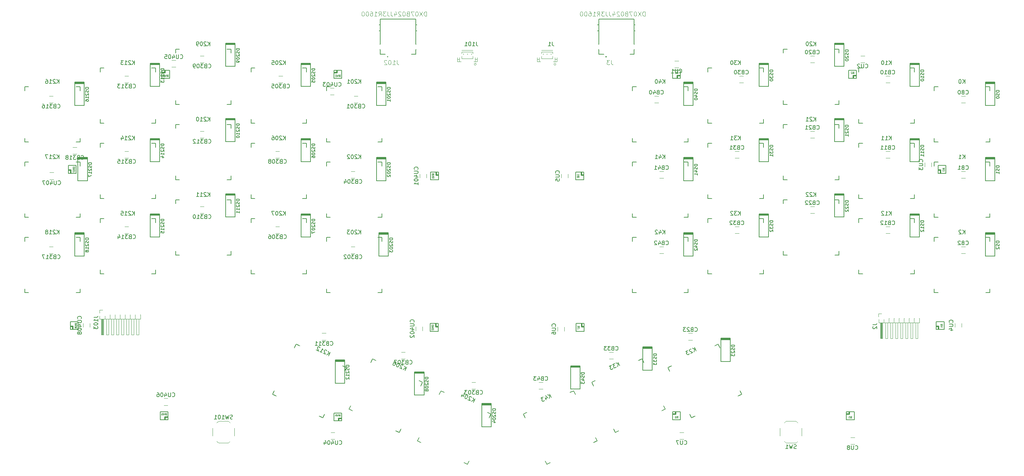
<source format=gbr>
G04 #@! TF.GenerationSoftware,KiCad,Pcbnew,(5.0.0)*
G04 #@! TF.CreationDate,2018-09-14T16:20:53+02:00*
G04 #@! TF.ProjectId,FNH35_rev1,464E4833355F726576312E6B69636164,rev?*
G04 #@! TF.SameCoordinates,Original*
G04 #@! TF.FileFunction,Legend,Bot*
G04 #@! TF.FilePolarity,Positive*
%FSLAX46Y46*%
G04 Gerber Fmt 4.6, Leading zero omitted, Abs format (unit mm)*
G04 Created by KiCad (PCBNEW (5.0.0)) date 09/14/18 16:20:53*
%MOMM*%
%LPD*%
G01*
G04 APERTURE LIST*
%ADD10C,0.150000*%
%ADD11C,0.127000*%
%ADD12C,0.200000*%
%ADD13C,0.350000*%
%ADD14C,0.120000*%
%ADD15C,0.050000*%
%ADD16C,0.074930*%
G04 APERTURE END LIST*
D10*
G04 #@! TO.C,K209*
X-67598750Y-40337500D02*
X-67598750Y-39337500D01*
X-66598750Y-40337500D02*
X-67598750Y-40337500D01*
X-67598750Y-26337500D02*
X-66598750Y-26337500D01*
X-67598750Y-27337500D02*
X-67598750Y-26337500D01*
X-53598750Y-26337500D02*
X-53598750Y-27337500D01*
X-54598750Y-26337500D02*
X-53598750Y-26337500D01*
X-53598750Y-40337500D02*
X-54598750Y-40337500D01*
X-53598750Y-39337500D02*
X-53598750Y-40337500D01*
G04 #@! TO.C,K213*
X-86648750Y-45100000D02*
X-86648750Y-44100000D01*
X-85648750Y-45100000D02*
X-86648750Y-45100000D01*
X-86648750Y-31100000D02*
X-85648750Y-31100000D01*
X-86648750Y-32100000D02*
X-86648750Y-31100000D01*
X-72648750Y-31100000D02*
X-72648750Y-32100000D01*
X-73648750Y-31100000D02*
X-72648750Y-31100000D01*
X-72648750Y-45100000D02*
X-73648750Y-45100000D01*
X-72648750Y-44100000D02*
X-72648750Y-45100000D01*
D11*
G04 #@! TO.C,J102*
X-14649750Y-27681000D02*
X-15919750Y-27681000D01*
X-15919750Y-27681000D02*
X-15919750Y-26481000D01*
X-15919750Y-25081000D02*
X-15919750Y-20181000D01*
X-15919750Y-20181000D02*
X-15919750Y-18781000D01*
X-15919750Y-18781000D02*
X-6979750Y-18781000D01*
X-6979750Y-18781000D02*
X-6979750Y-20181000D01*
X-6979750Y-20181000D02*
X-6979750Y-21681000D01*
X-6979750Y-21681000D02*
X-6979750Y-25081000D01*
X-8049750Y-27681000D02*
X-6979750Y-27681000D01*
X-6979750Y-27681000D02*
X-6979750Y-26481000D01*
X-16199750Y-21681000D02*
X-15949750Y-21681000D01*
X-16199750Y-20181000D02*
X-15919750Y-20181000D01*
X-6699750Y-21681000D02*
X-6979750Y-21681000D01*
X-6699750Y-20181000D02*
X-6979750Y-20181000D01*
X-6979750Y-25081000D02*
X-6899750Y-25081000D01*
X-6979750Y-26481000D02*
X-6899750Y-26481000D01*
X-15919750Y-26481000D02*
X-15999750Y-26481000D01*
X-15919750Y-25081000D02*
X-15999750Y-25081000D01*
D12*
X-13972750Y-28281000D02*
G75*
G03X-13972750Y-28281000I-100000J0D01*
G01*
D10*
G04 #@! TO.C,K214*
X-72648750Y-63150000D02*
X-72648750Y-64150000D01*
X-72648750Y-64150000D02*
X-73648750Y-64150000D01*
X-73648750Y-50150000D02*
X-72648750Y-50150000D01*
X-72648750Y-50150000D02*
X-72648750Y-51150000D01*
X-86648750Y-51150000D02*
X-86648750Y-50150000D01*
X-86648750Y-50150000D02*
X-85648750Y-50150000D01*
X-85648750Y-64150000D02*
X-86648750Y-64150000D01*
X-86648750Y-64150000D02*
X-86648750Y-63150000D01*
G04 #@! TO.C,DR408*
X-92183537Y-95251015D02*
X-94183537Y-95251015D01*
X-92183537Y-97251015D02*
X-92183537Y-95251015D01*
X-94183537Y-97251015D02*
X-92183537Y-97251015D01*
X-94183537Y-95251015D02*
X-94183537Y-97251015D01*
D13*
X-93583537Y-96451015D02*
X-94083537Y-96451015D01*
X-93583537Y-97151015D02*
X-93583537Y-96451015D01*
D14*
G04 #@! TO.C,CB306*
X-42366250Y-71222500D02*
X-41366250Y-71222500D01*
X-41366250Y-72922500D02*
X-42366250Y-72922500D01*
G04 #@! TO.C,CU404*
X-27396250Y-124992500D02*
X-28396250Y-124992500D01*
X-28396250Y-123292500D02*
X-27396250Y-123292500D01*
G04 #@! TO.C,CB312*
X-60416250Y-48792500D02*
X-61416250Y-48792500D01*
X-61416250Y-47092500D02*
X-60416250Y-47092500D01*
D10*
G04 #@! TO.C,K203*
X-15498750Y-86962500D02*
X-15498750Y-87962500D01*
X-15498750Y-87962500D02*
X-16498750Y-87962500D01*
X-16498750Y-73962500D02*
X-15498750Y-73962500D01*
X-15498750Y-73962500D02*
X-15498750Y-74962500D01*
X-29498750Y-74962500D02*
X-29498750Y-73962500D01*
X-29498750Y-73962500D02*
X-28498750Y-73962500D01*
X-28498750Y-87962500D02*
X-29498750Y-87962500D01*
X-29498750Y-87962500D02*
X-29498750Y-86962500D01*
D13*
G04 #@! TO.C,DR406*
X-69597500Y-119462500D02*
X-70297500Y-119462500D01*
X-70297500Y-119462500D02*
X-70297500Y-119962500D01*
D10*
X-71497500Y-120062500D02*
X-69497500Y-120062500D01*
X-69497500Y-120062500D02*
X-69497500Y-118062500D01*
X-69497500Y-118062500D02*
X-71497500Y-118062500D01*
X-71497500Y-118062500D02*
X-71497500Y-120062500D01*
G04 #@! TO.C,K215*
X-72648750Y-82200000D02*
X-72648750Y-83200000D01*
X-72648750Y-83200000D02*
X-73648750Y-83200000D01*
X-73648750Y-69200000D02*
X-72648750Y-69200000D01*
X-72648750Y-69200000D02*
X-72648750Y-70200000D01*
X-86648750Y-70200000D02*
X-86648750Y-69200000D01*
X-86648750Y-69200000D02*
X-85648750Y-69200000D01*
X-85648750Y-83200000D02*
X-86648750Y-83200000D01*
X-86648750Y-83200000D02*
X-86648750Y-82200000D01*
G04 #@! TO.C,K216*
X-105698750Y-49862500D02*
X-105698750Y-48862500D01*
X-104698750Y-49862500D02*
X-105698750Y-49862500D01*
X-105698750Y-35862500D02*
X-104698750Y-35862500D01*
X-105698750Y-36862500D02*
X-105698750Y-35862500D01*
X-91698750Y-35862500D02*
X-91698750Y-36862500D01*
X-92698750Y-35862500D02*
X-91698750Y-35862500D01*
X-91698750Y-49862500D02*
X-92698750Y-49862500D01*
X-91698750Y-48862500D02*
X-91698750Y-49862500D01*
D14*
G04 #@! TO.C,CU407*
X-98401250Y-59270000D02*
X-99401250Y-59270000D01*
X-99401250Y-57570000D02*
X-98401250Y-57570000D01*
D13*
G04 #@! TO.C,DR407*
X-94071250Y-57676250D02*
X-94071250Y-56976250D01*
X-94071250Y-56976250D02*
X-94571250Y-56976250D01*
D10*
X-94671250Y-55776250D02*
X-94671250Y-57776250D01*
X-94671250Y-57776250D02*
X-92671250Y-57776250D01*
X-92671250Y-57776250D02*
X-92671250Y-55776250D01*
X-92671250Y-55776250D02*
X-94671250Y-55776250D01*
D14*
G04 #@! TO.C,CB303*
X7163750Y-110592500D02*
X8163750Y-110592500D01*
X8163750Y-112292500D02*
X7163750Y-112292500D01*
D10*
G04 #@! TO.C,K204*
X-6551462Y-125463322D02*
X-6128844Y-124557014D01*
X-5645155Y-125885940D02*
X-6551462Y-125463322D01*
X-634807Y-112775013D02*
X271501Y-113197631D01*
X-1057425Y-113681320D02*
X-634807Y-112775013D01*
X12053502Y-118691668D02*
X11630884Y-119597976D01*
X11147195Y-118269050D02*
X12053502Y-118691668D01*
X6136847Y-131379977D02*
X5230539Y-130957359D01*
X6559465Y-130473670D02*
X6136847Y-131379977D01*
D14*
G04 #@! TO.C,CU406*
X-69561250Y-116420000D02*
X-70561250Y-116420000D01*
X-70561250Y-114720000D02*
X-69561250Y-114720000D01*
G04 #@! TO.C,CB314*
X-80466250Y-71222500D02*
X-79466250Y-71222500D01*
X-79466250Y-72922500D02*
X-80466250Y-72922500D01*
G04 #@! TO.C,CB309*
X-60416250Y-29742500D02*
X-61416250Y-29742500D01*
X-61416250Y-28042500D02*
X-60416250Y-28042500D01*
G04 #@! TO.C,CB305*
X-41561250Y-33122500D02*
X-40561250Y-33122500D01*
X-40561250Y-34822500D02*
X-41561250Y-34822500D01*
G04 #@! TO.C,CU408*
X-89211250Y-95682500D02*
X-89211250Y-96682500D01*
X-90911250Y-96682500D02*
X-90911250Y-95682500D01*
G04 #@! TO.C,CB301*
X-22561250Y-38200000D02*
X-21561250Y-38200000D01*
X-21561250Y-39900000D02*
X-22561250Y-39900000D01*
D10*
G04 #@! TO.C,K211*
X-67598750Y-78437500D02*
X-67598750Y-77437500D01*
X-66598750Y-78437500D02*
X-67598750Y-78437500D01*
X-67598750Y-64437500D02*
X-66598750Y-64437500D01*
X-67598750Y-65437500D02*
X-67598750Y-64437500D01*
X-53598750Y-64437500D02*
X-53598750Y-65437500D01*
X-54598750Y-64437500D02*
X-53598750Y-64437500D01*
X-53598750Y-78437500D02*
X-54598750Y-78437500D01*
X-53598750Y-77437500D02*
X-53598750Y-78437500D01*
D14*
G04 #@! TO.C,CB302*
X-22316250Y-78002500D02*
X-23316250Y-78002500D01*
X-23316250Y-76302500D02*
X-22316250Y-76302500D01*
G04 #@! TO.C,CU405*
X-67561250Y-30900000D02*
X-68561250Y-30900000D01*
X-68561250Y-29200000D02*
X-67561250Y-29200000D01*
G04 #@! TO.C,CU403*
X-28561250Y-36200000D02*
X-27561250Y-36200000D01*
X-27561250Y-37900000D02*
X-28561250Y-37900000D01*
G04 #@! TO.C,CB308*
X-42366250Y-52172500D02*
X-41366250Y-52172500D01*
X-41366250Y-53872500D02*
X-42366250Y-53872500D01*
G04 #@! TO.C,CB304*
X-22316250Y-58952500D02*
X-23316250Y-58952500D01*
X-23316250Y-57252500D02*
X-22316250Y-57252500D01*
D12*
G04 #@! TO.C,DS216*
X-90642500Y-40582500D02*
X-90642500Y-34682500D01*
X-93042500Y-40582500D02*
X-90642500Y-40582500D01*
X-93042500Y-34682500D02*
X-93042500Y-40582500D01*
X-90642500Y-34982500D02*
X-93042500Y-34982500D01*
X-90642500Y-35082500D02*
X-93042500Y-35082500D01*
X-90642500Y-34882500D02*
X-93042500Y-34882500D01*
X-90642500Y-34782500D02*
X-93042500Y-34782500D01*
X-90642500Y-34682500D02*
X-93042500Y-34682500D01*
D10*
G04 #@! TO.C,K210*
X-53598750Y-58387500D02*
X-53598750Y-59387500D01*
X-53598750Y-59387500D02*
X-54598750Y-59387500D01*
X-54598750Y-45387500D02*
X-53598750Y-45387500D01*
X-53598750Y-45387500D02*
X-53598750Y-46387500D01*
X-67598750Y-46387500D02*
X-67598750Y-45387500D01*
X-67598750Y-45387500D02*
X-66598750Y-45387500D01*
X-66598750Y-59387500D02*
X-67598750Y-59387500D01*
X-67598750Y-59387500D02*
X-67598750Y-58387500D01*
G04 #@! TO.C,DR404*
X-27626250Y-118380000D02*
X-27626250Y-120380000D01*
X-25626250Y-118380000D02*
X-27626250Y-118380000D01*
X-25626250Y-120380000D02*
X-25626250Y-118380000D01*
X-27626250Y-120380000D02*
X-25626250Y-120380000D01*
D13*
X-26426250Y-119780000D02*
X-26426250Y-120280000D01*
X-25726250Y-119780000D02*
X-26426250Y-119780000D01*
D10*
G04 #@! TO.C,K207*
X-48548750Y-83200000D02*
X-48548750Y-82200000D01*
X-47548750Y-83200000D02*
X-48548750Y-83200000D01*
X-48548750Y-69200000D02*
X-47548750Y-69200000D01*
X-48548750Y-70200000D02*
X-48548750Y-69200000D01*
X-34548750Y-69200000D02*
X-34548750Y-70200000D01*
X-35548750Y-69200000D02*
X-34548750Y-69200000D01*
X-34548750Y-83200000D02*
X-35548750Y-83200000D01*
X-34548750Y-82200000D02*
X-34548750Y-83200000D01*
G04 #@! TO.C,K202*
X-29498750Y-68912500D02*
X-29498750Y-67912500D01*
X-28498750Y-68912500D02*
X-29498750Y-68912500D01*
X-29498750Y-54912500D02*
X-28498750Y-54912500D01*
X-29498750Y-55912500D02*
X-29498750Y-54912500D01*
X-15498750Y-54912500D02*
X-15498750Y-55912500D01*
X-16498750Y-54912500D02*
X-15498750Y-54912500D01*
X-15498750Y-68912500D02*
X-16498750Y-68912500D01*
X-15498750Y-67912500D02*
X-15498750Y-68912500D01*
D14*
G04 #@! TO.C,CB310*
X-60416250Y-67842500D02*
X-61416250Y-67842500D01*
X-61416250Y-66142500D02*
X-60416250Y-66142500D01*
D10*
G04 #@! TO.C,K206*
X-48548750Y-64150000D02*
X-48548750Y-63150000D01*
X-47548750Y-64150000D02*
X-48548750Y-64150000D01*
X-48548750Y-50150000D02*
X-47548750Y-50150000D01*
X-48548750Y-51150000D02*
X-48548750Y-50150000D01*
X-34548750Y-50150000D02*
X-34548750Y-51150000D01*
X-35548750Y-50150000D02*
X-34548750Y-50150000D01*
X-34548750Y-64150000D02*
X-35548750Y-64150000D01*
X-34548750Y-63150000D02*
X-34548750Y-64150000D01*
G04 #@! TO.C,K205*
X-34548750Y-44100000D02*
X-34548750Y-45100000D01*
X-34548750Y-45100000D02*
X-35548750Y-45100000D01*
X-35548750Y-31100000D02*
X-34548750Y-31100000D01*
X-34548750Y-31100000D02*
X-34548750Y-32100000D01*
X-48548750Y-32100000D02*
X-48548750Y-31100000D01*
X-48548750Y-31100000D02*
X-47548750Y-31100000D01*
X-47548750Y-45100000D02*
X-48548750Y-45100000D01*
X-48548750Y-45100000D02*
X-48548750Y-44100000D01*
D14*
G04 #@! TO.C,CB307*
X-9616250Y-104672500D02*
X-10616250Y-104672500D01*
X-10616250Y-102972500D02*
X-9616250Y-102972500D01*
D10*
G04 #@! TO.C,K218*
X-105698750Y-87962500D02*
X-105698750Y-86962500D01*
X-104698750Y-87962500D02*
X-105698750Y-87962500D01*
X-105698750Y-73962500D02*
X-104698750Y-73962500D01*
X-105698750Y-74962500D02*
X-105698750Y-73962500D01*
X-91698750Y-73962500D02*
X-91698750Y-74962500D01*
X-92698750Y-73962500D02*
X-91698750Y-73962500D01*
X-91698750Y-87962500D02*
X-92698750Y-87962500D01*
X-91698750Y-86962500D02*
X-91698750Y-87962500D01*
D12*
G04 #@! TO.C,DS217*
X-89861250Y-53732500D02*
X-92261250Y-53732500D01*
X-89861250Y-53832500D02*
X-92261250Y-53832500D01*
X-89861250Y-53932500D02*
X-92261250Y-53932500D01*
X-89861250Y-54132500D02*
X-92261250Y-54132500D01*
X-89861250Y-54032500D02*
X-92261250Y-54032500D01*
X-92261250Y-53732500D02*
X-92261250Y-59632500D01*
X-92261250Y-59632500D02*
X-89861250Y-59632500D01*
X-89861250Y-59632500D02*
X-89861250Y-53732500D01*
D13*
G04 #@! TO.C,DR403*
X-27526250Y-32302500D02*
X-26826250Y-32302500D01*
X-26826250Y-32302500D02*
X-26826250Y-31802500D01*
D10*
X-25626250Y-31702500D02*
X-27626250Y-31702500D01*
X-27626250Y-31702500D02*
X-27626250Y-33702500D01*
X-27626250Y-33702500D02*
X-25626250Y-33702500D01*
X-25626250Y-33702500D02*
X-25626250Y-31702500D01*
D12*
G04 #@! TO.C,DS208*
X-4861250Y-107950000D02*
X-7261250Y-107950000D01*
X-4861250Y-108050000D02*
X-7261250Y-108050000D01*
X-4861250Y-108150000D02*
X-7261250Y-108150000D01*
X-4861250Y-108350000D02*
X-7261250Y-108350000D01*
X-4861250Y-108250000D02*
X-7261250Y-108250000D01*
X-7261250Y-107950000D02*
X-7261250Y-113850000D01*
X-7261250Y-113850000D02*
X-4861250Y-113850000D01*
X-4861250Y-113850000D02*
X-4861250Y-107950000D01*
G04 #@! TO.C,DS215*
X-71592500Y-68007500D02*
X-73992500Y-68007500D01*
X-71592500Y-68107500D02*
X-73992500Y-68107500D01*
X-71592500Y-68207500D02*
X-73992500Y-68207500D01*
X-71592500Y-68407500D02*
X-73992500Y-68407500D01*
X-71592500Y-68307500D02*
X-73992500Y-68307500D01*
X-73992500Y-68007500D02*
X-73992500Y-73907500D01*
X-73992500Y-73907500D02*
X-71592500Y-73907500D01*
X-71592500Y-73907500D02*
X-71592500Y-68007500D01*
G04 #@! TO.C,DS203*
X-13861250Y-78682500D02*
X-13861250Y-72782500D01*
X-16261250Y-78682500D02*
X-13861250Y-78682500D01*
X-16261250Y-72782500D02*
X-16261250Y-78682500D01*
X-13861250Y-73082500D02*
X-16261250Y-73082500D01*
X-13861250Y-73182500D02*
X-16261250Y-73182500D01*
X-13861250Y-72982500D02*
X-16261250Y-72982500D01*
X-13861250Y-72882500D02*
X-16261250Y-72882500D01*
X-13861250Y-72782500D02*
X-16261250Y-72782500D01*
G04 #@! TO.C,DS218*
X-90642500Y-72782500D02*
X-93042500Y-72782500D01*
X-90642500Y-72882500D02*
X-93042500Y-72882500D01*
X-90642500Y-72982500D02*
X-93042500Y-72982500D01*
X-90642500Y-73182500D02*
X-93042500Y-73182500D01*
X-90642500Y-73082500D02*
X-93042500Y-73082500D01*
X-93042500Y-72782500D02*
X-93042500Y-78682500D01*
X-93042500Y-78682500D02*
X-90642500Y-78682500D01*
X-90642500Y-78682500D02*
X-90642500Y-72782500D01*
G04 #@! TO.C,DS204*
X12138750Y-121850000D02*
X12138750Y-115950000D01*
X9738750Y-121850000D02*
X12138750Y-121850000D01*
X9738750Y-115950000D02*
X9738750Y-121850000D01*
X12138750Y-116250000D02*
X9738750Y-116250000D01*
X12138750Y-116350000D02*
X9738750Y-116350000D01*
X12138750Y-116150000D02*
X9738750Y-116150000D01*
X12138750Y-116050000D02*
X9738750Y-116050000D01*
X12138750Y-115950000D02*
X9738750Y-115950000D01*
G04 #@! TO.C,DS214*
X-71592500Y-54857500D02*
X-71592500Y-48957500D01*
X-73992500Y-54857500D02*
X-71592500Y-54857500D01*
X-73992500Y-48957500D02*
X-73992500Y-54857500D01*
X-71592500Y-49257500D02*
X-73992500Y-49257500D01*
X-71592500Y-49357500D02*
X-73992500Y-49357500D01*
X-71592500Y-49157500D02*
X-73992500Y-49157500D01*
X-71592500Y-49057500D02*
X-73992500Y-49057500D01*
X-71592500Y-48957500D02*
X-73992500Y-48957500D01*
G04 #@! TO.C,DS206*
X-33492500Y-54857500D02*
X-33492500Y-48957500D01*
X-35892500Y-54857500D02*
X-33492500Y-54857500D01*
X-35892500Y-48957500D02*
X-35892500Y-54857500D01*
X-33492500Y-49257500D02*
X-35892500Y-49257500D01*
X-33492500Y-49357500D02*
X-35892500Y-49357500D01*
X-33492500Y-49157500D02*
X-35892500Y-49157500D01*
X-33492500Y-49057500D02*
X-35892500Y-49057500D01*
X-33492500Y-48957500D02*
X-35892500Y-48957500D01*
G04 #@! TO.C,DS210*
X-52542500Y-43877500D02*
X-54942500Y-43877500D01*
X-52542500Y-43977500D02*
X-54942500Y-43977500D01*
X-52542500Y-44077500D02*
X-54942500Y-44077500D01*
X-52542500Y-44277500D02*
X-54942500Y-44277500D01*
X-52542500Y-44177500D02*
X-54942500Y-44177500D01*
X-54942500Y-43877500D02*
X-54942500Y-49777500D01*
X-54942500Y-49777500D02*
X-52542500Y-49777500D01*
X-52542500Y-49777500D02*
X-52542500Y-43877500D01*
G04 #@! TO.C,DS213*
X-71592500Y-35807500D02*
X-71592500Y-29907500D01*
X-73992500Y-35807500D02*
X-71592500Y-35807500D01*
X-73992500Y-29907500D02*
X-73992500Y-35807500D01*
X-71592500Y-30207500D02*
X-73992500Y-30207500D01*
X-71592500Y-30307500D02*
X-73992500Y-30307500D01*
X-71592500Y-30107500D02*
X-73992500Y-30107500D01*
X-71592500Y-30007500D02*
X-73992500Y-30007500D01*
X-71592500Y-29907500D02*
X-73992500Y-29907500D01*
G04 #@! TO.C,DS205*
X-33492500Y-35807500D02*
X-33492500Y-29907500D01*
X-35892500Y-35807500D02*
X-33492500Y-35807500D01*
X-35892500Y-29907500D02*
X-35892500Y-35807500D01*
X-33492500Y-30207500D02*
X-35892500Y-30207500D01*
X-33492500Y-30307500D02*
X-35892500Y-30307500D01*
X-33492500Y-30107500D02*
X-35892500Y-30107500D01*
X-33492500Y-30007500D02*
X-35892500Y-30007500D01*
X-33492500Y-29907500D02*
X-35892500Y-29907500D01*
D10*
G04 #@! TO.C,DR405*
X-69061250Y-33702500D02*
X-69061250Y-31702500D01*
X-71061250Y-33702500D02*
X-69061250Y-33702500D01*
X-71061250Y-31702500D02*
X-71061250Y-33702500D01*
X-69061250Y-31702500D02*
X-71061250Y-31702500D01*
D13*
X-70261250Y-32302500D02*
X-70261250Y-31802500D01*
X-70961250Y-32302500D02*
X-70261250Y-32302500D01*
D12*
G04 #@! TO.C,DS202*
X-14442500Y-53732500D02*
X-16842500Y-53732500D01*
X-14442500Y-53832500D02*
X-16842500Y-53832500D01*
X-14442500Y-53932500D02*
X-16842500Y-53932500D01*
X-14442500Y-54132500D02*
X-16842500Y-54132500D01*
X-14442500Y-54032500D02*
X-16842500Y-54032500D01*
X-16842500Y-53732500D02*
X-16842500Y-59632500D01*
X-16842500Y-59632500D02*
X-14442500Y-59632500D01*
X-14442500Y-59632500D02*
X-14442500Y-53732500D01*
D14*
G04 #@! TO.C,SW101*
X-53818750Y-125490000D02*
X-54268750Y-125940000D01*
X-57218750Y-125490000D02*
X-56768750Y-125940000D01*
X-57218750Y-120890000D02*
X-56768750Y-120440000D01*
X-53818750Y-120890000D02*
X-54268750Y-120440000D01*
X-58268750Y-122190000D02*
X-58268750Y-124190000D01*
X-54268750Y-125940000D02*
X-56768750Y-125940000D01*
X-52768750Y-122190000D02*
X-52768750Y-124190000D01*
X-54268750Y-120440000D02*
X-56768750Y-120440000D01*
D12*
G04 #@! TO.C,DS201*
X-14442500Y-34682500D02*
X-16842500Y-34682500D01*
X-14442500Y-34782500D02*
X-16842500Y-34782500D01*
X-14442500Y-34882500D02*
X-16842500Y-34882500D01*
X-14442500Y-35082500D02*
X-16842500Y-35082500D01*
X-14442500Y-34982500D02*
X-16842500Y-34982500D01*
X-16842500Y-34682500D02*
X-16842500Y-40582500D01*
X-16842500Y-40582500D02*
X-14442500Y-40582500D01*
X-14442500Y-40582500D02*
X-14442500Y-34682500D01*
G04 #@! TO.C,DS209*
X-52542500Y-24827500D02*
X-54942500Y-24827500D01*
X-52542500Y-24927500D02*
X-54942500Y-24927500D01*
X-52542500Y-25027500D02*
X-54942500Y-25027500D01*
X-52542500Y-25227500D02*
X-54942500Y-25227500D01*
X-52542500Y-25127500D02*
X-54942500Y-25127500D01*
X-54942500Y-24827500D02*
X-54942500Y-30727500D01*
X-54942500Y-30727500D02*
X-52542500Y-30727500D01*
X-52542500Y-30727500D02*
X-52542500Y-24827500D01*
G04 #@! TO.C,DS207*
X-33492500Y-68007500D02*
X-35892500Y-68007500D01*
X-33492500Y-68107500D02*
X-35892500Y-68107500D01*
X-33492500Y-68207500D02*
X-35892500Y-68207500D01*
X-33492500Y-68407500D02*
X-35892500Y-68407500D01*
X-33492500Y-68307500D02*
X-35892500Y-68307500D01*
X-35892500Y-68007500D02*
X-35892500Y-73907500D01*
X-35892500Y-73907500D02*
X-33492500Y-73907500D01*
X-33492500Y-73907500D02*
X-33492500Y-68007500D01*
G04 #@! TO.C,DS211*
X-52542500Y-68827500D02*
X-52542500Y-62927500D01*
X-54942500Y-68827500D02*
X-52542500Y-68827500D01*
X-54942500Y-62927500D02*
X-54942500Y-68827500D01*
X-52542500Y-63227500D02*
X-54942500Y-63227500D01*
X-52542500Y-63327500D02*
X-54942500Y-63327500D01*
X-52542500Y-63127500D02*
X-54942500Y-63127500D01*
X-52542500Y-63027500D02*
X-54942500Y-63027500D01*
X-52542500Y-62927500D02*
X-54942500Y-62927500D01*
G04 #@! TO.C,DS212*
X-24861250Y-110850000D02*
X-24861250Y-104950000D01*
X-27261250Y-110850000D02*
X-24861250Y-110850000D01*
X-27261250Y-104950000D02*
X-27261250Y-110850000D01*
X-24861250Y-105250000D02*
X-27261250Y-105250000D01*
X-24861250Y-105350000D02*
X-27261250Y-105350000D01*
X-24861250Y-105150000D02*
X-27261250Y-105150000D01*
X-24861250Y-105050000D02*
X-27261250Y-105050000D01*
X-24861250Y-104950000D02*
X-27261250Y-104950000D01*
D14*
G04 #@! TO.C,J103*
X-86821250Y-92290000D02*
X-86821250Y-93050000D01*
X-86061250Y-92290000D02*
X-86821250Y-92290000D01*
X-76911250Y-98610000D02*
X-76911250Y-94610000D01*
X-77431250Y-98610000D02*
X-76911250Y-98610000D01*
X-77431250Y-94610000D02*
X-77431250Y-98610000D01*
X-77821573Y-93490000D02*
X-77790927Y-93490000D01*
X-77806250Y-93490000D02*
X-77806250Y-94610000D01*
X-78181250Y-98610000D02*
X-78181250Y-94610000D01*
X-78701250Y-98610000D02*
X-78181250Y-98610000D01*
X-78701250Y-94610000D02*
X-78701250Y-98610000D01*
X-79091573Y-93490000D02*
X-79060927Y-93490000D01*
X-79076250Y-93490000D02*
X-79076250Y-94610000D01*
X-79451250Y-98610000D02*
X-79451250Y-94610000D01*
X-79971250Y-98610000D02*
X-79451250Y-98610000D01*
X-79971250Y-94610000D02*
X-79971250Y-98610000D01*
X-80361573Y-93490000D02*
X-80330927Y-93490000D01*
X-80346250Y-93490000D02*
X-80346250Y-94610000D01*
X-80721250Y-98610000D02*
X-80721250Y-94610000D01*
X-81241250Y-98610000D02*
X-80721250Y-98610000D01*
X-81241250Y-94610000D02*
X-81241250Y-98610000D01*
X-81631573Y-93490000D02*
X-81600927Y-93490000D01*
X-81616250Y-93490000D02*
X-81616250Y-94610000D01*
X-81991250Y-98610000D02*
X-81991250Y-94610000D01*
X-82511250Y-98610000D02*
X-81991250Y-98610000D01*
X-82511250Y-94610000D02*
X-82511250Y-98610000D01*
X-82901573Y-93490000D02*
X-82870927Y-93490000D01*
X-82886250Y-93490000D02*
X-82886250Y-94610000D01*
X-83261250Y-98610000D02*
X-83261250Y-94610000D01*
X-83781250Y-98610000D02*
X-83261250Y-98610000D01*
X-83781250Y-94610000D02*
X-83781250Y-98610000D01*
X-84171573Y-93490000D02*
X-84140927Y-93490000D01*
X-84156250Y-93490000D02*
X-84156250Y-94610000D01*
X-84531250Y-98610000D02*
X-84531250Y-94610000D01*
X-85051250Y-98610000D02*
X-84531250Y-98610000D01*
X-85051250Y-94610000D02*
X-85051250Y-98610000D01*
X-85426250Y-93810000D02*
X-85426250Y-94610000D01*
X-85901250Y-94610000D02*
X-85901250Y-98610000D01*
X-86021250Y-94610000D02*
X-86021250Y-98610000D01*
X-86141250Y-94610000D02*
X-86141250Y-98610000D01*
X-86261250Y-94610000D02*
X-86261250Y-98610000D01*
X-85801250Y-98610000D02*
X-85801250Y-94610000D01*
X-86321250Y-98610000D02*
X-85801250Y-98610000D01*
X-86321250Y-94610000D02*
X-86321250Y-98610000D01*
X-76476250Y-93490000D02*
X-76551573Y-93490000D01*
X-76476250Y-94610000D02*
X-76476250Y-93490000D01*
X-86756250Y-94610000D02*
X-76476250Y-94610000D01*
X-86756250Y-93810000D02*
X-86756250Y-94610000D01*
D10*
G04 #@! TO.C,DR401*
X-3178750Y-59420000D02*
X-1178750Y-59420000D01*
X-3178750Y-57420000D02*
X-3178750Y-59420000D01*
X-1178750Y-57420000D02*
X-3178750Y-57420000D01*
X-1178750Y-59420000D02*
X-1178750Y-57420000D01*
D13*
X-1778750Y-58220000D02*
X-1278750Y-58220000D01*
X-1778750Y-57520000D02*
X-1778750Y-58220000D01*
D14*
G04 #@! TO.C,CB311*
X-30618750Y-98210000D02*
X-29618750Y-98210000D01*
X-29618750Y-99910000D02*
X-30618750Y-99910000D01*
G04 #@! TO.C,CU401*
X-5911250Y-58920000D02*
X-5911250Y-57920000D01*
X-4211250Y-57920000D02*
X-4211250Y-58920000D01*
G04 #@! TO.C,J101*
X8326250Y-30162500D02*
G75*
G03X8326250Y-30162500I-250000J0D01*
G01*
X7476250Y-26612500D02*
X4676250Y-26612500D01*
X8576250Y-28512500D02*
X8576250Y-29512500D01*
X8576250Y-29512500D02*
X7676250Y-29512500D01*
X8076250Y-29512500D02*
X8076250Y-28512500D01*
X8076250Y-28512500D02*
X8076250Y-28512500D01*
X8076250Y-28512500D02*
X8076250Y-29512500D01*
X8076250Y-29512500D02*
X8076250Y-29512500D01*
X8076250Y-28912500D02*
X8076250Y-28912500D01*
X8076250Y-28912500D02*
X8576250Y-28912500D01*
X8576250Y-28912500D02*
X8576250Y-28912500D01*
X8576250Y-28912500D02*
X8076250Y-28912500D01*
X3576250Y-28512500D02*
X3576250Y-29512500D01*
X3576250Y-29512500D02*
X4476250Y-29512500D01*
X4076250Y-29512500D02*
X4076250Y-28512500D01*
X4076250Y-28512500D02*
X4076250Y-28512500D01*
X4076250Y-28512500D02*
X4076250Y-29512500D01*
X4076250Y-29512500D02*
X4076250Y-29512500D01*
X4076250Y-28912500D02*
X4076250Y-28912500D01*
X4076250Y-28912500D02*
X3576250Y-28912500D01*
X3576250Y-28912500D02*
X3576250Y-28912500D01*
X3576250Y-28912500D02*
X4076250Y-28912500D01*
X7476250Y-27512500D02*
X7476250Y-27012500D01*
X7476250Y-27012500D02*
X4676250Y-27012500D01*
X4676250Y-27012500D02*
X4676250Y-27512500D01*
X7476250Y-28112500D02*
X7476250Y-28762500D01*
X7476250Y-28762500D02*
X4676250Y-28762500D01*
X4676250Y-28762500D02*
X4676250Y-28112500D01*
X7076250Y-27512500D02*
X7076250Y-27712500D01*
X6076250Y-27512500D02*
X6076250Y-27712500D01*
X5076250Y-27512500D02*
X5076250Y-27712500D01*
D10*
G04 #@! TO.C,K217*
X-91698750Y-67912500D02*
X-91698750Y-68912500D01*
X-91698750Y-68912500D02*
X-92698750Y-68912500D01*
X-92698750Y-54912500D02*
X-91698750Y-54912500D01*
X-91698750Y-54912500D02*
X-91698750Y-55912500D01*
X-105698750Y-55912500D02*
X-105698750Y-54912500D01*
X-105698750Y-54912500D02*
X-104698750Y-54912500D01*
X-104698750Y-68912500D02*
X-105698750Y-68912500D01*
X-105698750Y-68912500D02*
X-105698750Y-67912500D01*
G04 #@! TO.C,K208*
X-10705699Y-122422792D02*
X-11128317Y-123329099D01*
X-11128317Y-123329099D02*
X-12034625Y-122906481D01*
X-6117969Y-110218172D02*
X-5211662Y-110640790D01*
X-5211662Y-110640790D02*
X-5634280Y-111547098D01*
X-18322589Y-105630442D02*
X-17899971Y-104724135D01*
X-17899971Y-104724135D02*
X-16993663Y-105146753D01*
X-22910319Y-117835062D02*
X-23816626Y-117412444D01*
X-23816626Y-117412444D02*
X-23394008Y-116506136D01*
D14*
G04 #@! TO.C,CB315*
X-80466250Y-52172500D02*
X-79466250Y-52172500D01*
X-79466250Y-53872500D02*
X-80466250Y-53872500D01*
G04 #@! TO.C,CB317*
X-99516250Y-76302500D02*
X-98516250Y-76302500D01*
X-98516250Y-78002500D02*
X-99516250Y-78002500D01*
G04 #@! TO.C,CB313*
X-80466250Y-33122500D02*
X-79466250Y-33122500D01*
X-79466250Y-34822500D02*
X-80466250Y-34822500D01*
G04 #@! TO.C,CU402*
X-5211250Y-96550000D02*
X-5211250Y-97550000D01*
X-6911250Y-97550000D02*
X-6911250Y-96550000D01*
G04 #@! TO.C,CB318*
X-92561250Y-52900000D02*
X-93561250Y-52900000D01*
X-93561250Y-51200000D02*
X-92561250Y-51200000D01*
G04 #@! TO.C,CB316*
X-98516250Y-39902500D02*
X-99516250Y-39902500D01*
X-99516250Y-38202500D02*
X-98516250Y-38202500D01*
D10*
G04 #@! TO.C,K212*
X-43094508Y-113677857D02*
X-42671890Y-112771549D01*
X-42188201Y-114100475D02*
X-43094508Y-113677857D01*
X-37177853Y-100989548D02*
X-36271545Y-101412166D01*
X-37600471Y-101895855D02*
X-37177853Y-100989548D01*
X-24489544Y-106906203D02*
X-24912162Y-107812511D01*
X-25395851Y-106483585D02*
X-24489544Y-106906203D01*
X-30406199Y-119594512D02*
X-31312507Y-119171894D01*
X-29983581Y-118688205D02*
X-30406199Y-119594512D01*
D13*
G04 #@! TO.C,DR402*
X-1883981Y-95842745D02*
X-1883981Y-96542745D01*
X-1883981Y-96542745D02*
X-1383981Y-96542745D01*
D10*
X-1283981Y-97742745D02*
X-1283981Y-95742745D01*
X-1283981Y-95742745D02*
X-3283981Y-95742745D01*
X-3283981Y-95742745D02*
X-3283981Y-97742745D01*
X-3283981Y-97742745D02*
X-1283981Y-97742745D01*
G04 #@! TO.C,K201*
X-15498750Y-48862500D02*
X-15498750Y-49862500D01*
X-15498750Y-49862500D02*
X-16498750Y-49862500D01*
X-16498750Y-35862500D02*
X-15498750Y-35862500D01*
X-15498750Y-35862500D02*
X-15498750Y-36862500D01*
X-29498750Y-36862500D02*
X-29498750Y-35862500D01*
X-29498750Y-35862500D02*
X-28498750Y-35862500D01*
X-28498750Y-49862500D02*
X-29498750Y-49862500D01*
X-29498750Y-49862500D02*
X-29498750Y-48862500D01*
G04 #@! TO.C,K1*
X123968750Y-68912500D02*
X123968750Y-67912500D01*
X124968750Y-68912500D02*
X123968750Y-68912500D01*
X123968750Y-54912500D02*
X124968750Y-54912500D01*
X123968750Y-55912500D02*
X123968750Y-54912500D01*
X137968750Y-54912500D02*
X137968750Y-55912500D01*
X136968750Y-54912500D02*
X137968750Y-54912500D01*
X137968750Y-68912500D02*
X136968750Y-68912500D01*
X137968750Y-67912500D02*
X137968750Y-68912500D01*
D14*
G04 #@! TO.C,CB0*
X131786250Y-39902500D02*
X130786250Y-39902500D01*
X130786250Y-38202500D02*
X131786250Y-38202500D01*
G04 #@! TO.C,J1*
X25193750Y-27512500D02*
X25193750Y-27712500D01*
X26193750Y-27512500D02*
X26193750Y-27712500D01*
X27193750Y-27512500D02*
X27193750Y-27712500D01*
X24793750Y-28762500D02*
X24793750Y-28112500D01*
X27593750Y-28762500D02*
X24793750Y-28762500D01*
X27593750Y-28112500D02*
X27593750Y-28762500D01*
X24793750Y-27012500D02*
X24793750Y-27512500D01*
X27593750Y-27012500D02*
X24793750Y-27012500D01*
X27593750Y-27512500D02*
X27593750Y-27012500D01*
X23693750Y-28912500D02*
X24193750Y-28912500D01*
X23693750Y-28912500D02*
X23693750Y-28912500D01*
X24193750Y-28912500D02*
X23693750Y-28912500D01*
X24193750Y-28912500D02*
X24193750Y-28912500D01*
X24193750Y-29512500D02*
X24193750Y-29512500D01*
X24193750Y-28512500D02*
X24193750Y-29512500D01*
X24193750Y-28512500D02*
X24193750Y-28512500D01*
X24193750Y-29512500D02*
X24193750Y-28512500D01*
X23693750Y-29512500D02*
X24593750Y-29512500D01*
X23693750Y-28512500D02*
X23693750Y-29512500D01*
X28693750Y-28912500D02*
X28193750Y-28912500D01*
X28693750Y-28912500D02*
X28693750Y-28912500D01*
X28193750Y-28912500D02*
X28693750Y-28912500D01*
X28193750Y-28912500D02*
X28193750Y-28912500D01*
X28193750Y-29512500D02*
X28193750Y-29512500D01*
X28193750Y-28512500D02*
X28193750Y-29512500D01*
X28193750Y-28512500D02*
X28193750Y-28512500D01*
X28193750Y-29512500D02*
X28193750Y-28512500D01*
X28693750Y-29512500D02*
X27793750Y-29512500D01*
X28693750Y-28512500D02*
X28693750Y-29512500D01*
X27593750Y-26612500D02*
X24793750Y-26612500D01*
X28443750Y-30162500D02*
G75*
G03X28443750Y-30162500I-250000J0D01*
G01*
D10*
G04 #@! TO.C,K40*
X47768750Y-49862500D02*
X47768750Y-48862500D01*
X48768750Y-49862500D02*
X47768750Y-49862500D01*
X47768750Y-35862500D02*
X48768750Y-35862500D01*
X47768750Y-36862500D02*
X47768750Y-35862500D01*
X61768750Y-35862500D02*
X61768750Y-36862500D01*
X60768750Y-35862500D02*
X61768750Y-35862500D01*
X61768750Y-49862500D02*
X60768750Y-49862500D01*
X61768750Y-48862500D02*
X61768750Y-49862500D01*
G04 #@! TO.C,K20*
X99868750Y-39337500D02*
X99868750Y-40337500D01*
X99868750Y-40337500D02*
X98868750Y-40337500D01*
X98868750Y-26337500D02*
X99868750Y-26337500D01*
X99868750Y-26337500D02*
X99868750Y-27337500D01*
X85868750Y-27337500D02*
X85868750Y-26337500D01*
X85868750Y-26337500D02*
X86868750Y-26337500D01*
X86868750Y-40337500D02*
X85868750Y-40337500D01*
X85868750Y-40337500D02*
X85868750Y-39337500D01*
G04 #@! TO.C,DU7*
X33553981Y-97742745D02*
X35553981Y-97742745D01*
X33553981Y-95742745D02*
X33553981Y-97742745D01*
X35553981Y-95742745D02*
X33553981Y-95742745D01*
X35553981Y-97742745D02*
X35553981Y-95742745D01*
D13*
X34953981Y-96542745D02*
X35453981Y-96542745D01*
X34953981Y-95842745D02*
X34953981Y-96542745D01*
D10*
G04 #@! TO.C,K23*
X74941890Y-112771549D02*
X75364508Y-113677857D01*
X75364508Y-113677857D02*
X74458201Y-114100475D01*
X68541545Y-101412166D02*
X69447853Y-100989548D01*
X69447853Y-100989548D02*
X69870471Y-101895855D01*
X57182162Y-107812511D02*
X56759544Y-106906203D01*
X56759544Y-106906203D02*
X57665851Y-106483585D01*
X63582507Y-119171894D02*
X62676199Y-119594512D01*
X62676199Y-119594512D02*
X62253581Y-118688205D01*
G04 #@! TO.C,K33*
X43398317Y-123329099D02*
X42975699Y-122422792D01*
X44304625Y-122906481D02*
X43398317Y-123329099D01*
X37481662Y-110640790D02*
X38387969Y-110218172D01*
X37904280Y-111547098D02*
X37481662Y-110640790D01*
X50169971Y-104724135D02*
X50592589Y-105630442D01*
X49263663Y-105146753D02*
X50169971Y-104724135D01*
X56086626Y-117412444D02*
X55180319Y-117835062D01*
X55664008Y-116506136D02*
X56086626Y-117412444D01*
D14*
G04 #@! TO.C,CB1*
X131786250Y-58952500D02*
X130786250Y-58952500D01*
X130786250Y-57252500D02*
X131786250Y-57252500D01*
G04 #@! TO.C,CU6*
X28836250Y-97642745D02*
X28836250Y-96642745D01*
X30536250Y-96642745D02*
X30536250Y-97642745D01*
G04 #@! TO.C,CB10*
X111736250Y-33122500D02*
X112736250Y-33122500D01*
X112736250Y-34822500D02*
X111736250Y-34822500D01*
G04 #@! TO.C,CB2*
X130786250Y-76302500D02*
X131786250Y-76302500D01*
X131786250Y-78002500D02*
X130786250Y-78002500D01*
G04 #@! TO.C,CB11*
X111736250Y-52172500D02*
X112736250Y-52172500D01*
X112736250Y-53872500D02*
X111736250Y-53872500D01*
G04 #@! TO.C,CB12*
X111736250Y-71222500D02*
X112736250Y-71222500D01*
X112736250Y-72922500D02*
X111736250Y-72922500D01*
G04 #@! TO.C,CB31*
X73636250Y-52172500D02*
X74636250Y-52172500D01*
X74636250Y-53872500D02*
X73636250Y-53872500D01*
G04 #@! TO.C,CB40*
X53316250Y-38202500D02*
X54316250Y-38202500D01*
X54316250Y-39902500D02*
X53316250Y-39902500D01*
G04 #@! TO.C,CU1*
X58416250Y-29312500D02*
X59416250Y-29312500D01*
X59416250Y-31012500D02*
X58416250Y-31012500D01*
G04 #@! TO.C,CB20*
X93686250Y-29742500D02*
X92686250Y-29742500D01*
X92686250Y-28042500D02*
X93686250Y-28042500D01*
G04 #@! TO.C,CB22*
X93686250Y-67842500D02*
X92686250Y-67842500D01*
X92686250Y-66142500D02*
X93686250Y-66142500D01*
G04 #@! TO.C,CB21*
X93686250Y-48792500D02*
X92686250Y-48792500D01*
X92686250Y-47092500D02*
X93686250Y-47092500D01*
G04 #@! TO.C,CB32*
X73636250Y-71222500D02*
X74636250Y-71222500D01*
X74636250Y-72922500D02*
X73636250Y-72922500D01*
G04 #@! TO.C,CU2*
X106406250Y-29742500D02*
X105406250Y-29742500D01*
X105406250Y-28042500D02*
X106406250Y-28042500D01*
G04 #@! TO.C,CU4*
X129166250Y-96682500D02*
X129166250Y-95682500D01*
X130866250Y-95682500D02*
X130866250Y-96682500D01*
G04 #@! TO.C,CB33*
X42886250Y-104672500D02*
X41886250Y-104672500D01*
X41886250Y-102972500D02*
X42886250Y-102972500D01*
G04 #@! TO.C,CB42*
X55586250Y-78002500D02*
X54586250Y-78002500D01*
X54586250Y-76302500D02*
X55586250Y-76302500D01*
G04 #@! TO.C,CU7*
X59666250Y-123292500D02*
X60666250Y-123292500D01*
X60666250Y-124992500D02*
X59666250Y-124992500D01*
G04 #@! TO.C,CB43*
X24106250Y-110592500D02*
X25106250Y-110592500D01*
X25106250Y-112292500D02*
X24106250Y-112292500D01*
G04 #@! TO.C,CU3*
X123246250Y-55062500D02*
X123246250Y-56062500D01*
X121546250Y-56062500D02*
X121546250Y-55062500D01*
G04 #@! TO.C,CB41*
X55586250Y-58952500D02*
X54586250Y-58952500D01*
X54586250Y-57252500D02*
X55586250Y-57252500D01*
G04 #@! TO.C,CU8*
X103846250Y-126262500D02*
X102846250Y-126262500D01*
X102846250Y-124562500D02*
X103846250Y-124562500D01*
G04 #@! TO.C,CB30*
X74761250Y-33122500D02*
X75761250Y-33122500D01*
X75761250Y-34822500D02*
X74761250Y-34822500D01*
D10*
G04 #@! TO.C,K22*
X99868750Y-77437500D02*
X99868750Y-78437500D01*
X99868750Y-78437500D02*
X98868750Y-78437500D01*
X98868750Y-64437500D02*
X99868750Y-64437500D01*
X99868750Y-64437500D02*
X99868750Y-65437500D01*
X85868750Y-65437500D02*
X85868750Y-64437500D01*
X85868750Y-64437500D02*
X86868750Y-64437500D01*
X86868750Y-78437500D02*
X85868750Y-78437500D01*
X85868750Y-78437500D02*
X85868750Y-77437500D01*
G04 #@! TO.C,K30*
X66818750Y-45100000D02*
X66818750Y-44100000D01*
X67818750Y-45100000D02*
X66818750Y-45100000D01*
X66818750Y-31100000D02*
X67818750Y-31100000D01*
X66818750Y-32100000D02*
X66818750Y-31100000D01*
X80818750Y-31100000D02*
X80818750Y-32100000D01*
X79818750Y-31100000D02*
X80818750Y-31100000D01*
X80818750Y-45100000D02*
X79818750Y-45100000D01*
X80818750Y-44100000D02*
X80818750Y-45100000D01*
G04 #@! TO.C,K42*
X47768750Y-87962500D02*
X47768750Y-86962500D01*
X48768750Y-87962500D02*
X47768750Y-87962500D01*
X47768750Y-73962500D02*
X48768750Y-73962500D01*
X47768750Y-74962500D02*
X47768750Y-73962500D01*
X61768750Y-73962500D02*
X61768750Y-74962500D01*
X60768750Y-73962500D02*
X61768750Y-73962500D01*
X61768750Y-87962500D02*
X60768750Y-87962500D01*
X61768750Y-86962500D02*
X61768750Y-87962500D01*
G04 #@! TO.C,K43*
X38398844Y-124557014D02*
X38821462Y-125463322D01*
X38821462Y-125463322D02*
X37915155Y-125885940D01*
X31998499Y-113197631D02*
X32904807Y-112775013D01*
X32904807Y-112775013D02*
X33327425Y-113681320D01*
X20639116Y-119597976D02*
X20216498Y-118691668D01*
X20216498Y-118691668D02*
X21122805Y-118269050D01*
X27039461Y-130957359D02*
X26133153Y-131379977D01*
X26133153Y-131379977D02*
X25710535Y-130473670D01*
G04 #@! TO.C,DU3*
X126941250Y-55776250D02*
X124941250Y-55776250D01*
X126941250Y-57776250D02*
X126941250Y-55776250D01*
X124941250Y-57776250D02*
X126941250Y-57776250D01*
X124941250Y-55776250D02*
X124941250Y-57776250D01*
D13*
X125541250Y-56976250D02*
X125041250Y-56976250D01*
X125541250Y-57676250D02*
X125541250Y-56976250D01*
D10*
G04 #@! TO.C,K0*
X137968750Y-48862500D02*
X137968750Y-49862500D01*
X137968750Y-49862500D02*
X136968750Y-49862500D01*
X136968750Y-35862500D02*
X137968750Y-35862500D01*
X137968750Y-35862500D02*
X137968750Y-36862500D01*
X123968750Y-36862500D02*
X123968750Y-35862500D01*
X123968750Y-35862500D02*
X124968750Y-35862500D01*
X124968750Y-49862500D02*
X123968750Y-49862500D01*
X123968750Y-49862500D02*
X123968750Y-48862500D01*
G04 #@! TO.C,K12*
X104918750Y-83200000D02*
X104918750Y-82200000D01*
X105918750Y-83200000D02*
X104918750Y-83200000D01*
X104918750Y-69200000D02*
X105918750Y-69200000D01*
X104918750Y-70200000D02*
X104918750Y-69200000D01*
X118918750Y-69200000D02*
X118918750Y-70200000D01*
X117918750Y-69200000D02*
X118918750Y-69200000D01*
X118918750Y-83200000D02*
X117918750Y-83200000D01*
X118918750Y-82200000D02*
X118918750Y-83200000D01*
G04 #@! TO.C,DU5*
X103767500Y-120062500D02*
X103767500Y-118062500D01*
X101767500Y-120062500D02*
X103767500Y-120062500D01*
X101767500Y-118062500D02*
X101767500Y-120062500D01*
X103767500Y-118062500D02*
X101767500Y-118062500D01*
D13*
X102567500Y-118662500D02*
X102567500Y-118162500D01*
X101867500Y-118662500D02*
X102567500Y-118662500D01*
D10*
G04 #@! TO.C,K10*
X118918750Y-44100000D02*
X118918750Y-45100000D01*
X118918750Y-45100000D02*
X117918750Y-45100000D01*
X117918750Y-31100000D02*
X118918750Y-31100000D01*
X118918750Y-31100000D02*
X118918750Y-32100000D01*
X104918750Y-32100000D02*
X104918750Y-31100000D01*
X104918750Y-31100000D02*
X105918750Y-31100000D01*
X105918750Y-45100000D02*
X104918750Y-45100000D01*
X104918750Y-45100000D02*
X104918750Y-44100000D01*
G04 #@! TO.C,K41*
X61768750Y-67912500D02*
X61768750Y-68912500D01*
X61768750Y-68912500D02*
X60768750Y-68912500D01*
X60768750Y-54912500D02*
X61768750Y-54912500D01*
X61768750Y-54912500D02*
X61768750Y-55912500D01*
X47768750Y-55912500D02*
X47768750Y-54912500D01*
X47768750Y-54912500D02*
X48768750Y-54912500D01*
X48768750Y-68912500D02*
X47768750Y-68912500D01*
X47768750Y-68912500D02*
X47768750Y-67912500D01*
G04 #@! TO.C,K31*
X80818750Y-63150000D02*
X80818750Y-64150000D01*
X80818750Y-64150000D02*
X79818750Y-64150000D01*
X79818750Y-50150000D02*
X80818750Y-50150000D01*
X80818750Y-50150000D02*
X80818750Y-51150000D01*
X66818750Y-51150000D02*
X66818750Y-50150000D01*
X66818750Y-50150000D02*
X67818750Y-50150000D01*
X67818750Y-64150000D02*
X66818750Y-64150000D01*
X66818750Y-64150000D02*
X66818750Y-63150000D01*
G04 #@! TO.C,K32*
X80818750Y-82200000D02*
X80818750Y-83200000D01*
X80818750Y-83200000D02*
X79818750Y-83200000D01*
X79818750Y-69200000D02*
X80818750Y-69200000D01*
X80818750Y-69200000D02*
X80818750Y-70200000D01*
X66818750Y-70200000D02*
X66818750Y-69200000D01*
X66818750Y-69200000D02*
X67818750Y-69200000D01*
X67818750Y-83200000D02*
X66818750Y-83200000D01*
X66818750Y-83200000D02*
X66818750Y-82200000D01*
D13*
G04 #@! TO.C,DU6*
X57996250Y-118662500D02*
X58696250Y-118662500D01*
X58696250Y-118662500D02*
X58696250Y-118162500D01*
D10*
X59896250Y-118062500D02*
X57896250Y-118062500D01*
X57896250Y-118062500D02*
X57896250Y-120062500D01*
X57896250Y-120062500D02*
X59896250Y-120062500D01*
X59896250Y-120062500D02*
X59896250Y-118062500D01*
G04 #@! TO.C,K2*
X137968750Y-86962500D02*
X137968750Y-87962500D01*
X137968750Y-87962500D02*
X136968750Y-87962500D01*
X136968750Y-73962500D02*
X137968750Y-73962500D01*
X137968750Y-73962500D02*
X137968750Y-74962500D01*
X123968750Y-74962500D02*
X123968750Y-73962500D01*
X123968750Y-73962500D02*
X124968750Y-73962500D01*
X124968750Y-87962500D02*
X123968750Y-87962500D01*
X123968750Y-87962500D02*
X123968750Y-86962500D01*
D12*
G04 #@! TO.C,J3*
X41196750Y-28281000D02*
G75*
G03X41196750Y-28281000I-100000J0D01*
G01*
D11*
X39249750Y-25081000D02*
X39169750Y-25081000D01*
X39249750Y-26481000D02*
X39169750Y-26481000D01*
X48189750Y-26481000D02*
X48269750Y-26481000D01*
X48189750Y-25081000D02*
X48269750Y-25081000D01*
X48469750Y-20181000D02*
X48189750Y-20181000D01*
X48469750Y-21681000D02*
X48189750Y-21681000D01*
X38969750Y-20181000D02*
X39249750Y-20181000D01*
X38969750Y-21681000D02*
X39219750Y-21681000D01*
X48189750Y-27681000D02*
X48189750Y-26481000D01*
X47119750Y-27681000D02*
X48189750Y-27681000D01*
X48189750Y-21681000D02*
X48189750Y-25081000D01*
X48189750Y-20181000D02*
X48189750Y-21681000D01*
X48189750Y-18781000D02*
X48189750Y-20181000D01*
X39249750Y-18781000D02*
X48189750Y-18781000D01*
X39249750Y-20181000D02*
X39249750Y-18781000D01*
X39249750Y-25081000D02*
X39249750Y-20181000D01*
X39249750Y-27681000D02*
X39249750Y-26481000D01*
X40519750Y-27681000D02*
X39249750Y-27681000D01*
D13*
G04 #@! TO.C,DU4*
X125053537Y-97151015D02*
X125053537Y-96451015D01*
X125053537Y-96451015D02*
X124553537Y-96451015D01*
D10*
X124453537Y-95251015D02*
X124453537Y-97251015D01*
X124453537Y-97251015D02*
X126453537Y-97251015D01*
X126453537Y-97251015D02*
X126453537Y-95251015D01*
X126453537Y-95251015D02*
X124453537Y-95251015D01*
G04 #@! TO.C,K21*
X85868750Y-59387500D02*
X85868750Y-58387500D01*
X86868750Y-59387500D02*
X85868750Y-59387500D01*
X85868750Y-45387500D02*
X86868750Y-45387500D01*
X85868750Y-46387500D02*
X85868750Y-45387500D01*
X99868750Y-45387500D02*
X99868750Y-46387500D01*
X98868750Y-45387500D02*
X99868750Y-45387500D01*
X99868750Y-59387500D02*
X98868750Y-59387500D01*
X99868750Y-58387500D02*
X99868750Y-59387500D01*
G04 #@! TO.C,K11*
X104918750Y-64150000D02*
X104918750Y-63150000D01*
X105918750Y-64150000D02*
X104918750Y-64150000D01*
X104918750Y-50150000D02*
X105918750Y-50150000D01*
X104918750Y-51150000D02*
X104918750Y-50150000D01*
X118918750Y-50150000D02*
X118918750Y-51150000D01*
X117918750Y-50150000D02*
X118918750Y-50150000D01*
X118918750Y-64150000D02*
X117918750Y-64150000D01*
X118918750Y-63150000D02*
X118918750Y-64150000D01*
D12*
G04 #@! TO.C,DS0*
X139312500Y-34682500D02*
X136912500Y-34682500D01*
X139312500Y-34782500D02*
X136912500Y-34782500D01*
X139312500Y-34882500D02*
X136912500Y-34882500D01*
X139312500Y-35082500D02*
X136912500Y-35082500D01*
X139312500Y-34982500D02*
X136912500Y-34982500D01*
X136912500Y-34682500D02*
X136912500Y-40582500D01*
X136912500Y-40582500D02*
X139312500Y-40582500D01*
X139312500Y-40582500D02*
X139312500Y-34682500D01*
D14*
G04 #@! TO.C,CU5*
X31468750Y-57920000D02*
X31468750Y-58920000D01*
X29768750Y-58920000D02*
X29768750Y-57920000D01*
D13*
G04 #@! TO.C,DU8*
X34848750Y-57520000D02*
X34848750Y-58220000D01*
X34848750Y-58220000D02*
X35348750Y-58220000D01*
D10*
X35448750Y-59420000D02*
X35448750Y-57420000D01*
X35448750Y-57420000D02*
X33448750Y-57420000D01*
X33448750Y-57420000D02*
X33448750Y-59420000D01*
X33448750Y-59420000D02*
X35448750Y-59420000D01*
D14*
G04 #@! TO.C,J2*
X109953750Y-94740000D02*
X109953750Y-95540000D01*
X109953750Y-95540000D02*
X120233750Y-95540000D01*
X120233750Y-95540000D02*
X120233750Y-94420000D01*
X120233750Y-94420000D02*
X120158427Y-94420000D01*
X110388750Y-95540000D02*
X110388750Y-99540000D01*
X110388750Y-99540000D02*
X110908750Y-99540000D01*
X110908750Y-99540000D02*
X110908750Y-95540000D01*
X110448750Y-95540000D02*
X110448750Y-99540000D01*
X110568750Y-95540000D02*
X110568750Y-99540000D01*
X110688750Y-95540000D02*
X110688750Y-99540000D01*
X110808750Y-95540000D02*
X110808750Y-99540000D01*
X111283750Y-94740000D02*
X111283750Y-95540000D01*
X111658750Y-95540000D02*
X111658750Y-99540000D01*
X111658750Y-99540000D02*
X112178750Y-99540000D01*
X112178750Y-99540000D02*
X112178750Y-95540000D01*
X112553750Y-94420000D02*
X112553750Y-95540000D01*
X112538427Y-94420000D02*
X112569073Y-94420000D01*
X112928750Y-95540000D02*
X112928750Y-99540000D01*
X112928750Y-99540000D02*
X113448750Y-99540000D01*
X113448750Y-99540000D02*
X113448750Y-95540000D01*
X113823750Y-94420000D02*
X113823750Y-95540000D01*
X113808427Y-94420000D02*
X113839073Y-94420000D01*
X114198750Y-95540000D02*
X114198750Y-99540000D01*
X114198750Y-99540000D02*
X114718750Y-99540000D01*
X114718750Y-99540000D02*
X114718750Y-95540000D01*
X115093750Y-94420000D02*
X115093750Y-95540000D01*
X115078427Y-94420000D02*
X115109073Y-94420000D01*
X115468750Y-95540000D02*
X115468750Y-99540000D01*
X115468750Y-99540000D02*
X115988750Y-99540000D01*
X115988750Y-99540000D02*
X115988750Y-95540000D01*
X116363750Y-94420000D02*
X116363750Y-95540000D01*
X116348427Y-94420000D02*
X116379073Y-94420000D01*
X116738750Y-95540000D02*
X116738750Y-99540000D01*
X116738750Y-99540000D02*
X117258750Y-99540000D01*
X117258750Y-99540000D02*
X117258750Y-95540000D01*
X117633750Y-94420000D02*
X117633750Y-95540000D01*
X117618427Y-94420000D02*
X117649073Y-94420000D01*
X118008750Y-95540000D02*
X118008750Y-99540000D01*
X118008750Y-99540000D02*
X118528750Y-99540000D01*
X118528750Y-99540000D02*
X118528750Y-95540000D01*
X118903750Y-94420000D02*
X118903750Y-95540000D01*
X118888427Y-94420000D02*
X118919073Y-94420000D01*
X119278750Y-95540000D02*
X119278750Y-99540000D01*
X119278750Y-99540000D02*
X119798750Y-99540000D01*
X119798750Y-99540000D02*
X119798750Y-95540000D01*
X110648750Y-93220000D02*
X109888750Y-93220000D01*
X109888750Y-93220000D02*
X109888750Y-93980000D01*
G04 #@! TO.C,CB23*
X61888750Y-98210000D02*
X62888750Y-98210000D01*
X62888750Y-99910000D02*
X61888750Y-99910000D01*
D12*
G04 #@! TO.C,DS23*
X72478750Y-99465000D02*
X70078750Y-99465000D01*
X72478750Y-99565000D02*
X70078750Y-99565000D01*
X72478750Y-99665000D02*
X70078750Y-99665000D01*
X72478750Y-99865000D02*
X70078750Y-99865000D01*
X72478750Y-99765000D02*
X70078750Y-99765000D01*
X70078750Y-99465000D02*
X70078750Y-105365000D01*
X70078750Y-105365000D02*
X72478750Y-105365000D01*
X72478750Y-105365000D02*
X72478750Y-99465000D01*
D14*
G04 #@! TO.C,SW1*
X86538750Y-125940000D02*
X89038750Y-125940000D01*
X85038750Y-124190000D02*
X85038750Y-122190000D01*
X86538750Y-120440000D02*
X89038750Y-120440000D01*
X90538750Y-124190000D02*
X90538750Y-122190000D01*
X86088750Y-125490000D02*
X86538750Y-125940000D01*
X89488750Y-125490000D02*
X89038750Y-125940000D01*
X89488750Y-120890000D02*
X89038750Y-120440000D01*
X86088750Y-120890000D02*
X86538750Y-120440000D01*
D12*
G04 #@! TO.C,DS21*
X101212500Y-49777500D02*
X101212500Y-43877500D01*
X98812500Y-49777500D02*
X101212500Y-49777500D01*
X98812500Y-43877500D02*
X98812500Y-49777500D01*
X101212500Y-44177500D02*
X98812500Y-44177500D01*
X101212500Y-44277500D02*
X98812500Y-44277500D01*
X101212500Y-44077500D02*
X98812500Y-44077500D01*
X101212500Y-43977500D02*
X98812500Y-43977500D01*
X101212500Y-43877500D02*
X98812500Y-43877500D01*
G04 #@! TO.C,DS22*
X101212500Y-62927500D02*
X98812500Y-62927500D01*
X101212500Y-63027500D02*
X98812500Y-63027500D01*
X101212500Y-63127500D02*
X98812500Y-63127500D01*
X101212500Y-63327500D02*
X98812500Y-63327500D01*
X101212500Y-63227500D02*
X98812500Y-63227500D01*
X98812500Y-62927500D02*
X98812500Y-68827500D01*
X98812500Y-68827500D02*
X101212500Y-68827500D01*
X101212500Y-68827500D02*
X101212500Y-62927500D01*
G04 #@! TO.C,DS32*
X82162500Y-73907500D02*
X82162500Y-68007500D01*
X79762500Y-73907500D02*
X82162500Y-73907500D01*
X79762500Y-68007500D02*
X79762500Y-73907500D01*
X82162500Y-68307500D02*
X79762500Y-68307500D01*
X82162500Y-68407500D02*
X79762500Y-68407500D01*
X82162500Y-68207500D02*
X79762500Y-68207500D01*
X82162500Y-68107500D02*
X79762500Y-68107500D01*
X82162500Y-68007500D02*
X79762500Y-68007500D01*
G04 #@! TO.C,DS33*
X52781250Y-107575000D02*
X52781250Y-101675000D01*
X50381250Y-107575000D02*
X52781250Y-107575000D01*
X50381250Y-101675000D02*
X50381250Y-107575000D01*
X52781250Y-101975000D02*
X50381250Y-101975000D01*
X52781250Y-102075000D02*
X50381250Y-102075000D01*
X52781250Y-101875000D02*
X50381250Y-101875000D01*
X52781250Y-101775000D02*
X50381250Y-101775000D01*
X52781250Y-101675000D02*
X50381250Y-101675000D01*
G04 #@! TO.C,DS20*
X101212500Y-30727500D02*
X101212500Y-24827500D01*
X98812500Y-30727500D02*
X101212500Y-30727500D01*
X98812500Y-24827500D02*
X98812500Y-30727500D01*
X101212500Y-25127500D02*
X98812500Y-25127500D01*
X101212500Y-25227500D02*
X98812500Y-25227500D01*
X101212500Y-25027500D02*
X98812500Y-25027500D01*
X101212500Y-24927500D02*
X98812500Y-24927500D01*
X101212500Y-24827500D02*
X98812500Y-24827500D01*
G04 #@! TO.C,DS40*
X63112500Y-40582500D02*
X63112500Y-34682500D01*
X60712500Y-40582500D02*
X63112500Y-40582500D01*
X60712500Y-34682500D02*
X60712500Y-40582500D01*
X63112500Y-34982500D02*
X60712500Y-34982500D01*
X63112500Y-35082500D02*
X60712500Y-35082500D01*
X63112500Y-34882500D02*
X60712500Y-34882500D01*
X63112500Y-34782500D02*
X60712500Y-34782500D01*
X63112500Y-34682500D02*
X60712500Y-34682500D01*
G04 #@! TO.C,DS12*
X120262500Y-73907500D02*
X120262500Y-68007500D01*
X117862500Y-73907500D02*
X120262500Y-73907500D01*
X117862500Y-68007500D02*
X117862500Y-73907500D01*
X120262500Y-68307500D02*
X117862500Y-68307500D01*
X120262500Y-68407500D02*
X117862500Y-68407500D01*
X120262500Y-68207500D02*
X117862500Y-68207500D01*
X120262500Y-68107500D02*
X117862500Y-68107500D01*
X120262500Y-68007500D02*
X117862500Y-68007500D01*
G04 #@! TO.C,DS41*
X63112500Y-59632500D02*
X63112500Y-53732500D01*
X60712500Y-59632500D02*
X63112500Y-59632500D01*
X60712500Y-53732500D02*
X60712500Y-59632500D01*
X63112500Y-54032500D02*
X60712500Y-54032500D01*
X63112500Y-54132500D02*
X60712500Y-54132500D01*
X63112500Y-53932500D02*
X60712500Y-53932500D01*
X63112500Y-53832500D02*
X60712500Y-53832500D01*
X63112500Y-53732500D02*
X60712500Y-53732500D01*
D10*
G04 #@! TO.C,DU1*
X57896250Y-31702500D02*
X57896250Y-33702500D01*
X59896250Y-31702500D02*
X57896250Y-31702500D01*
X59896250Y-33702500D02*
X59896250Y-31702500D01*
X57896250Y-33702500D02*
X59896250Y-33702500D01*
D13*
X59096250Y-33102500D02*
X59096250Y-33602500D01*
X59796250Y-33102500D02*
X59096250Y-33102500D01*
G04 #@! TO.C,DU2*
X104246250Y-33102500D02*
X103546250Y-33102500D01*
X103546250Y-33102500D02*
X103546250Y-33602500D01*
D10*
X102346250Y-33702500D02*
X104346250Y-33702500D01*
X104346250Y-33702500D02*
X104346250Y-31702500D01*
X104346250Y-31702500D02*
X102346250Y-31702500D01*
X102346250Y-31702500D02*
X102346250Y-33702500D01*
D12*
G04 #@! TO.C,DS30*
X82162500Y-29907500D02*
X79762500Y-29907500D01*
X82162500Y-30007500D02*
X79762500Y-30007500D01*
X82162500Y-30107500D02*
X79762500Y-30107500D01*
X82162500Y-30307500D02*
X79762500Y-30307500D01*
X82162500Y-30207500D02*
X79762500Y-30207500D01*
X79762500Y-29907500D02*
X79762500Y-35807500D01*
X79762500Y-35807500D02*
X82162500Y-35807500D01*
X82162500Y-35807500D02*
X82162500Y-29907500D01*
G04 #@! TO.C,DS10*
X120262500Y-29907500D02*
X117862500Y-29907500D01*
X120262500Y-30007500D02*
X117862500Y-30007500D01*
X120262500Y-30107500D02*
X117862500Y-30107500D01*
X120262500Y-30307500D02*
X117862500Y-30307500D01*
X120262500Y-30207500D02*
X117862500Y-30207500D01*
X117862500Y-29907500D02*
X117862500Y-35807500D01*
X117862500Y-35807500D02*
X120262500Y-35807500D01*
X120262500Y-35807500D02*
X120262500Y-29907500D01*
G04 #@! TO.C,DS31*
X82162500Y-48957500D02*
X79762500Y-48957500D01*
X82162500Y-49057500D02*
X79762500Y-49057500D01*
X82162500Y-49157500D02*
X79762500Y-49157500D01*
X82162500Y-49357500D02*
X79762500Y-49357500D01*
X82162500Y-49257500D02*
X79762500Y-49257500D01*
X79762500Y-48957500D02*
X79762500Y-54857500D01*
X79762500Y-54857500D02*
X82162500Y-54857500D01*
X82162500Y-54857500D02*
X82162500Y-48957500D01*
G04 #@! TO.C,DS11*
X120262500Y-48957500D02*
X117862500Y-48957500D01*
X120262500Y-49057500D02*
X117862500Y-49057500D01*
X120262500Y-49157500D02*
X117862500Y-49157500D01*
X120262500Y-49357500D02*
X117862500Y-49357500D01*
X120262500Y-49257500D02*
X117862500Y-49257500D01*
X117862500Y-48957500D02*
X117862500Y-54857500D01*
X117862500Y-54857500D02*
X120262500Y-54857500D01*
X120262500Y-54857500D02*
X120262500Y-48957500D01*
G04 #@! TO.C,DS43*
X34537500Y-106437500D02*
X32137500Y-106437500D01*
X34537500Y-106537500D02*
X32137500Y-106537500D01*
X34537500Y-106637500D02*
X32137500Y-106637500D01*
X34537500Y-106837500D02*
X32137500Y-106837500D01*
X34537500Y-106737500D02*
X32137500Y-106737500D01*
X32137500Y-106437500D02*
X32137500Y-112337500D01*
X32137500Y-112337500D02*
X34537500Y-112337500D01*
X34537500Y-112337500D02*
X34537500Y-106437500D01*
G04 #@! TO.C,DS2*
X139312500Y-72782500D02*
X136912500Y-72782500D01*
X139312500Y-72882500D02*
X136912500Y-72882500D01*
X139312500Y-72982500D02*
X136912500Y-72982500D01*
X139312500Y-73182500D02*
X136912500Y-73182500D01*
X139312500Y-73082500D02*
X136912500Y-73082500D01*
X136912500Y-72782500D02*
X136912500Y-78682500D01*
X136912500Y-78682500D02*
X139312500Y-78682500D01*
X139312500Y-78682500D02*
X139312500Y-72782500D01*
G04 #@! TO.C,DS42*
X63112500Y-72782500D02*
X60712500Y-72782500D01*
X63112500Y-72882500D02*
X60712500Y-72882500D01*
X63112500Y-72982500D02*
X60712500Y-72982500D01*
X63112500Y-73182500D02*
X60712500Y-73182500D01*
X63112500Y-73082500D02*
X60712500Y-73082500D01*
X60712500Y-72782500D02*
X60712500Y-78682500D01*
X60712500Y-78682500D02*
X63112500Y-78682500D01*
X63112500Y-78682500D02*
X63112500Y-72782500D01*
G04 #@! TO.C,DS1*
X139312500Y-59632500D02*
X139312500Y-53732500D01*
X136912500Y-59632500D02*
X139312500Y-59632500D01*
X136912500Y-53732500D02*
X136912500Y-59632500D01*
X139312500Y-54032500D02*
X136912500Y-54032500D01*
X139312500Y-54132500D02*
X136912500Y-54132500D01*
X139312500Y-53932500D02*
X136912500Y-53932500D01*
X139312500Y-53832500D02*
X136912500Y-53832500D01*
X139312500Y-53732500D02*
X136912500Y-53732500D01*
G04 #@! TO.C,K209*
D10*
X-58908273Y-25489880D02*
X-58908273Y-24489880D01*
X-59479702Y-25489880D02*
X-59051130Y-24918452D01*
X-59479702Y-24489880D02*
X-58908273Y-25061309D01*
X-59860654Y-24585119D02*
X-59908273Y-24537500D01*
X-60003511Y-24489880D01*
X-60241607Y-24489880D01*
X-60336845Y-24537500D01*
X-60384464Y-24585119D01*
X-60432083Y-24680357D01*
X-60432083Y-24775595D01*
X-60384464Y-24918452D01*
X-59813035Y-25489880D01*
X-60432083Y-25489880D01*
X-61051130Y-24489880D02*
X-61146369Y-24489880D01*
X-61241607Y-24537500D01*
X-61289226Y-24585119D01*
X-61336845Y-24680357D01*
X-61384464Y-24870833D01*
X-61384464Y-25108928D01*
X-61336845Y-25299404D01*
X-61289226Y-25394642D01*
X-61241607Y-25442261D01*
X-61146369Y-25489880D01*
X-61051130Y-25489880D01*
X-60955892Y-25442261D01*
X-60908273Y-25394642D01*
X-60860654Y-25299404D01*
X-60813035Y-25108928D01*
X-60813035Y-24870833D01*
X-60860654Y-24680357D01*
X-60908273Y-24585119D01*
X-60955892Y-24537500D01*
X-61051130Y-24489880D01*
X-61860654Y-25489880D02*
X-62051130Y-25489880D01*
X-62146369Y-25442261D01*
X-62193988Y-25394642D01*
X-62289226Y-25251785D01*
X-62336845Y-25061309D01*
X-62336845Y-24680357D01*
X-62289226Y-24585119D01*
X-62241607Y-24537500D01*
X-62146369Y-24489880D01*
X-61955892Y-24489880D01*
X-61860654Y-24537500D01*
X-61813035Y-24585119D01*
X-61765416Y-24680357D01*
X-61765416Y-24918452D01*
X-61813035Y-25013690D01*
X-61860654Y-25061309D01*
X-61955892Y-25108928D01*
X-62146369Y-25108928D01*
X-62241607Y-25061309D01*
X-62289226Y-25013690D01*
X-62336845Y-24918452D01*
G04 #@! TO.C,K213*
X-77958273Y-30252380D02*
X-77958273Y-29252380D01*
X-78529702Y-30252380D02*
X-78101130Y-29680952D01*
X-78529702Y-29252380D02*
X-77958273Y-29823809D01*
X-78910654Y-29347619D02*
X-78958273Y-29300000D01*
X-79053511Y-29252380D01*
X-79291607Y-29252380D01*
X-79386845Y-29300000D01*
X-79434464Y-29347619D01*
X-79482083Y-29442857D01*
X-79482083Y-29538095D01*
X-79434464Y-29680952D01*
X-78863035Y-30252380D01*
X-79482083Y-30252380D01*
X-80434464Y-30252380D02*
X-79863035Y-30252380D01*
X-80148750Y-30252380D02*
X-80148750Y-29252380D01*
X-80053511Y-29395238D01*
X-79958273Y-29490476D01*
X-79863035Y-29538095D01*
X-80767797Y-29252380D02*
X-81386845Y-29252380D01*
X-81053511Y-29633333D01*
X-81196369Y-29633333D01*
X-81291607Y-29680952D01*
X-81339226Y-29728571D01*
X-81386845Y-29823809D01*
X-81386845Y-30061904D01*
X-81339226Y-30157142D01*
X-81291607Y-30204761D01*
X-81196369Y-30252380D01*
X-80910654Y-30252380D01*
X-80815416Y-30204761D01*
X-80767797Y-30157142D01*
G04 #@! TO.C,J102*
D15*
X-11665587Y-29138719D02*
X-11665587Y-29941076D01*
X-11612096Y-30101548D01*
X-11505115Y-30208529D01*
X-11344644Y-30262019D01*
X-11237663Y-30262019D01*
X-12788887Y-30262019D02*
X-12147001Y-30262019D01*
X-12467944Y-30262019D02*
X-12467944Y-29138719D01*
X-12360963Y-29299190D01*
X-12253982Y-29406171D01*
X-12147001Y-29459662D01*
X-13484263Y-29138719D02*
X-13591244Y-29138719D01*
X-13698225Y-29192210D01*
X-13751715Y-29245700D01*
X-13805206Y-29352681D01*
X-13858696Y-29566643D01*
X-13858696Y-29834095D01*
X-13805206Y-30048057D01*
X-13751715Y-30155038D01*
X-13698225Y-30208529D01*
X-13591244Y-30262019D01*
X-13484263Y-30262019D01*
X-13377282Y-30208529D01*
X-13323791Y-30155038D01*
X-13270301Y-30048057D01*
X-13216810Y-29834095D01*
X-13216810Y-29566643D01*
X-13270301Y-29352681D01*
X-13323791Y-29245700D01*
X-13377282Y-29192210D01*
X-13484263Y-29138719D01*
X-14286620Y-29245700D02*
X-14340110Y-29192210D01*
X-14447091Y-29138719D01*
X-14714544Y-29138719D01*
X-14821525Y-29192210D01*
X-14875015Y-29245700D01*
X-14928506Y-29352681D01*
X-14928506Y-29459662D01*
X-14875015Y-29620133D01*
X-14233130Y-30262019D01*
X-14928506Y-30262019D01*
X-4238327Y-17974982D02*
X-4238327Y-16851542D01*
X-4505813Y-16851542D01*
X-4666304Y-16905040D01*
X-4773299Y-17012034D01*
X-4826796Y-17119028D01*
X-4880293Y-17333017D01*
X-4880293Y-17493508D01*
X-4826796Y-17707497D01*
X-4773299Y-17814491D01*
X-4666304Y-17921485D01*
X-4505813Y-17974982D01*
X-4238327Y-17974982D01*
X-5254773Y-16851542D02*
X-6003733Y-17974982D01*
X-6003733Y-16851542D02*
X-5254773Y-17974982D01*
X-6645699Y-16851542D02*
X-6752693Y-16851542D01*
X-6859687Y-16905040D01*
X-6913184Y-16958537D01*
X-6966682Y-17065531D01*
X-7020179Y-17279520D01*
X-7020179Y-17547005D01*
X-6966682Y-17760994D01*
X-6913184Y-17867988D01*
X-6859687Y-17921485D01*
X-6752693Y-17974982D01*
X-6645699Y-17974982D01*
X-6538704Y-17921485D01*
X-6485207Y-17867988D01*
X-6431710Y-17760994D01*
X-6378213Y-17547005D01*
X-6378213Y-17279520D01*
X-6431710Y-17065531D01*
X-6485207Y-16958537D01*
X-6538704Y-16905040D01*
X-6645699Y-16851542D01*
X-7394659Y-16851542D02*
X-8143619Y-16851542D01*
X-7662144Y-17974982D01*
X-8946076Y-17386514D02*
X-9106567Y-17440011D01*
X-9160064Y-17493508D01*
X-9213561Y-17600502D01*
X-9213561Y-17760994D01*
X-9160064Y-17867988D01*
X-9106567Y-17921485D01*
X-8999573Y-17974982D01*
X-8571596Y-17974982D01*
X-8571596Y-16851542D01*
X-8946076Y-16851542D01*
X-9053070Y-16905040D01*
X-9106567Y-16958537D01*
X-9160064Y-17065531D01*
X-9160064Y-17172525D01*
X-9106567Y-17279520D01*
X-9053070Y-17333017D01*
X-8946076Y-17386514D01*
X-8571596Y-17386514D01*
X-9909024Y-16851542D02*
X-10016019Y-16851542D01*
X-10123013Y-16905040D01*
X-10176510Y-16958537D01*
X-10230007Y-17065531D01*
X-10283504Y-17279520D01*
X-10283504Y-17547005D01*
X-10230007Y-17760994D01*
X-10176510Y-17867988D01*
X-10123013Y-17921485D01*
X-10016019Y-17974982D01*
X-9909024Y-17974982D01*
X-9802030Y-17921485D01*
X-9748533Y-17867988D01*
X-9695036Y-17760994D01*
X-9641539Y-17547005D01*
X-9641539Y-17279520D01*
X-9695036Y-17065531D01*
X-9748533Y-16958537D01*
X-9802030Y-16905040D01*
X-9909024Y-16851542D01*
X-10711481Y-16958537D02*
X-10764979Y-16905040D01*
X-10871973Y-16851542D01*
X-11139459Y-16851542D01*
X-11246453Y-16905040D01*
X-11299950Y-16958537D01*
X-11353447Y-17065531D01*
X-11353447Y-17172525D01*
X-11299950Y-17333017D01*
X-10657984Y-17974982D01*
X-11353447Y-17974982D01*
X-12316396Y-17226022D02*
X-12316396Y-17974982D01*
X-12048910Y-16798045D02*
X-11781424Y-17600502D01*
X-12476887Y-17600502D01*
X-13225847Y-16851542D02*
X-13225847Y-17654000D01*
X-13172350Y-17814491D01*
X-13065356Y-17921485D01*
X-12904864Y-17974982D01*
X-12797870Y-17974982D01*
X-14081801Y-16851542D02*
X-14081801Y-17654000D01*
X-14028304Y-17814491D01*
X-13921310Y-17921485D01*
X-13760819Y-17974982D01*
X-13653824Y-17974982D01*
X-14509779Y-16851542D02*
X-15205241Y-16851542D01*
X-14830761Y-17279520D01*
X-14991253Y-17279520D01*
X-15098247Y-17333017D01*
X-15151744Y-17386514D01*
X-15205241Y-17493508D01*
X-15205241Y-17760994D01*
X-15151744Y-17867988D01*
X-15098247Y-17921485D01*
X-14991253Y-17974982D01*
X-14670270Y-17974982D01*
X-14563276Y-17921485D01*
X-14509779Y-17867988D01*
X-16328681Y-17974982D02*
X-15954201Y-17440011D01*
X-15686716Y-17974982D02*
X-15686716Y-16851542D01*
X-16114693Y-16851542D01*
X-16221687Y-16905040D01*
X-16275184Y-16958537D01*
X-16328681Y-17065531D01*
X-16328681Y-17226022D01*
X-16275184Y-17333017D01*
X-16221687Y-17386514D01*
X-16114693Y-17440011D01*
X-15686716Y-17440011D01*
X-17398624Y-17974982D02*
X-16756659Y-17974982D01*
X-17077641Y-17974982D02*
X-17077641Y-16851542D01*
X-16970647Y-17012034D01*
X-16863653Y-17119028D01*
X-16756659Y-17172525D01*
X-18361573Y-16851542D02*
X-18147584Y-16851542D01*
X-18040590Y-16905040D01*
X-17987093Y-16958537D01*
X-17880099Y-17119028D01*
X-17826601Y-17333017D01*
X-17826601Y-17760994D01*
X-17880099Y-17867988D01*
X-17933596Y-17921485D01*
X-18040590Y-17974982D01*
X-18254579Y-17974982D01*
X-18361573Y-17921485D01*
X-18415070Y-17867988D01*
X-18468567Y-17760994D01*
X-18468567Y-17493508D01*
X-18415070Y-17386514D01*
X-18361573Y-17333017D01*
X-18254579Y-17279520D01*
X-18040590Y-17279520D01*
X-17933596Y-17333017D01*
X-17880099Y-17386514D01*
X-17826601Y-17493508D01*
X-19164030Y-16851542D02*
X-19271024Y-16851542D01*
X-19378019Y-16905040D01*
X-19431516Y-16958537D01*
X-19485013Y-17065531D01*
X-19538510Y-17279520D01*
X-19538510Y-17547005D01*
X-19485013Y-17760994D01*
X-19431516Y-17867988D01*
X-19378019Y-17921485D01*
X-19271024Y-17974982D01*
X-19164030Y-17974982D01*
X-19057036Y-17921485D01*
X-19003539Y-17867988D01*
X-18950041Y-17760994D01*
X-18896544Y-17547005D01*
X-18896544Y-17279520D01*
X-18950041Y-17065531D01*
X-19003539Y-16958537D01*
X-19057036Y-16905040D01*
X-19164030Y-16851542D01*
X-20233973Y-16851542D02*
X-20340967Y-16851542D01*
X-20447961Y-16905040D01*
X-20501459Y-16958537D01*
X-20554956Y-17065531D01*
X-20608453Y-17279520D01*
X-20608453Y-17547005D01*
X-20554956Y-17760994D01*
X-20501459Y-17867988D01*
X-20447961Y-17921485D01*
X-20340967Y-17974982D01*
X-20233973Y-17974982D01*
X-20126979Y-17921485D01*
X-20073481Y-17867988D01*
X-20019984Y-17760994D01*
X-19966487Y-17547005D01*
X-19966487Y-17279520D01*
X-20019984Y-17065531D01*
X-20073481Y-16958537D01*
X-20126979Y-16905040D01*
X-20233973Y-16851542D01*
G04 #@! TO.C,K214*
D10*
X-77958273Y-49302380D02*
X-77958273Y-48302380D01*
X-78529702Y-49302380D02*
X-78101130Y-48730952D01*
X-78529702Y-48302380D02*
X-77958273Y-48873809D01*
X-78910654Y-48397619D02*
X-78958273Y-48350000D01*
X-79053511Y-48302380D01*
X-79291607Y-48302380D01*
X-79386845Y-48350000D01*
X-79434464Y-48397619D01*
X-79482083Y-48492857D01*
X-79482083Y-48588095D01*
X-79434464Y-48730952D01*
X-78863035Y-49302380D01*
X-79482083Y-49302380D01*
X-80434464Y-49302380D02*
X-79863035Y-49302380D01*
X-80148750Y-49302380D02*
X-80148750Y-48302380D01*
X-80053511Y-48445238D01*
X-79958273Y-48540476D01*
X-79863035Y-48588095D01*
X-81291607Y-48635714D02*
X-81291607Y-49302380D01*
X-81053511Y-48254761D02*
X-80815416Y-48969047D01*
X-81434464Y-48969047D01*
G04 #@! TO.C,DR408*
D16*
X-92557174Y-95594485D02*
X-93057554Y-95594485D01*
X-93057554Y-95665847D01*
X-93033727Y-95708664D01*
X-92986071Y-95737209D01*
X-92938416Y-95751481D01*
X-92843106Y-95765754D01*
X-92771623Y-95765754D01*
X-92676312Y-95751481D01*
X-92628657Y-95737209D01*
X-92581002Y-95708664D01*
X-92557174Y-95665847D01*
X-92557174Y-95594485D01*
X-92557174Y-96065474D02*
X-92795450Y-95965567D01*
X-92557174Y-95894205D02*
X-93057554Y-95894205D01*
X-93057554Y-96008384D01*
X-93033727Y-96036929D01*
X-93009899Y-96051201D01*
X-92962244Y-96065474D01*
X-92890761Y-96065474D01*
X-92843106Y-96051201D01*
X-92819278Y-96036929D01*
X-92795450Y-96008384D01*
X-92795450Y-95894205D01*
X-92890761Y-96322376D02*
X-92557174Y-96322376D01*
X-93081382Y-96251015D02*
X-92723967Y-96179653D01*
X-92723967Y-96365194D01*
X-93057554Y-96536462D02*
X-93057554Y-96565007D01*
X-93033727Y-96593552D01*
X-93009899Y-96607824D01*
X-92962244Y-96622096D01*
X-92866933Y-96636369D01*
X-92747795Y-96636369D01*
X-92652485Y-96622096D01*
X-92604829Y-96607824D01*
X-92581002Y-96593552D01*
X-92557174Y-96565007D01*
X-92557174Y-96536462D01*
X-92581002Y-96507917D01*
X-92604829Y-96493645D01*
X-92652485Y-96479373D01*
X-92747795Y-96465100D01*
X-92866933Y-96465100D01*
X-92962244Y-96479373D01*
X-93009899Y-96493645D01*
X-93033727Y-96507917D01*
X-93057554Y-96536462D01*
X-92843106Y-96807637D02*
X-92866933Y-96779093D01*
X-92890761Y-96764820D01*
X-92938416Y-96750548D01*
X-92962244Y-96750548D01*
X-93009899Y-96764820D01*
X-93033727Y-96779093D01*
X-93057554Y-96807637D01*
X-93057554Y-96864727D01*
X-93033727Y-96893272D01*
X-93009899Y-96907544D01*
X-92962244Y-96921816D01*
X-92938416Y-96921816D01*
X-92890761Y-96907544D01*
X-92866933Y-96893272D01*
X-92843106Y-96864727D01*
X-92843106Y-96807637D01*
X-92819278Y-96779093D01*
X-92795450Y-96764820D01*
X-92747795Y-96750548D01*
X-92652485Y-96750548D01*
X-92604829Y-96764820D01*
X-92581002Y-96779093D01*
X-92557174Y-96807637D01*
X-92557174Y-96864727D01*
X-92581002Y-96893272D01*
X-92604829Y-96907544D01*
X-92652485Y-96921816D01*
X-92747795Y-96921816D01*
X-92795450Y-96907544D01*
X-92819278Y-96893272D01*
X-92843106Y-96864727D01*
G04 #@! TO.C,CB306*
D10*
X-40247202Y-74179642D02*
X-40199583Y-74227261D01*
X-40056726Y-74274880D01*
X-39961488Y-74274880D01*
X-39818630Y-74227261D01*
X-39723392Y-74132023D01*
X-39675773Y-74036785D01*
X-39628154Y-73846309D01*
X-39628154Y-73703452D01*
X-39675773Y-73512976D01*
X-39723392Y-73417738D01*
X-39818630Y-73322500D01*
X-39961488Y-73274880D01*
X-40056726Y-73274880D01*
X-40199583Y-73322500D01*
X-40247202Y-73370119D01*
X-41009107Y-73751071D02*
X-41151964Y-73798690D01*
X-41199583Y-73846309D01*
X-41247202Y-73941547D01*
X-41247202Y-74084404D01*
X-41199583Y-74179642D01*
X-41151964Y-74227261D01*
X-41056726Y-74274880D01*
X-40675773Y-74274880D01*
X-40675773Y-73274880D01*
X-41009107Y-73274880D01*
X-41104345Y-73322500D01*
X-41151964Y-73370119D01*
X-41199583Y-73465357D01*
X-41199583Y-73560595D01*
X-41151964Y-73655833D01*
X-41104345Y-73703452D01*
X-41009107Y-73751071D01*
X-40675773Y-73751071D01*
X-41580535Y-73274880D02*
X-42199583Y-73274880D01*
X-41866250Y-73655833D01*
X-42009107Y-73655833D01*
X-42104345Y-73703452D01*
X-42151964Y-73751071D01*
X-42199583Y-73846309D01*
X-42199583Y-74084404D01*
X-42151964Y-74179642D01*
X-42104345Y-74227261D01*
X-42009107Y-74274880D01*
X-41723392Y-74274880D01*
X-41628154Y-74227261D01*
X-41580535Y-74179642D01*
X-42818630Y-73274880D02*
X-42913869Y-73274880D01*
X-43009107Y-73322500D01*
X-43056726Y-73370119D01*
X-43104345Y-73465357D01*
X-43151964Y-73655833D01*
X-43151964Y-73893928D01*
X-43104345Y-74084404D01*
X-43056726Y-74179642D01*
X-43009107Y-74227261D01*
X-42913869Y-74274880D01*
X-42818630Y-74274880D01*
X-42723392Y-74227261D01*
X-42675773Y-74179642D01*
X-42628154Y-74084404D01*
X-42580535Y-73893928D01*
X-42580535Y-73655833D01*
X-42628154Y-73465357D01*
X-42675773Y-73370119D01*
X-42723392Y-73322500D01*
X-42818630Y-73274880D01*
X-44009107Y-73274880D02*
X-43818630Y-73274880D01*
X-43723392Y-73322500D01*
X-43675773Y-73370119D01*
X-43580535Y-73512976D01*
X-43532916Y-73703452D01*
X-43532916Y-74084404D01*
X-43580535Y-74179642D01*
X-43628154Y-74227261D01*
X-43723392Y-74274880D01*
X-43913869Y-74274880D01*
X-44009107Y-74227261D01*
X-44056726Y-74179642D01*
X-44104345Y-74084404D01*
X-44104345Y-73846309D01*
X-44056726Y-73751071D01*
X-44009107Y-73703452D01*
X-43913869Y-73655833D01*
X-43723392Y-73655833D01*
X-43628154Y-73703452D01*
X-43580535Y-73751071D01*
X-43532916Y-73846309D01*
G04 #@! TO.C,CU404*
X-26253392Y-126249642D02*
X-26205773Y-126297261D01*
X-26062916Y-126344880D01*
X-25967678Y-126344880D01*
X-25824821Y-126297261D01*
X-25729583Y-126202023D01*
X-25681964Y-126106785D01*
X-25634345Y-125916309D01*
X-25634345Y-125773452D01*
X-25681964Y-125582976D01*
X-25729583Y-125487738D01*
X-25824821Y-125392500D01*
X-25967678Y-125344880D01*
X-26062916Y-125344880D01*
X-26205773Y-125392500D01*
X-26253392Y-125440119D01*
X-26681964Y-125344880D02*
X-26681964Y-126154404D01*
X-26729583Y-126249642D01*
X-26777202Y-126297261D01*
X-26872440Y-126344880D01*
X-27062916Y-126344880D01*
X-27158154Y-126297261D01*
X-27205773Y-126249642D01*
X-27253392Y-126154404D01*
X-27253392Y-125344880D01*
X-28158154Y-125678214D02*
X-28158154Y-126344880D01*
X-27920059Y-125297261D02*
X-27681964Y-126011547D01*
X-28301011Y-126011547D01*
X-28872440Y-125344880D02*
X-28967678Y-125344880D01*
X-29062916Y-125392500D01*
X-29110535Y-125440119D01*
X-29158154Y-125535357D01*
X-29205773Y-125725833D01*
X-29205773Y-125963928D01*
X-29158154Y-126154404D01*
X-29110535Y-126249642D01*
X-29062916Y-126297261D01*
X-28967678Y-126344880D01*
X-28872440Y-126344880D01*
X-28777202Y-126297261D01*
X-28729583Y-126249642D01*
X-28681964Y-126154404D01*
X-28634345Y-125963928D01*
X-28634345Y-125725833D01*
X-28681964Y-125535357D01*
X-28729583Y-125440119D01*
X-28777202Y-125392500D01*
X-28872440Y-125344880D01*
X-30062916Y-125678214D02*
X-30062916Y-126344880D01*
X-29824821Y-125297261D02*
X-29586726Y-126011547D01*
X-30205773Y-126011547D01*
G04 #@! TO.C,CB312*
X-59297202Y-50049642D02*
X-59249583Y-50097261D01*
X-59106726Y-50144880D01*
X-59011488Y-50144880D01*
X-58868630Y-50097261D01*
X-58773392Y-50002023D01*
X-58725773Y-49906785D01*
X-58678154Y-49716309D01*
X-58678154Y-49573452D01*
X-58725773Y-49382976D01*
X-58773392Y-49287738D01*
X-58868630Y-49192500D01*
X-59011488Y-49144880D01*
X-59106726Y-49144880D01*
X-59249583Y-49192500D01*
X-59297202Y-49240119D01*
X-60059107Y-49621071D02*
X-60201964Y-49668690D01*
X-60249583Y-49716309D01*
X-60297202Y-49811547D01*
X-60297202Y-49954404D01*
X-60249583Y-50049642D01*
X-60201964Y-50097261D01*
X-60106726Y-50144880D01*
X-59725773Y-50144880D01*
X-59725773Y-49144880D01*
X-60059107Y-49144880D01*
X-60154345Y-49192500D01*
X-60201964Y-49240119D01*
X-60249583Y-49335357D01*
X-60249583Y-49430595D01*
X-60201964Y-49525833D01*
X-60154345Y-49573452D01*
X-60059107Y-49621071D01*
X-59725773Y-49621071D01*
X-60630535Y-49144880D02*
X-61249583Y-49144880D01*
X-60916250Y-49525833D01*
X-61059107Y-49525833D01*
X-61154345Y-49573452D01*
X-61201964Y-49621071D01*
X-61249583Y-49716309D01*
X-61249583Y-49954404D01*
X-61201964Y-50049642D01*
X-61154345Y-50097261D01*
X-61059107Y-50144880D01*
X-60773392Y-50144880D01*
X-60678154Y-50097261D01*
X-60630535Y-50049642D01*
X-62201964Y-50144880D02*
X-61630535Y-50144880D01*
X-61916250Y-50144880D02*
X-61916250Y-49144880D01*
X-61821011Y-49287738D01*
X-61725773Y-49382976D01*
X-61630535Y-49430595D01*
X-62582916Y-49240119D02*
X-62630535Y-49192500D01*
X-62725773Y-49144880D01*
X-62963869Y-49144880D01*
X-63059107Y-49192500D01*
X-63106726Y-49240119D01*
X-63154345Y-49335357D01*
X-63154345Y-49430595D01*
X-63106726Y-49573452D01*
X-62535297Y-50144880D01*
X-63154345Y-50144880D01*
G04 #@! TO.C,K203*
X-20808273Y-73114880D02*
X-20808273Y-72114880D01*
X-21379702Y-73114880D02*
X-20951130Y-72543452D01*
X-21379702Y-72114880D02*
X-20808273Y-72686309D01*
X-21760654Y-72210119D02*
X-21808273Y-72162500D01*
X-21903511Y-72114880D01*
X-22141607Y-72114880D01*
X-22236845Y-72162500D01*
X-22284464Y-72210119D01*
X-22332083Y-72305357D01*
X-22332083Y-72400595D01*
X-22284464Y-72543452D01*
X-21713035Y-73114880D01*
X-22332083Y-73114880D01*
X-22951130Y-72114880D02*
X-23046369Y-72114880D01*
X-23141607Y-72162500D01*
X-23189226Y-72210119D01*
X-23236845Y-72305357D01*
X-23284464Y-72495833D01*
X-23284464Y-72733928D01*
X-23236845Y-72924404D01*
X-23189226Y-73019642D01*
X-23141607Y-73067261D01*
X-23046369Y-73114880D01*
X-22951130Y-73114880D01*
X-22855892Y-73067261D01*
X-22808273Y-73019642D01*
X-22760654Y-72924404D01*
X-22713035Y-72733928D01*
X-22713035Y-72495833D01*
X-22760654Y-72305357D01*
X-22808273Y-72210119D01*
X-22855892Y-72162500D01*
X-22951130Y-72114880D01*
X-23617797Y-72114880D02*
X-24236845Y-72114880D01*
X-23903511Y-72495833D01*
X-24046369Y-72495833D01*
X-24141607Y-72543452D01*
X-24189226Y-72591071D01*
X-24236845Y-72686309D01*
X-24236845Y-72924404D01*
X-24189226Y-73019642D01*
X-24141607Y-73067261D01*
X-24046369Y-73114880D01*
X-23760654Y-73114880D01*
X-23665416Y-73067261D01*
X-23617797Y-73019642D01*
G04 #@! TO.C,DR406*
D16*
X-69840970Y-118888862D02*
X-69840970Y-118388482D01*
X-69912332Y-118388482D01*
X-69955149Y-118412310D01*
X-69983694Y-118459965D01*
X-69997966Y-118507620D01*
X-70012239Y-118602930D01*
X-70012239Y-118674413D01*
X-69997966Y-118769724D01*
X-69983694Y-118817379D01*
X-69955149Y-118865034D01*
X-69912332Y-118888862D01*
X-69840970Y-118888862D01*
X-70311959Y-118888862D02*
X-70212052Y-118650586D01*
X-70140690Y-118888862D02*
X-70140690Y-118388482D01*
X-70254869Y-118388482D01*
X-70283414Y-118412310D01*
X-70297686Y-118436137D01*
X-70311959Y-118483792D01*
X-70311959Y-118555275D01*
X-70297686Y-118602930D01*
X-70283414Y-118626758D01*
X-70254869Y-118650586D01*
X-70140690Y-118650586D01*
X-70568861Y-118555275D02*
X-70568861Y-118888862D01*
X-70497500Y-118364654D02*
X-70426138Y-118722069D01*
X-70611679Y-118722069D01*
X-70782947Y-118388482D02*
X-70811492Y-118388482D01*
X-70840037Y-118412310D01*
X-70854309Y-118436137D01*
X-70868581Y-118483792D01*
X-70882854Y-118579103D01*
X-70882854Y-118698241D01*
X-70868581Y-118793551D01*
X-70854309Y-118841207D01*
X-70840037Y-118865034D01*
X-70811492Y-118888862D01*
X-70782947Y-118888862D01*
X-70754402Y-118865034D01*
X-70740130Y-118841207D01*
X-70725858Y-118793551D01*
X-70711585Y-118698241D01*
X-70711585Y-118579103D01*
X-70725858Y-118483792D01*
X-70740130Y-118436137D01*
X-70754402Y-118412310D01*
X-70782947Y-118388482D01*
X-71139757Y-118388482D02*
X-71082667Y-118388482D01*
X-71054122Y-118412310D01*
X-71039850Y-118436137D01*
X-71011305Y-118507620D01*
X-70997033Y-118602930D01*
X-70997033Y-118793551D01*
X-71011305Y-118841207D01*
X-71025578Y-118865034D01*
X-71054122Y-118888862D01*
X-71111212Y-118888862D01*
X-71139757Y-118865034D01*
X-71154029Y-118841207D01*
X-71168301Y-118793551D01*
X-71168301Y-118674413D01*
X-71154029Y-118626758D01*
X-71139757Y-118602930D01*
X-71111212Y-118579103D01*
X-71054122Y-118579103D01*
X-71025578Y-118602930D01*
X-71011305Y-118626758D01*
X-70997033Y-118674413D01*
G04 #@! TO.C,K215*
D10*
X-77958273Y-68352380D02*
X-77958273Y-67352380D01*
X-78529702Y-68352380D02*
X-78101130Y-67780952D01*
X-78529702Y-67352380D02*
X-77958273Y-67923809D01*
X-78910654Y-67447619D02*
X-78958273Y-67400000D01*
X-79053511Y-67352380D01*
X-79291607Y-67352380D01*
X-79386845Y-67400000D01*
X-79434464Y-67447619D01*
X-79482083Y-67542857D01*
X-79482083Y-67638095D01*
X-79434464Y-67780952D01*
X-78863035Y-68352380D01*
X-79482083Y-68352380D01*
X-80434464Y-68352380D02*
X-79863035Y-68352380D01*
X-80148750Y-68352380D02*
X-80148750Y-67352380D01*
X-80053511Y-67495238D01*
X-79958273Y-67590476D01*
X-79863035Y-67638095D01*
X-81339226Y-67352380D02*
X-80863035Y-67352380D01*
X-80815416Y-67828571D01*
X-80863035Y-67780952D01*
X-80958273Y-67733333D01*
X-81196369Y-67733333D01*
X-81291607Y-67780952D01*
X-81339226Y-67828571D01*
X-81386845Y-67923809D01*
X-81386845Y-68161904D01*
X-81339226Y-68257142D01*
X-81291607Y-68304761D01*
X-81196369Y-68352380D01*
X-80958273Y-68352380D01*
X-80863035Y-68304761D01*
X-80815416Y-68257142D01*
G04 #@! TO.C,K216*
X-97008273Y-35014880D02*
X-97008273Y-34014880D01*
X-97579702Y-35014880D02*
X-97151130Y-34443452D01*
X-97579702Y-34014880D02*
X-97008273Y-34586309D01*
X-97960654Y-34110119D02*
X-98008273Y-34062500D01*
X-98103511Y-34014880D01*
X-98341607Y-34014880D01*
X-98436845Y-34062500D01*
X-98484464Y-34110119D01*
X-98532083Y-34205357D01*
X-98532083Y-34300595D01*
X-98484464Y-34443452D01*
X-97913035Y-35014880D01*
X-98532083Y-35014880D01*
X-99484464Y-35014880D02*
X-98913035Y-35014880D01*
X-99198750Y-35014880D02*
X-99198750Y-34014880D01*
X-99103511Y-34157738D01*
X-99008273Y-34252976D01*
X-98913035Y-34300595D01*
X-100341607Y-34014880D02*
X-100151130Y-34014880D01*
X-100055892Y-34062500D01*
X-100008273Y-34110119D01*
X-99913035Y-34252976D01*
X-99865416Y-34443452D01*
X-99865416Y-34824404D01*
X-99913035Y-34919642D01*
X-99960654Y-34967261D01*
X-100055892Y-35014880D01*
X-100246369Y-35014880D01*
X-100341607Y-34967261D01*
X-100389226Y-34919642D01*
X-100436845Y-34824404D01*
X-100436845Y-34586309D01*
X-100389226Y-34491071D01*
X-100341607Y-34443452D01*
X-100246369Y-34395833D01*
X-100055892Y-34395833D01*
X-99960654Y-34443452D01*
X-99913035Y-34491071D01*
X-99865416Y-34586309D01*
G04 #@! TO.C,CU407*
X-97258392Y-60527142D02*
X-97210773Y-60574761D01*
X-97067916Y-60622380D01*
X-96972678Y-60622380D01*
X-96829821Y-60574761D01*
X-96734583Y-60479523D01*
X-96686964Y-60384285D01*
X-96639345Y-60193809D01*
X-96639345Y-60050952D01*
X-96686964Y-59860476D01*
X-96734583Y-59765238D01*
X-96829821Y-59670000D01*
X-96972678Y-59622380D01*
X-97067916Y-59622380D01*
X-97210773Y-59670000D01*
X-97258392Y-59717619D01*
X-97686964Y-59622380D02*
X-97686964Y-60431904D01*
X-97734583Y-60527142D01*
X-97782202Y-60574761D01*
X-97877440Y-60622380D01*
X-98067916Y-60622380D01*
X-98163154Y-60574761D01*
X-98210773Y-60527142D01*
X-98258392Y-60431904D01*
X-98258392Y-59622380D01*
X-99163154Y-59955714D02*
X-99163154Y-60622380D01*
X-98925059Y-59574761D02*
X-98686964Y-60289047D01*
X-99306011Y-60289047D01*
X-99877440Y-59622380D02*
X-99972678Y-59622380D01*
X-100067916Y-59670000D01*
X-100115535Y-59717619D01*
X-100163154Y-59812857D01*
X-100210773Y-60003333D01*
X-100210773Y-60241428D01*
X-100163154Y-60431904D01*
X-100115535Y-60527142D01*
X-100067916Y-60574761D01*
X-99972678Y-60622380D01*
X-99877440Y-60622380D01*
X-99782202Y-60574761D01*
X-99734583Y-60527142D01*
X-99686964Y-60431904D01*
X-99639345Y-60241428D01*
X-99639345Y-60003333D01*
X-99686964Y-59812857D01*
X-99734583Y-59717619D01*
X-99782202Y-59670000D01*
X-99877440Y-59622380D01*
X-100544107Y-59622380D02*
X-101210773Y-59622380D01*
X-100782202Y-60622380D01*
G04 #@! TO.C,DR407*
D16*
X-93044887Y-56119720D02*
X-93545267Y-56119720D01*
X-93545267Y-56191082D01*
X-93521440Y-56233899D01*
X-93473784Y-56262444D01*
X-93426129Y-56276716D01*
X-93330819Y-56290989D01*
X-93259336Y-56290989D01*
X-93164025Y-56276716D01*
X-93116370Y-56262444D01*
X-93068715Y-56233899D01*
X-93044887Y-56191082D01*
X-93044887Y-56119720D01*
X-93044887Y-56590709D02*
X-93283163Y-56490802D01*
X-93044887Y-56419440D02*
X-93545267Y-56419440D01*
X-93545267Y-56533619D01*
X-93521440Y-56562164D01*
X-93497612Y-56576436D01*
X-93449957Y-56590709D01*
X-93378474Y-56590709D01*
X-93330819Y-56576436D01*
X-93306991Y-56562164D01*
X-93283163Y-56533619D01*
X-93283163Y-56419440D01*
X-93378474Y-56847611D02*
X-93044887Y-56847611D01*
X-93569095Y-56776250D02*
X-93211680Y-56704888D01*
X-93211680Y-56890429D01*
X-93545267Y-57061697D02*
X-93545267Y-57090242D01*
X-93521440Y-57118787D01*
X-93497612Y-57133059D01*
X-93449957Y-57147331D01*
X-93354646Y-57161604D01*
X-93235508Y-57161604D01*
X-93140198Y-57147331D01*
X-93092542Y-57133059D01*
X-93068715Y-57118787D01*
X-93044887Y-57090242D01*
X-93044887Y-57061697D01*
X-93068715Y-57033152D01*
X-93092542Y-57018880D01*
X-93140198Y-57004608D01*
X-93235508Y-56990335D01*
X-93354646Y-56990335D01*
X-93449957Y-57004608D01*
X-93497612Y-57018880D01*
X-93521440Y-57033152D01*
X-93545267Y-57061697D01*
X-93545267Y-57261510D02*
X-93545267Y-57461324D01*
X-93044887Y-57332872D01*
G04 #@! TO.C,CB303*
D10*
X9282797Y-113549642D02*
X9330416Y-113597261D01*
X9473273Y-113644880D01*
X9568511Y-113644880D01*
X9711369Y-113597261D01*
X9806607Y-113502023D01*
X9854226Y-113406785D01*
X9901845Y-113216309D01*
X9901845Y-113073452D01*
X9854226Y-112882976D01*
X9806607Y-112787738D01*
X9711369Y-112692500D01*
X9568511Y-112644880D01*
X9473273Y-112644880D01*
X9330416Y-112692500D01*
X9282797Y-112740119D01*
X8520892Y-113121071D02*
X8378035Y-113168690D01*
X8330416Y-113216309D01*
X8282797Y-113311547D01*
X8282797Y-113454404D01*
X8330416Y-113549642D01*
X8378035Y-113597261D01*
X8473273Y-113644880D01*
X8854226Y-113644880D01*
X8854226Y-112644880D01*
X8520892Y-112644880D01*
X8425654Y-112692500D01*
X8378035Y-112740119D01*
X8330416Y-112835357D01*
X8330416Y-112930595D01*
X8378035Y-113025833D01*
X8425654Y-113073452D01*
X8520892Y-113121071D01*
X8854226Y-113121071D01*
X7949464Y-112644880D02*
X7330416Y-112644880D01*
X7663750Y-113025833D01*
X7520892Y-113025833D01*
X7425654Y-113073452D01*
X7378035Y-113121071D01*
X7330416Y-113216309D01*
X7330416Y-113454404D01*
X7378035Y-113549642D01*
X7425654Y-113597261D01*
X7520892Y-113644880D01*
X7806607Y-113644880D01*
X7901845Y-113597261D01*
X7949464Y-113549642D01*
X6711369Y-112644880D02*
X6616130Y-112644880D01*
X6520892Y-112692500D01*
X6473273Y-112740119D01*
X6425654Y-112835357D01*
X6378035Y-113025833D01*
X6378035Y-113263928D01*
X6425654Y-113454404D01*
X6473273Y-113549642D01*
X6520892Y-113597261D01*
X6616130Y-113644880D01*
X6711369Y-113644880D01*
X6806607Y-113597261D01*
X6854226Y-113549642D01*
X6901845Y-113454404D01*
X6949464Y-113263928D01*
X6949464Y-113025833D01*
X6901845Y-112835357D01*
X6854226Y-112740119D01*
X6806607Y-112692500D01*
X6711369Y-112644880D01*
X6044702Y-112644880D02*
X5425654Y-112644880D01*
X5758988Y-113025833D01*
X5616130Y-113025833D01*
X5520892Y-113073452D01*
X5473273Y-113121071D01*
X5425654Y-113216309D01*
X5425654Y-113454404D01*
X5473273Y-113549642D01*
X5520892Y-113597261D01*
X5616130Y-113644880D01*
X5901845Y-113644880D01*
X5997083Y-113597261D01*
X6044702Y-113549642D01*
G04 #@! TO.C,K204*
X7599659Y-115679562D02*
X8022277Y-114773254D01*
X7081769Y-115438066D02*
X7711682Y-115101298D01*
X7504387Y-114531758D02*
X7780781Y-115291144D01*
X7118877Y-114457076D02*
X7095845Y-114393793D01*
X7029654Y-114310387D01*
X6813867Y-114209763D01*
X6707427Y-114212671D01*
X6644145Y-114235704D01*
X6560738Y-114301895D01*
X6520489Y-114388210D01*
X6503272Y-114537807D01*
X6779666Y-115297193D01*
X6218618Y-115035572D01*
X6080189Y-113867644D02*
X5993874Y-113827394D01*
X5887434Y-113830302D01*
X5824152Y-113853335D01*
X5740745Y-113919526D01*
X5617089Y-114072031D01*
X5516466Y-114287819D01*
X5479124Y-114480573D01*
X5482032Y-114587013D01*
X5505065Y-114650295D01*
X5571256Y-114733702D01*
X5657571Y-114773951D01*
X5764010Y-114771043D01*
X5827293Y-114748010D01*
X5910699Y-114681820D01*
X6034356Y-114529315D01*
X6134979Y-114313527D01*
X6172320Y-114120772D01*
X6169412Y-114014333D01*
X6146379Y-113951051D01*
X6080189Y-113867644D01*
X4860378Y-113666629D02*
X4578633Y-114270834D01*
X5237163Y-113421993D02*
X5151081Y-114169979D01*
X4590033Y-113908358D01*
G04 #@! TO.C,CU406*
X-68418392Y-114177142D02*
X-68370773Y-114224761D01*
X-68227916Y-114272380D01*
X-68132678Y-114272380D01*
X-67989821Y-114224761D01*
X-67894583Y-114129523D01*
X-67846964Y-114034285D01*
X-67799345Y-113843809D01*
X-67799345Y-113700952D01*
X-67846964Y-113510476D01*
X-67894583Y-113415238D01*
X-67989821Y-113320000D01*
X-68132678Y-113272380D01*
X-68227916Y-113272380D01*
X-68370773Y-113320000D01*
X-68418392Y-113367619D01*
X-68846964Y-113272380D02*
X-68846964Y-114081904D01*
X-68894583Y-114177142D01*
X-68942202Y-114224761D01*
X-69037440Y-114272380D01*
X-69227916Y-114272380D01*
X-69323154Y-114224761D01*
X-69370773Y-114177142D01*
X-69418392Y-114081904D01*
X-69418392Y-113272380D01*
X-70323154Y-113605714D02*
X-70323154Y-114272380D01*
X-70085059Y-113224761D02*
X-69846964Y-113939047D01*
X-70466011Y-113939047D01*
X-71037440Y-113272380D02*
X-71132678Y-113272380D01*
X-71227916Y-113320000D01*
X-71275535Y-113367619D01*
X-71323154Y-113462857D01*
X-71370773Y-113653333D01*
X-71370773Y-113891428D01*
X-71323154Y-114081904D01*
X-71275535Y-114177142D01*
X-71227916Y-114224761D01*
X-71132678Y-114272380D01*
X-71037440Y-114272380D01*
X-70942202Y-114224761D01*
X-70894583Y-114177142D01*
X-70846964Y-114081904D01*
X-70799345Y-113891428D01*
X-70799345Y-113653333D01*
X-70846964Y-113462857D01*
X-70894583Y-113367619D01*
X-70942202Y-113320000D01*
X-71037440Y-113272380D01*
X-72227916Y-113272380D02*
X-72037440Y-113272380D01*
X-71942202Y-113320000D01*
X-71894583Y-113367619D01*
X-71799345Y-113510476D01*
X-71751726Y-113700952D01*
X-71751726Y-114081904D01*
X-71799345Y-114177142D01*
X-71846964Y-114224761D01*
X-71942202Y-114272380D01*
X-72132678Y-114272380D01*
X-72227916Y-114224761D01*
X-72275535Y-114177142D01*
X-72323154Y-114081904D01*
X-72323154Y-113843809D01*
X-72275535Y-113748571D01*
X-72227916Y-113700952D01*
X-72132678Y-113653333D01*
X-71942202Y-113653333D01*
X-71846964Y-113700952D01*
X-71799345Y-113748571D01*
X-71751726Y-113843809D01*
G04 #@! TO.C,CB314*
X-78347202Y-74179642D02*
X-78299583Y-74227261D01*
X-78156726Y-74274880D01*
X-78061488Y-74274880D01*
X-77918630Y-74227261D01*
X-77823392Y-74132023D01*
X-77775773Y-74036785D01*
X-77728154Y-73846309D01*
X-77728154Y-73703452D01*
X-77775773Y-73512976D01*
X-77823392Y-73417738D01*
X-77918630Y-73322500D01*
X-78061488Y-73274880D01*
X-78156726Y-73274880D01*
X-78299583Y-73322500D01*
X-78347202Y-73370119D01*
X-79109107Y-73751071D02*
X-79251964Y-73798690D01*
X-79299583Y-73846309D01*
X-79347202Y-73941547D01*
X-79347202Y-74084404D01*
X-79299583Y-74179642D01*
X-79251964Y-74227261D01*
X-79156726Y-74274880D01*
X-78775773Y-74274880D01*
X-78775773Y-73274880D01*
X-79109107Y-73274880D01*
X-79204345Y-73322500D01*
X-79251964Y-73370119D01*
X-79299583Y-73465357D01*
X-79299583Y-73560595D01*
X-79251964Y-73655833D01*
X-79204345Y-73703452D01*
X-79109107Y-73751071D01*
X-78775773Y-73751071D01*
X-79680535Y-73274880D02*
X-80299583Y-73274880D01*
X-79966250Y-73655833D01*
X-80109107Y-73655833D01*
X-80204345Y-73703452D01*
X-80251964Y-73751071D01*
X-80299583Y-73846309D01*
X-80299583Y-74084404D01*
X-80251964Y-74179642D01*
X-80204345Y-74227261D01*
X-80109107Y-74274880D01*
X-79823392Y-74274880D01*
X-79728154Y-74227261D01*
X-79680535Y-74179642D01*
X-81251964Y-74274880D02*
X-80680535Y-74274880D01*
X-80966250Y-74274880D02*
X-80966250Y-73274880D01*
X-80871011Y-73417738D01*
X-80775773Y-73512976D01*
X-80680535Y-73560595D01*
X-82109107Y-73608214D02*
X-82109107Y-74274880D01*
X-81871011Y-73227261D02*
X-81632916Y-73941547D01*
X-82251964Y-73941547D01*
G04 #@! TO.C,CB309*
X-59297202Y-30999642D02*
X-59249583Y-31047261D01*
X-59106726Y-31094880D01*
X-59011488Y-31094880D01*
X-58868630Y-31047261D01*
X-58773392Y-30952023D01*
X-58725773Y-30856785D01*
X-58678154Y-30666309D01*
X-58678154Y-30523452D01*
X-58725773Y-30332976D01*
X-58773392Y-30237738D01*
X-58868630Y-30142500D01*
X-59011488Y-30094880D01*
X-59106726Y-30094880D01*
X-59249583Y-30142500D01*
X-59297202Y-30190119D01*
X-60059107Y-30571071D02*
X-60201964Y-30618690D01*
X-60249583Y-30666309D01*
X-60297202Y-30761547D01*
X-60297202Y-30904404D01*
X-60249583Y-30999642D01*
X-60201964Y-31047261D01*
X-60106726Y-31094880D01*
X-59725773Y-31094880D01*
X-59725773Y-30094880D01*
X-60059107Y-30094880D01*
X-60154345Y-30142500D01*
X-60201964Y-30190119D01*
X-60249583Y-30285357D01*
X-60249583Y-30380595D01*
X-60201964Y-30475833D01*
X-60154345Y-30523452D01*
X-60059107Y-30571071D01*
X-59725773Y-30571071D01*
X-60630535Y-30094880D02*
X-61249583Y-30094880D01*
X-60916250Y-30475833D01*
X-61059107Y-30475833D01*
X-61154345Y-30523452D01*
X-61201964Y-30571071D01*
X-61249583Y-30666309D01*
X-61249583Y-30904404D01*
X-61201964Y-30999642D01*
X-61154345Y-31047261D01*
X-61059107Y-31094880D01*
X-60773392Y-31094880D01*
X-60678154Y-31047261D01*
X-60630535Y-30999642D01*
X-61868630Y-30094880D02*
X-61963869Y-30094880D01*
X-62059107Y-30142500D01*
X-62106726Y-30190119D01*
X-62154345Y-30285357D01*
X-62201964Y-30475833D01*
X-62201964Y-30713928D01*
X-62154345Y-30904404D01*
X-62106726Y-30999642D01*
X-62059107Y-31047261D01*
X-61963869Y-31094880D01*
X-61868630Y-31094880D01*
X-61773392Y-31047261D01*
X-61725773Y-30999642D01*
X-61678154Y-30904404D01*
X-61630535Y-30713928D01*
X-61630535Y-30475833D01*
X-61678154Y-30285357D01*
X-61725773Y-30190119D01*
X-61773392Y-30142500D01*
X-61868630Y-30094880D01*
X-62678154Y-31094880D02*
X-62868630Y-31094880D01*
X-62963869Y-31047261D01*
X-63011488Y-30999642D01*
X-63106726Y-30856785D01*
X-63154345Y-30666309D01*
X-63154345Y-30285357D01*
X-63106726Y-30190119D01*
X-63059107Y-30142500D01*
X-62963869Y-30094880D01*
X-62773392Y-30094880D01*
X-62678154Y-30142500D01*
X-62630535Y-30190119D01*
X-62582916Y-30285357D01*
X-62582916Y-30523452D01*
X-62630535Y-30618690D01*
X-62678154Y-30666309D01*
X-62773392Y-30713928D01*
X-62963869Y-30713928D01*
X-63059107Y-30666309D01*
X-63106726Y-30618690D01*
X-63154345Y-30523452D01*
G04 #@! TO.C,CB305*
X-39442202Y-36079642D02*
X-39394583Y-36127261D01*
X-39251726Y-36174880D01*
X-39156488Y-36174880D01*
X-39013630Y-36127261D01*
X-38918392Y-36032023D01*
X-38870773Y-35936785D01*
X-38823154Y-35746309D01*
X-38823154Y-35603452D01*
X-38870773Y-35412976D01*
X-38918392Y-35317738D01*
X-39013630Y-35222500D01*
X-39156488Y-35174880D01*
X-39251726Y-35174880D01*
X-39394583Y-35222500D01*
X-39442202Y-35270119D01*
X-40204107Y-35651071D02*
X-40346964Y-35698690D01*
X-40394583Y-35746309D01*
X-40442202Y-35841547D01*
X-40442202Y-35984404D01*
X-40394583Y-36079642D01*
X-40346964Y-36127261D01*
X-40251726Y-36174880D01*
X-39870773Y-36174880D01*
X-39870773Y-35174880D01*
X-40204107Y-35174880D01*
X-40299345Y-35222500D01*
X-40346964Y-35270119D01*
X-40394583Y-35365357D01*
X-40394583Y-35460595D01*
X-40346964Y-35555833D01*
X-40299345Y-35603452D01*
X-40204107Y-35651071D01*
X-39870773Y-35651071D01*
X-40775535Y-35174880D02*
X-41394583Y-35174880D01*
X-41061250Y-35555833D01*
X-41204107Y-35555833D01*
X-41299345Y-35603452D01*
X-41346964Y-35651071D01*
X-41394583Y-35746309D01*
X-41394583Y-35984404D01*
X-41346964Y-36079642D01*
X-41299345Y-36127261D01*
X-41204107Y-36174880D01*
X-40918392Y-36174880D01*
X-40823154Y-36127261D01*
X-40775535Y-36079642D01*
X-42013630Y-35174880D02*
X-42108869Y-35174880D01*
X-42204107Y-35222500D01*
X-42251726Y-35270119D01*
X-42299345Y-35365357D01*
X-42346964Y-35555833D01*
X-42346964Y-35793928D01*
X-42299345Y-35984404D01*
X-42251726Y-36079642D01*
X-42204107Y-36127261D01*
X-42108869Y-36174880D01*
X-42013630Y-36174880D01*
X-41918392Y-36127261D01*
X-41870773Y-36079642D01*
X-41823154Y-35984404D01*
X-41775535Y-35793928D01*
X-41775535Y-35555833D01*
X-41823154Y-35365357D01*
X-41870773Y-35270119D01*
X-41918392Y-35222500D01*
X-42013630Y-35174880D01*
X-43251726Y-35174880D02*
X-42775535Y-35174880D01*
X-42727916Y-35651071D01*
X-42775535Y-35603452D01*
X-42870773Y-35555833D01*
X-43108869Y-35555833D01*
X-43204107Y-35603452D01*
X-43251726Y-35651071D01*
X-43299345Y-35746309D01*
X-43299345Y-35984404D01*
X-43251726Y-36079642D01*
X-43204107Y-36127261D01*
X-43108869Y-36174880D01*
X-42870773Y-36174880D01*
X-42775535Y-36127261D01*
X-42727916Y-36079642D01*
G04 #@! TO.C,CU408*
X-91454107Y-94539642D02*
X-91406488Y-94492023D01*
X-91358869Y-94349166D01*
X-91358869Y-94253928D01*
X-91406488Y-94111071D01*
X-91501726Y-94015833D01*
X-91596964Y-93968214D01*
X-91787440Y-93920595D01*
X-91930297Y-93920595D01*
X-92120773Y-93968214D01*
X-92216011Y-94015833D01*
X-92311250Y-94111071D01*
X-92358869Y-94253928D01*
X-92358869Y-94349166D01*
X-92311250Y-94492023D01*
X-92263630Y-94539642D01*
X-92358869Y-94968214D02*
X-91549345Y-94968214D01*
X-91454107Y-95015833D01*
X-91406488Y-95063452D01*
X-91358869Y-95158690D01*
X-91358869Y-95349166D01*
X-91406488Y-95444404D01*
X-91454107Y-95492023D01*
X-91549345Y-95539642D01*
X-92358869Y-95539642D01*
X-92025535Y-96444404D02*
X-91358869Y-96444404D01*
X-92406488Y-96206309D02*
X-91692202Y-95968214D01*
X-91692202Y-96587261D01*
X-92358869Y-97158690D02*
X-92358869Y-97253928D01*
X-92311250Y-97349166D01*
X-92263630Y-97396785D01*
X-92168392Y-97444404D01*
X-91977916Y-97492023D01*
X-91739821Y-97492023D01*
X-91549345Y-97444404D01*
X-91454107Y-97396785D01*
X-91406488Y-97349166D01*
X-91358869Y-97253928D01*
X-91358869Y-97158690D01*
X-91406488Y-97063452D01*
X-91454107Y-97015833D01*
X-91549345Y-96968214D01*
X-91739821Y-96920595D01*
X-91977916Y-96920595D01*
X-92168392Y-96968214D01*
X-92263630Y-97015833D01*
X-92311250Y-97063452D01*
X-92358869Y-97158690D01*
X-91930297Y-98063452D02*
X-91977916Y-97968214D01*
X-92025535Y-97920595D01*
X-92120773Y-97872976D01*
X-92168392Y-97872976D01*
X-92263630Y-97920595D01*
X-92311250Y-97968214D01*
X-92358869Y-98063452D01*
X-92358869Y-98253928D01*
X-92311250Y-98349166D01*
X-92263630Y-98396785D01*
X-92168392Y-98444404D01*
X-92120773Y-98444404D01*
X-92025535Y-98396785D01*
X-91977916Y-98349166D01*
X-91930297Y-98253928D01*
X-91930297Y-98063452D01*
X-91882678Y-97968214D01*
X-91835059Y-97920595D01*
X-91739821Y-97872976D01*
X-91549345Y-97872976D01*
X-91454107Y-97920595D01*
X-91406488Y-97968214D01*
X-91358869Y-98063452D01*
X-91358869Y-98253928D01*
X-91406488Y-98349166D01*
X-91454107Y-98396785D01*
X-91549345Y-98444404D01*
X-91739821Y-98444404D01*
X-91835059Y-98396785D01*
X-91882678Y-98349166D01*
X-91930297Y-98253928D01*
G04 #@! TO.C,CB301*
X-20442202Y-41157142D02*
X-20394583Y-41204761D01*
X-20251726Y-41252380D01*
X-20156488Y-41252380D01*
X-20013630Y-41204761D01*
X-19918392Y-41109523D01*
X-19870773Y-41014285D01*
X-19823154Y-40823809D01*
X-19823154Y-40680952D01*
X-19870773Y-40490476D01*
X-19918392Y-40395238D01*
X-20013630Y-40300000D01*
X-20156488Y-40252380D01*
X-20251726Y-40252380D01*
X-20394583Y-40300000D01*
X-20442202Y-40347619D01*
X-21204107Y-40728571D02*
X-21346964Y-40776190D01*
X-21394583Y-40823809D01*
X-21442202Y-40919047D01*
X-21442202Y-41061904D01*
X-21394583Y-41157142D01*
X-21346964Y-41204761D01*
X-21251726Y-41252380D01*
X-20870773Y-41252380D01*
X-20870773Y-40252380D01*
X-21204107Y-40252380D01*
X-21299345Y-40300000D01*
X-21346964Y-40347619D01*
X-21394583Y-40442857D01*
X-21394583Y-40538095D01*
X-21346964Y-40633333D01*
X-21299345Y-40680952D01*
X-21204107Y-40728571D01*
X-20870773Y-40728571D01*
X-21775535Y-40252380D02*
X-22394583Y-40252380D01*
X-22061250Y-40633333D01*
X-22204107Y-40633333D01*
X-22299345Y-40680952D01*
X-22346964Y-40728571D01*
X-22394583Y-40823809D01*
X-22394583Y-41061904D01*
X-22346964Y-41157142D01*
X-22299345Y-41204761D01*
X-22204107Y-41252380D01*
X-21918392Y-41252380D01*
X-21823154Y-41204761D01*
X-21775535Y-41157142D01*
X-23013630Y-40252380D02*
X-23108869Y-40252380D01*
X-23204107Y-40300000D01*
X-23251726Y-40347619D01*
X-23299345Y-40442857D01*
X-23346964Y-40633333D01*
X-23346964Y-40871428D01*
X-23299345Y-41061904D01*
X-23251726Y-41157142D01*
X-23204107Y-41204761D01*
X-23108869Y-41252380D01*
X-23013630Y-41252380D01*
X-22918392Y-41204761D01*
X-22870773Y-41157142D01*
X-22823154Y-41061904D01*
X-22775535Y-40871428D01*
X-22775535Y-40633333D01*
X-22823154Y-40442857D01*
X-22870773Y-40347619D01*
X-22918392Y-40300000D01*
X-23013630Y-40252380D01*
X-24299345Y-41252380D02*
X-23727916Y-41252380D01*
X-24013630Y-41252380D02*
X-24013630Y-40252380D01*
X-23918392Y-40395238D01*
X-23823154Y-40490476D01*
X-23727916Y-40538095D01*
G04 #@! TO.C,K211*
X-58908273Y-63589880D02*
X-58908273Y-62589880D01*
X-59479702Y-63589880D02*
X-59051130Y-63018452D01*
X-59479702Y-62589880D02*
X-58908273Y-63161309D01*
X-59860654Y-62685119D02*
X-59908273Y-62637500D01*
X-60003511Y-62589880D01*
X-60241607Y-62589880D01*
X-60336845Y-62637500D01*
X-60384464Y-62685119D01*
X-60432083Y-62780357D01*
X-60432083Y-62875595D01*
X-60384464Y-63018452D01*
X-59813035Y-63589880D01*
X-60432083Y-63589880D01*
X-61384464Y-63589880D02*
X-60813035Y-63589880D01*
X-61098750Y-63589880D02*
X-61098750Y-62589880D01*
X-61003511Y-62732738D01*
X-60908273Y-62827976D01*
X-60813035Y-62875595D01*
X-62336845Y-63589880D02*
X-61765416Y-63589880D01*
X-62051130Y-63589880D02*
X-62051130Y-62589880D01*
X-61955892Y-62732738D01*
X-61860654Y-62827976D01*
X-61765416Y-62875595D01*
G04 #@! TO.C,CB302*
X-21197202Y-79259642D02*
X-21149583Y-79307261D01*
X-21006726Y-79354880D01*
X-20911488Y-79354880D01*
X-20768630Y-79307261D01*
X-20673392Y-79212023D01*
X-20625773Y-79116785D01*
X-20578154Y-78926309D01*
X-20578154Y-78783452D01*
X-20625773Y-78592976D01*
X-20673392Y-78497738D01*
X-20768630Y-78402500D01*
X-20911488Y-78354880D01*
X-21006726Y-78354880D01*
X-21149583Y-78402500D01*
X-21197202Y-78450119D01*
X-21959107Y-78831071D02*
X-22101964Y-78878690D01*
X-22149583Y-78926309D01*
X-22197202Y-79021547D01*
X-22197202Y-79164404D01*
X-22149583Y-79259642D01*
X-22101964Y-79307261D01*
X-22006726Y-79354880D01*
X-21625773Y-79354880D01*
X-21625773Y-78354880D01*
X-21959107Y-78354880D01*
X-22054345Y-78402500D01*
X-22101964Y-78450119D01*
X-22149583Y-78545357D01*
X-22149583Y-78640595D01*
X-22101964Y-78735833D01*
X-22054345Y-78783452D01*
X-21959107Y-78831071D01*
X-21625773Y-78831071D01*
X-22530535Y-78354880D02*
X-23149583Y-78354880D01*
X-22816250Y-78735833D01*
X-22959107Y-78735833D01*
X-23054345Y-78783452D01*
X-23101964Y-78831071D01*
X-23149583Y-78926309D01*
X-23149583Y-79164404D01*
X-23101964Y-79259642D01*
X-23054345Y-79307261D01*
X-22959107Y-79354880D01*
X-22673392Y-79354880D01*
X-22578154Y-79307261D01*
X-22530535Y-79259642D01*
X-23768630Y-78354880D02*
X-23863869Y-78354880D01*
X-23959107Y-78402500D01*
X-24006726Y-78450119D01*
X-24054345Y-78545357D01*
X-24101964Y-78735833D01*
X-24101964Y-78973928D01*
X-24054345Y-79164404D01*
X-24006726Y-79259642D01*
X-23959107Y-79307261D01*
X-23863869Y-79354880D01*
X-23768630Y-79354880D01*
X-23673392Y-79307261D01*
X-23625773Y-79259642D01*
X-23578154Y-79164404D01*
X-23530535Y-78973928D01*
X-23530535Y-78735833D01*
X-23578154Y-78545357D01*
X-23625773Y-78450119D01*
X-23673392Y-78402500D01*
X-23768630Y-78354880D01*
X-24482916Y-78450119D02*
X-24530535Y-78402500D01*
X-24625773Y-78354880D01*
X-24863869Y-78354880D01*
X-24959107Y-78402500D01*
X-25006726Y-78450119D01*
X-25054345Y-78545357D01*
X-25054345Y-78640595D01*
X-25006726Y-78783452D01*
X-24435297Y-79354880D01*
X-25054345Y-79354880D01*
G04 #@! TO.C,CU405*
X-66418392Y-28657142D02*
X-66370773Y-28704761D01*
X-66227916Y-28752380D01*
X-66132678Y-28752380D01*
X-65989821Y-28704761D01*
X-65894583Y-28609523D01*
X-65846964Y-28514285D01*
X-65799345Y-28323809D01*
X-65799345Y-28180952D01*
X-65846964Y-27990476D01*
X-65894583Y-27895238D01*
X-65989821Y-27800000D01*
X-66132678Y-27752380D01*
X-66227916Y-27752380D01*
X-66370773Y-27800000D01*
X-66418392Y-27847619D01*
X-66846964Y-27752380D02*
X-66846964Y-28561904D01*
X-66894583Y-28657142D01*
X-66942202Y-28704761D01*
X-67037440Y-28752380D01*
X-67227916Y-28752380D01*
X-67323154Y-28704761D01*
X-67370773Y-28657142D01*
X-67418392Y-28561904D01*
X-67418392Y-27752380D01*
X-68323154Y-28085714D02*
X-68323154Y-28752380D01*
X-68085059Y-27704761D02*
X-67846964Y-28419047D01*
X-68466011Y-28419047D01*
X-69037440Y-27752380D02*
X-69132678Y-27752380D01*
X-69227916Y-27800000D01*
X-69275535Y-27847619D01*
X-69323154Y-27942857D01*
X-69370773Y-28133333D01*
X-69370773Y-28371428D01*
X-69323154Y-28561904D01*
X-69275535Y-28657142D01*
X-69227916Y-28704761D01*
X-69132678Y-28752380D01*
X-69037440Y-28752380D01*
X-68942202Y-28704761D01*
X-68894583Y-28657142D01*
X-68846964Y-28561904D01*
X-68799345Y-28371428D01*
X-68799345Y-28133333D01*
X-68846964Y-27942857D01*
X-68894583Y-27847619D01*
X-68942202Y-27800000D01*
X-69037440Y-27752380D01*
X-70275535Y-27752380D02*
X-69799345Y-27752380D01*
X-69751726Y-28228571D01*
X-69799345Y-28180952D01*
X-69894583Y-28133333D01*
X-70132678Y-28133333D01*
X-70227916Y-28180952D01*
X-70275535Y-28228571D01*
X-70323154Y-28323809D01*
X-70323154Y-28561904D01*
X-70275535Y-28657142D01*
X-70227916Y-28704761D01*
X-70132678Y-28752380D01*
X-69894583Y-28752380D01*
X-69799345Y-28704761D01*
X-69751726Y-28657142D01*
G04 #@! TO.C,CU403*
X-26418392Y-35657142D02*
X-26370773Y-35704761D01*
X-26227916Y-35752380D01*
X-26132678Y-35752380D01*
X-25989821Y-35704761D01*
X-25894583Y-35609523D01*
X-25846964Y-35514285D01*
X-25799345Y-35323809D01*
X-25799345Y-35180952D01*
X-25846964Y-34990476D01*
X-25894583Y-34895238D01*
X-25989821Y-34800000D01*
X-26132678Y-34752380D01*
X-26227916Y-34752380D01*
X-26370773Y-34800000D01*
X-26418392Y-34847619D01*
X-26846964Y-34752380D02*
X-26846964Y-35561904D01*
X-26894583Y-35657142D01*
X-26942202Y-35704761D01*
X-27037440Y-35752380D01*
X-27227916Y-35752380D01*
X-27323154Y-35704761D01*
X-27370773Y-35657142D01*
X-27418392Y-35561904D01*
X-27418392Y-34752380D01*
X-28323154Y-35085714D02*
X-28323154Y-35752380D01*
X-28085059Y-34704761D02*
X-27846964Y-35419047D01*
X-28466011Y-35419047D01*
X-29037440Y-34752380D02*
X-29132678Y-34752380D01*
X-29227916Y-34800000D01*
X-29275535Y-34847619D01*
X-29323154Y-34942857D01*
X-29370773Y-35133333D01*
X-29370773Y-35371428D01*
X-29323154Y-35561904D01*
X-29275535Y-35657142D01*
X-29227916Y-35704761D01*
X-29132678Y-35752380D01*
X-29037440Y-35752380D01*
X-28942202Y-35704761D01*
X-28894583Y-35657142D01*
X-28846964Y-35561904D01*
X-28799345Y-35371428D01*
X-28799345Y-35133333D01*
X-28846964Y-34942857D01*
X-28894583Y-34847619D01*
X-28942202Y-34800000D01*
X-29037440Y-34752380D01*
X-29704107Y-34752380D02*
X-30323154Y-34752380D01*
X-29989821Y-35133333D01*
X-30132678Y-35133333D01*
X-30227916Y-35180952D01*
X-30275535Y-35228571D01*
X-30323154Y-35323809D01*
X-30323154Y-35561904D01*
X-30275535Y-35657142D01*
X-30227916Y-35704761D01*
X-30132678Y-35752380D01*
X-29846964Y-35752380D01*
X-29751726Y-35704761D01*
X-29704107Y-35657142D01*
G04 #@! TO.C,CB308*
X-40247202Y-55129642D02*
X-40199583Y-55177261D01*
X-40056726Y-55224880D01*
X-39961488Y-55224880D01*
X-39818630Y-55177261D01*
X-39723392Y-55082023D01*
X-39675773Y-54986785D01*
X-39628154Y-54796309D01*
X-39628154Y-54653452D01*
X-39675773Y-54462976D01*
X-39723392Y-54367738D01*
X-39818630Y-54272500D01*
X-39961488Y-54224880D01*
X-40056726Y-54224880D01*
X-40199583Y-54272500D01*
X-40247202Y-54320119D01*
X-41009107Y-54701071D02*
X-41151964Y-54748690D01*
X-41199583Y-54796309D01*
X-41247202Y-54891547D01*
X-41247202Y-55034404D01*
X-41199583Y-55129642D01*
X-41151964Y-55177261D01*
X-41056726Y-55224880D01*
X-40675773Y-55224880D01*
X-40675773Y-54224880D01*
X-41009107Y-54224880D01*
X-41104345Y-54272500D01*
X-41151964Y-54320119D01*
X-41199583Y-54415357D01*
X-41199583Y-54510595D01*
X-41151964Y-54605833D01*
X-41104345Y-54653452D01*
X-41009107Y-54701071D01*
X-40675773Y-54701071D01*
X-41580535Y-54224880D02*
X-42199583Y-54224880D01*
X-41866250Y-54605833D01*
X-42009107Y-54605833D01*
X-42104345Y-54653452D01*
X-42151964Y-54701071D01*
X-42199583Y-54796309D01*
X-42199583Y-55034404D01*
X-42151964Y-55129642D01*
X-42104345Y-55177261D01*
X-42009107Y-55224880D01*
X-41723392Y-55224880D01*
X-41628154Y-55177261D01*
X-41580535Y-55129642D01*
X-42818630Y-54224880D02*
X-42913869Y-54224880D01*
X-43009107Y-54272500D01*
X-43056726Y-54320119D01*
X-43104345Y-54415357D01*
X-43151964Y-54605833D01*
X-43151964Y-54843928D01*
X-43104345Y-55034404D01*
X-43056726Y-55129642D01*
X-43009107Y-55177261D01*
X-42913869Y-55224880D01*
X-42818630Y-55224880D01*
X-42723392Y-55177261D01*
X-42675773Y-55129642D01*
X-42628154Y-55034404D01*
X-42580535Y-54843928D01*
X-42580535Y-54605833D01*
X-42628154Y-54415357D01*
X-42675773Y-54320119D01*
X-42723392Y-54272500D01*
X-42818630Y-54224880D01*
X-43723392Y-54653452D02*
X-43628154Y-54605833D01*
X-43580535Y-54558214D01*
X-43532916Y-54462976D01*
X-43532916Y-54415357D01*
X-43580535Y-54320119D01*
X-43628154Y-54272500D01*
X-43723392Y-54224880D01*
X-43913869Y-54224880D01*
X-44009107Y-54272500D01*
X-44056726Y-54320119D01*
X-44104345Y-54415357D01*
X-44104345Y-54462976D01*
X-44056726Y-54558214D01*
X-44009107Y-54605833D01*
X-43913869Y-54653452D01*
X-43723392Y-54653452D01*
X-43628154Y-54701071D01*
X-43580535Y-54748690D01*
X-43532916Y-54843928D01*
X-43532916Y-55034404D01*
X-43580535Y-55129642D01*
X-43628154Y-55177261D01*
X-43723392Y-55224880D01*
X-43913869Y-55224880D01*
X-44009107Y-55177261D01*
X-44056726Y-55129642D01*
X-44104345Y-55034404D01*
X-44104345Y-54843928D01*
X-44056726Y-54748690D01*
X-44009107Y-54701071D01*
X-43913869Y-54653452D01*
G04 #@! TO.C,CB304*
X-21197202Y-60209642D02*
X-21149583Y-60257261D01*
X-21006726Y-60304880D01*
X-20911488Y-60304880D01*
X-20768630Y-60257261D01*
X-20673392Y-60162023D01*
X-20625773Y-60066785D01*
X-20578154Y-59876309D01*
X-20578154Y-59733452D01*
X-20625773Y-59542976D01*
X-20673392Y-59447738D01*
X-20768630Y-59352500D01*
X-20911488Y-59304880D01*
X-21006726Y-59304880D01*
X-21149583Y-59352500D01*
X-21197202Y-59400119D01*
X-21959107Y-59781071D02*
X-22101964Y-59828690D01*
X-22149583Y-59876309D01*
X-22197202Y-59971547D01*
X-22197202Y-60114404D01*
X-22149583Y-60209642D01*
X-22101964Y-60257261D01*
X-22006726Y-60304880D01*
X-21625773Y-60304880D01*
X-21625773Y-59304880D01*
X-21959107Y-59304880D01*
X-22054345Y-59352500D01*
X-22101964Y-59400119D01*
X-22149583Y-59495357D01*
X-22149583Y-59590595D01*
X-22101964Y-59685833D01*
X-22054345Y-59733452D01*
X-21959107Y-59781071D01*
X-21625773Y-59781071D01*
X-22530535Y-59304880D02*
X-23149583Y-59304880D01*
X-22816250Y-59685833D01*
X-22959107Y-59685833D01*
X-23054345Y-59733452D01*
X-23101964Y-59781071D01*
X-23149583Y-59876309D01*
X-23149583Y-60114404D01*
X-23101964Y-60209642D01*
X-23054345Y-60257261D01*
X-22959107Y-60304880D01*
X-22673392Y-60304880D01*
X-22578154Y-60257261D01*
X-22530535Y-60209642D01*
X-23768630Y-59304880D02*
X-23863869Y-59304880D01*
X-23959107Y-59352500D01*
X-24006726Y-59400119D01*
X-24054345Y-59495357D01*
X-24101964Y-59685833D01*
X-24101964Y-59923928D01*
X-24054345Y-60114404D01*
X-24006726Y-60209642D01*
X-23959107Y-60257261D01*
X-23863869Y-60304880D01*
X-23768630Y-60304880D01*
X-23673392Y-60257261D01*
X-23625773Y-60209642D01*
X-23578154Y-60114404D01*
X-23530535Y-59923928D01*
X-23530535Y-59685833D01*
X-23578154Y-59495357D01*
X-23625773Y-59400119D01*
X-23673392Y-59352500D01*
X-23768630Y-59304880D01*
X-24959107Y-59638214D02*
X-24959107Y-60304880D01*
X-24721011Y-59257261D02*
X-24482916Y-59971547D01*
X-25101964Y-59971547D01*
G04 #@! TO.C,DS216*
X-89555595Y-36049166D02*
X-90355595Y-36049166D01*
X-90355595Y-36239642D01*
X-90317500Y-36353928D01*
X-90241309Y-36430119D01*
X-90165119Y-36468214D01*
X-90012738Y-36506309D01*
X-89898452Y-36506309D01*
X-89746071Y-36468214D01*
X-89669880Y-36430119D01*
X-89593690Y-36353928D01*
X-89555595Y-36239642D01*
X-89555595Y-36049166D01*
X-89593690Y-36811071D02*
X-89555595Y-36925357D01*
X-89555595Y-37115833D01*
X-89593690Y-37192023D01*
X-89631785Y-37230119D01*
X-89707976Y-37268214D01*
X-89784166Y-37268214D01*
X-89860357Y-37230119D01*
X-89898452Y-37192023D01*
X-89936547Y-37115833D01*
X-89974642Y-36963452D01*
X-90012738Y-36887261D01*
X-90050833Y-36849166D01*
X-90127023Y-36811071D01*
X-90203214Y-36811071D01*
X-90279404Y-36849166D01*
X-90317500Y-36887261D01*
X-90355595Y-36963452D01*
X-90355595Y-37153928D01*
X-90317500Y-37268214D01*
X-90279404Y-37572976D02*
X-90317500Y-37611071D01*
X-90355595Y-37687261D01*
X-90355595Y-37877738D01*
X-90317500Y-37953928D01*
X-90279404Y-37992023D01*
X-90203214Y-38030119D01*
X-90127023Y-38030119D01*
X-90012738Y-37992023D01*
X-89555595Y-37534880D01*
X-89555595Y-38030119D01*
X-89555595Y-38792023D02*
X-89555595Y-38334880D01*
X-89555595Y-38563452D02*
X-90355595Y-38563452D01*
X-90241309Y-38487261D01*
X-90165119Y-38411071D01*
X-90127023Y-38334880D01*
X-90355595Y-39477738D02*
X-90355595Y-39325357D01*
X-90317500Y-39249166D01*
X-90279404Y-39211071D01*
X-90165119Y-39134880D01*
X-90012738Y-39096785D01*
X-89707976Y-39096785D01*
X-89631785Y-39134880D01*
X-89593690Y-39172976D01*
X-89555595Y-39249166D01*
X-89555595Y-39401547D01*
X-89593690Y-39477738D01*
X-89631785Y-39515833D01*
X-89707976Y-39553928D01*
X-89898452Y-39553928D01*
X-89974642Y-39515833D01*
X-90012738Y-39477738D01*
X-90050833Y-39401547D01*
X-90050833Y-39249166D01*
X-90012738Y-39172976D01*
X-89974642Y-39134880D01*
X-89898452Y-39096785D01*
G04 #@! TO.C,K210*
X-58908273Y-44539880D02*
X-58908273Y-43539880D01*
X-59479702Y-44539880D02*
X-59051130Y-43968452D01*
X-59479702Y-43539880D02*
X-58908273Y-44111309D01*
X-59860654Y-43635119D02*
X-59908273Y-43587500D01*
X-60003511Y-43539880D01*
X-60241607Y-43539880D01*
X-60336845Y-43587500D01*
X-60384464Y-43635119D01*
X-60432083Y-43730357D01*
X-60432083Y-43825595D01*
X-60384464Y-43968452D01*
X-59813035Y-44539880D01*
X-60432083Y-44539880D01*
X-61384464Y-44539880D02*
X-60813035Y-44539880D01*
X-61098750Y-44539880D02*
X-61098750Y-43539880D01*
X-61003511Y-43682738D01*
X-60908273Y-43777976D01*
X-60813035Y-43825595D01*
X-62003511Y-43539880D02*
X-62098750Y-43539880D01*
X-62193988Y-43587500D01*
X-62241607Y-43635119D01*
X-62289226Y-43730357D01*
X-62336845Y-43920833D01*
X-62336845Y-44158928D01*
X-62289226Y-44349404D01*
X-62241607Y-44444642D01*
X-62193988Y-44492261D01*
X-62098750Y-44539880D01*
X-62003511Y-44539880D01*
X-61908273Y-44492261D01*
X-61860654Y-44444642D01*
X-61813035Y-44349404D01*
X-61765416Y-44158928D01*
X-61765416Y-43920833D01*
X-61813035Y-43730357D01*
X-61860654Y-43635119D01*
X-61908273Y-43587500D01*
X-62003511Y-43539880D01*
G04 #@! TO.C,DR404*
D16*
X-25969720Y-119206362D02*
X-25969720Y-118705982D01*
X-26041082Y-118705982D01*
X-26083899Y-118729810D01*
X-26112444Y-118777465D01*
X-26126716Y-118825120D01*
X-26140989Y-118920430D01*
X-26140989Y-118991913D01*
X-26126716Y-119087224D01*
X-26112444Y-119134879D01*
X-26083899Y-119182534D01*
X-26041082Y-119206362D01*
X-25969720Y-119206362D01*
X-26440709Y-119206362D02*
X-26340802Y-118968086D01*
X-26269440Y-119206362D02*
X-26269440Y-118705982D01*
X-26383619Y-118705982D01*
X-26412164Y-118729810D01*
X-26426436Y-118753637D01*
X-26440709Y-118801292D01*
X-26440709Y-118872775D01*
X-26426436Y-118920430D01*
X-26412164Y-118944258D01*
X-26383619Y-118968086D01*
X-26269440Y-118968086D01*
X-26697611Y-118872775D02*
X-26697611Y-119206362D01*
X-26626250Y-118682154D02*
X-26554888Y-119039569D01*
X-26740429Y-119039569D01*
X-26911697Y-118705982D02*
X-26940242Y-118705982D01*
X-26968787Y-118729810D01*
X-26983059Y-118753637D01*
X-26997331Y-118801292D01*
X-27011604Y-118896603D01*
X-27011604Y-119015741D01*
X-26997331Y-119111051D01*
X-26983059Y-119158707D01*
X-26968787Y-119182534D01*
X-26940242Y-119206362D01*
X-26911697Y-119206362D01*
X-26883152Y-119182534D01*
X-26868880Y-119158707D01*
X-26854608Y-119111051D01*
X-26840335Y-119015741D01*
X-26840335Y-118896603D01*
X-26854608Y-118801292D01*
X-26868880Y-118753637D01*
X-26883152Y-118729810D01*
X-26911697Y-118705982D01*
X-27268507Y-118872775D02*
X-27268507Y-119206362D01*
X-27197145Y-118682154D02*
X-27125783Y-119039569D01*
X-27311324Y-119039569D01*
G04 #@! TO.C,K207*
D10*
X-39858273Y-68352380D02*
X-39858273Y-67352380D01*
X-40429702Y-68352380D02*
X-40001130Y-67780952D01*
X-40429702Y-67352380D02*
X-39858273Y-67923809D01*
X-40810654Y-67447619D02*
X-40858273Y-67400000D01*
X-40953511Y-67352380D01*
X-41191607Y-67352380D01*
X-41286845Y-67400000D01*
X-41334464Y-67447619D01*
X-41382083Y-67542857D01*
X-41382083Y-67638095D01*
X-41334464Y-67780952D01*
X-40763035Y-68352380D01*
X-41382083Y-68352380D01*
X-42001130Y-67352380D02*
X-42096369Y-67352380D01*
X-42191607Y-67400000D01*
X-42239226Y-67447619D01*
X-42286845Y-67542857D01*
X-42334464Y-67733333D01*
X-42334464Y-67971428D01*
X-42286845Y-68161904D01*
X-42239226Y-68257142D01*
X-42191607Y-68304761D01*
X-42096369Y-68352380D01*
X-42001130Y-68352380D01*
X-41905892Y-68304761D01*
X-41858273Y-68257142D01*
X-41810654Y-68161904D01*
X-41763035Y-67971428D01*
X-41763035Y-67733333D01*
X-41810654Y-67542857D01*
X-41858273Y-67447619D01*
X-41905892Y-67400000D01*
X-42001130Y-67352380D01*
X-42667797Y-67352380D02*
X-43334464Y-67352380D01*
X-42905892Y-68352380D01*
G04 #@! TO.C,K202*
X-20808273Y-54064880D02*
X-20808273Y-53064880D01*
X-21379702Y-54064880D02*
X-20951130Y-53493452D01*
X-21379702Y-53064880D02*
X-20808273Y-53636309D01*
X-21760654Y-53160119D02*
X-21808273Y-53112500D01*
X-21903511Y-53064880D01*
X-22141607Y-53064880D01*
X-22236845Y-53112500D01*
X-22284464Y-53160119D01*
X-22332083Y-53255357D01*
X-22332083Y-53350595D01*
X-22284464Y-53493452D01*
X-21713035Y-54064880D01*
X-22332083Y-54064880D01*
X-22951130Y-53064880D02*
X-23046369Y-53064880D01*
X-23141607Y-53112500D01*
X-23189226Y-53160119D01*
X-23236845Y-53255357D01*
X-23284464Y-53445833D01*
X-23284464Y-53683928D01*
X-23236845Y-53874404D01*
X-23189226Y-53969642D01*
X-23141607Y-54017261D01*
X-23046369Y-54064880D01*
X-22951130Y-54064880D01*
X-22855892Y-54017261D01*
X-22808273Y-53969642D01*
X-22760654Y-53874404D01*
X-22713035Y-53683928D01*
X-22713035Y-53445833D01*
X-22760654Y-53255357D01*
X-22808273Y-53160119D01*
X-22855892Y-53112500D01*
X-22951130Y-53064880D01*
X-23665416Y-53160119D02*
X-23713035Y-53112500D01*
X-23808273Y-53064880D01*
X-24046369Y-53064880D01*
X-24141607Y-53112500D01*
X-24189226Y-53160119D01*
X-24236845Y-53255357D01*
X-24236845Y-53350595D01*
X-24189226Y-53493452D01*
X-23617797Y-54064880D01*
X-24236845Y-54064880D01*
G04 #@! TO.C,CB310*
X-59297202Y-69099642D02*
X-59249583Y-69147261D01*
X-59106726Y-69194880D01*
X-59011488Y-69194880D01*
X-58868630Y-69147261D01*
X-58773392Y-69052023D01*
X-58725773Y-68956785D01*
X-58678154Y-68766309D01*
X-58678154Y-68623452D01*
X-58725773Y-68432976D01*
X-58773392Y-68337738D01*
X-58868630Y-68242500D01*
X-59011488Y-68194880D01*
X-59106726Y-68194880D01*
X-59249583Y-68242500D01*
X-59297202Y-68290119D01*
X-60059107Y-68671071D02*
X-60201964Y-68718690D01*
X-60249583Y-68766309D01*
X-60297202Y-68861547D01*
X-60297202Y-69004404D01*
X-60249583Y-69099642D01*
X-60201964Y-69147261D01*
X-60106726Y-69194880D01*
X-59725773Y-69194880D01*
X-59725773Y-68194880D01*
X-60059107Y-68194880D01*
X-60154345Y-68242500D01*
X-60201964Y-68290119D01*
X-60249583Y-68385357D01*
X-60249583Y-68480595D01*
X-60201964Y-68575833D01*
X-60154345Y-68623452D01*
X-60059107Y-68671071D01*
X-59725773Y-68671071D01*
X-60630535Y-68194880D02*
X-61249583Y-68194880D01*
X-60916250Y-68575833D01*
X-61059107Y-68575833D01*
X-61154345Y-68623452D01*
X-61201964Y-68671071D01*
X-61249583Y-68766309D01*
X-61249583Y-69004404D01*
X-61201964Y-69099642D01*
X-61154345Y-69147261D01*
X-61059107Y-69194880D01*
X-60773392Y-69194880D01*
X-60678154Y-69147261D01*
X-60630535Y-69099642D01*
X-62201964Y-69194880D02*
X-61630535Y-69194880D01*
X-61916250Y-69194880D02*
X-61916250Y-68194880D01*
X-61821011Y-68337738D01*
X-61725773Y-68432976D01*
X-61630535Y-68480595D01*
X-62821011Y-68194880D02*
X-62916250Y-68194880D01*
X-63011488Y-68242500D01*
X-63059107Y-68290119D01*
X-63106726Y-68385357D01*
X-63154345Y-68575833D01*
X-63154345Y-68813928D01*
X-63106726Y-69004404D01*
X-63059107Y-69099642D01*
X-63011488Y-69147261D01*
X-62916250Y-69194880D01*
X-62821011Y-69194880D01*
X-62725773Y-69147261D01*
X-62678154Y-69099642D01*
X-62630535Y-69004404D01*
X-62582916Y-68813928D01*
X-62582916Y-68575833D01*
X-62630535Y-68385357D01*
X-62678154Y-68290119D01*
X-62725773Y-68242500D01*
X-62821011Y-68194880D01*
G04 #@! TO.C,K206*
X-39858273Y-49302380D02*
X-39858273Y-48302380D01*
X-40429702Y-49302380D02*
X-40001130Y-48730952D01*
X-40429702Y-48302380D02*
X-39858273Y-48873809D01*
X-40810654Y-48397619D02*
X-40858273Y-48350000D01*
X-40953511Y-48302380D01*
X-41191607Y-48302380D01*
X-41286845Y-48350000D01*
X-41334464Y-48397619D01*
X-41382083Y-48492857D01*
X-41382083Y-48588095D01*
X-41334464Y-48730952D01*
X-40763035Y-49302380D01*
X-41382083Y-49302380D01*
X-42001130Y-48302380D02*
X-42096369Y-48302380D01*
X-42191607Y-48350000D01*
X-42239226Y-48397619D01*
X-42286845Y-48492857D01*
X-42334464Y-48683333D01*
X-42334464Y-48921428D01*
X-42286845Y-49111904D01*
X-42239226Y-49207142D01*
X-42191607Y-49254761D01*
X-42096369Y-49302380D01*
X-42001130Y-49302380D01*
X-41905892Y-49254761D01*
X-41858273Y-49207142D01*
X-41810654Y-49111904D01*
X-41763035Y-48921428D01*
X-41763035Y-48683333D01*
X-41810654Y-48492857D01*
X-41858273Y-48397619D01*
X-41905892Y-48350000D01*
X-42001130Y-48302380D01*
X-43191607Y-48302380D02*
X-43001130Y-48302380D01*
X-42905892Y-48350000D01*
X-42858273Y-48397619D01*
X-42763035Y-48540476D01*
X-42715416Y-48730952D01*
X-42715416Y-49111904D01*
X-42763035Y-49207142D01*
X-42810654Y-49254761D01*
X-42905892Y-49302380D01*
X-43096369Y-49302380D01*
X-43191607Y-49254761D01*
X-43239226Y-49207142D01*
X-43286845Y-49111904D01*
X-43286845Y-48873809D01*
X-43239226Y-48778571D01*
X-43191607Y-48730952D01*
X-43096369Y-48683333D01*
X-42905892Y-48683333D01*
X-42810654Y-48730952D01*
X-42763035Y-48778571D01*
X-42715416Y-48873809D01*
G04 #@! TO.C,K205*
X-39858273Y-30252380D02*
X-39858273Y-29252380D01*
X-40429702Y-30252380D02*
X-40001130Y-29680952D01*
X-40429702Y-29252380D02*
X-39858273Y-29823809D01*
X-40810654Y-29347619D02*
X-40858273Y-29300000D01*
X-40953511Y-29252380D01*
X-41191607Y-29252380D01*
X-41286845Y-29300000D01*
X-41334464Y-29347619D01*
X-41382083Y-29442857D01*
X-41382083Y-29538095D01*
X-41334464Y-29680952D01*
X-40763035Y-30252380D01*
X-41382083Y-30252380D01*
X-42001130Y-29252380D02*
X-42096369Y-29252380D01*
X-42191607Y-29300000D01*
X-42239226Y-29347619D01*
X-42286845Y-29442857D01*
X-42334464Y-29633333D01*
X-42334464Y-29871428D01*
X-42286845Y-30061904D01*
X-42239226Y-30157142D01*
X-42191607Y-30204761D01*
X-42096369Y-30252380D01*
X-42001130Y-30252380D01*
X-41905892Y-30204761D01*
X-41858273Y-30157142D01*
X-41810654Y-30061904D01*
X-41763035Y-29871428D01*
X-41763035Y-29633333D01*
X-41810654Y-29442857D01*
X-41858273Y-29347619D01*
X-41905892Y-29300000D01*
X-42001130Y-29252380D01*
X-43239226Y-29252380D02*
X-42763035Y-29252380D01*
X-42715416Y-29728571D01*
X-42763035Y-29680952D01*
X-42858273Y-29633333D01*
X-43096369Y-29633333D01*
X-43191607Y-29680952D01*
X-43239226Y-29728571D01*
X-43286845Y-29823809D01*
X-43286845Y-30061904D01*
X-43239226Y-30157142D01*
X-43191607Y-30204761D01*
X-43096369Y-30252380D01*
X-42858273Y-30252380D01*
X-42763035Y-30204761D01*
X-42715416Y-30157142D01*
G04 #@! TO.C,CB307*
X-8497202Y-105929642D02*
X-8449583Y-105977261D01*
X-8306726Y-106024880D01*
X-8211488Y-106024880D01*
X-8068630Y-105977261D01*
X-7973392Y-105882023D01*
X-7925773Y-105786785D01*
X-7878154Y-105596309D01*
X-7878154Y-105453452D01*
X-7925773Y-105262976D01*
X-7973392Y-105167738D01*
X-8068630Y-105072500D01*
X-8211488Y-105024880D01*
X-8306726Y-105024880D01*
X-8449583Y-105072500D01*
X-8497202Y-105120119D01*
X-9259107Y-105501071D02*
X-9401964Y-105548690D01*
X-9449583Y-105596309D01*
X-9497202Y-105691547D01*
X-9497202Y-105834404D01*
X-9449583Y-105929642D01*
X-9401964Y-105977261D01*
X-9306726Y-106024880D01*
X-8925773Y-106024880D01*
X-8925773Y-105024880D01*
X-9259107Y-105024880D01*
X-9354345Y-105072500D01*
X-9401964Y-105120119D01*
X-9449583Y-105215357D01*
X-9449583Y-105310595D01*
X-9401964Y-105405833D01*
X-9354345Y-105453452D01*
X-9259107Y-105501071D01*
X-8925773Y-105501071D01*
X-9830535Y-105024880D02*
X-10449583Y-105024880D01*
X-10116250Y-105405833D01*
X-10259107Y-105405833D01*
X-10354345Y-105453452D01*
X-10401964Y-105501071D01*
X-10449583Y-105596309D01*
X-10449583Y-105834404D01*
X-10401964Y-105929642D01*
X-10354345Y-105977261D01*
X-10259107Y-106024880D01*
X-9973392Y-106024880D01*
X-9878154Y-105977261D01*
X-9830535Y-105929642D01*
X-11068630Y-105024880D02*
X-11163869Y-105024880D01*
X-11259107Y-105072500D01*
X-11306726Y-105120119D01*
X-11354345Y-105215357D01*
X-11401964Y-105405833D01*
X-11401964Y-105643928D01*
X-11354345Y-105834404D01*
X-11306726Y-105929642D01*
X-11259107Y-105977261D01*
X-11163869Y-106024880D01*
X-11068630Y-106024880D01*
X-10973392Y-105977261D01*
X-10925773Y-105929642D01*
X-10878154Y-105834404D01*
X-10830535Y-105643928D01*
X-10830535Y-105405833D01*
X-10878154Y-105215357D01*
X-10925773Y-105120119D01*
X-10973392Y-105072500D01*
X-11068630Y-105024880D01*
X-11735297Y-105024880D02*
X-12401964Y-105024880D01*
X-11973392Y-106024880D01*
G04 #@! TO.C,K218*
X-97008273Y-73114880D02*
X-97008273Y-72114880D01*
X-97579702Y-73114880D02*
X-97151130Y-72543452D01*
X-97579702Y-72114880D02*
X-97008273Y-72686309D01*
X-97960654Y-72210119D02*
X-98008273Y-72162500D01*
X-98103511Y-72114880D01*
X-98341607Y-72114880D01*
X-98436845Y-72162500D01*
X-98484464Y-72210119D01*
X-98532083Y-72305357D01*
X-98532083Y-72400595D01*
X-98484464Y-72543452D01*
X-97913035Y-73114880D01*
X-98532083Y-73114880D01*
X-99484464Y-73114880D02*
X-98913035Y-73114880D01*
X-99198750Y-73114880D02*
X-99198750Y-72114880D01*
X-99103511Y-72257738D01*
X-99008273Y-72352976D01*
X-98913035Y-72400595D01*
X-100055892Y-72543452D02*
X-99960654Y-72495833D01*
X-99913035Y-72448214D01*
X-99865416Y-72352976D01*
X-99865416Y-72305357D01*
X-99913035Y-72210119D01*
X-99960654Y-72162500D01*
X-100055892Y-72114880D01*
X-100246369Y-72114880D01*
X-100341607Y-72162500D01*
X-100389226Y-72210119D01*
X-100436845Y-72305357D01*
X-100436845Y-72352976D01*
X-100389226Y-72448214D01*
X-100341607Y-72495833D01*
X-100246369Y-72543452D01*
X-100055892Y-72543452D01*
X-99960654Y-72591071D01*
X-99913035Y-72638690D01*
X-99865416Y-72733928D01*
X-99865416Y-72924404D01*
X-99913035Y-73019642D01*
X-99960654Y-73067261D01*
X-100055892Y-73114880D01*
X-100246369Y-73114880D01*
X-100341607Y-73067261D01*
X-100389226Y-73019642D01*
X-100436845Y-72924404D01*
X-100436845Y-72733928D01*
X-100389226Y-72638690D01*
X-100341607Y-72591071D01*
X-100246369Y-72543452D01*
G04 #@! TO.C,DS217*
X-88774345Y-55099166D02*
X-89574345Y-55099166D01*
X-89574345Y-55289642D01*
X-89536250Y-55403928D01*
X-89460059Y-55480119D01*
X-89383869Y-55518214D01*
X-89231488Y-55556309D01*
X-89117202Y-55556309D01*
X-88964821Y-55518214D01*
X-88888630Y-55480119D01*
X-88812440Y-55403928D01*
X-88774345Y-55289642D01*
X-88774345Y-55099166D01*
X-88812440Y-55861071D02*
X-88774345Y-55975357D01*
X-88774345Y-56165833D01*
X-88812440Y-56242023D01*
X-88850535Y-56280119D01*
X-88926726Y-56318214D01*
X-89002916Y-56318214D01*
X-89079107Y-56280119D01*
X-89117202Y-56242023D01*
X-89155297Y-56165833D01*
X-89193392Y-56013452D01*
X-89231488Y-55937261D01*
X-89269583Y-55899166D01*
X-89345773Y-55861071D01*
X-89421964Y-55861071D01*
X-89498154Y-55899166D01*
X-89536250Y-55937261D01*
X-89574345Y-56013452D01*
X-89574345Y-56203928D01*
X-89536250Y-56318214D01*
X-89498154Y-56622976D02*
X-89536250Y-56661071D01*
X-89574345Y-56737261D01*
X-89574345Y-56927738D01*
X-89536250Y-57003928D01*
X-89498154Y-57042023D01*
X-89421964Y-57080119D01*
X-89345773Y-57080119D01*
X-89231488Y-57042023D01*
X-88774345Y-56584880D01*
X-88774345Y-57080119D01*
X-88774345Y-57842023D02*
X-88774345Y-57384880D01*
X-88774345Y-57613452D02*
X-89574345Y-57613452D01*
X-89460059Y-57537261D01*
X-89383869Y-57461071D01*
X-89345773Y-57384880D01*
X-89574345Y-58108690D02*
X-89574345Y-58642023D01*
X-88774345Y-58299166D01*
G04 #@! TO.C,DR403*
D16*
X-25969720Y-33328862D02*
X-25969720Y-32828482D01*
X-26041082Y-32828482D01*
X-26083899Y-32852310D01*
X-26112444Y-32899965D01*
X-26126716Y-32947620D01*
X-26140989Y-33042930D01*
X-26140989Y-33114413D01*
X-26126716Y-33209724D01*
X-26112444Y-33257379D01*
X-26083899Y-33305034D01*
X-26041082Y-33328862D01*
X-25969720Y-33328862D01*
X-26440709Y-33328862D02*
X-26340802Y-33090586D01*
X-26269440Y-33328862D02*
X-26269440Y-32828482D01*
X-26383619Y-32828482D01*
X-26412164Y-32852310D01*
X-26426436Y-32876137D01*
X-26440709Y-32923792D01*
X-26440709Y-32995275D01*
X-26426436Y-33042930D01*
X-26412164Y-33066758D01*
X-26383619Y-33090586D01*
X-26269440Y-33090586D01*
X-26697611Y-32995275D02*
X-26697611Y-33328862D01*
X-26626250Y-32804654D02*
X-26554888Y-33162069D01*
X-26740429Y-33162069D01*
X-26911697Y-32828482D02*
X-26940242Y-32828482D01*
X-26968787Y-32852310D01*
X-26983059Y-32876137D01*
X-26997331Y-32923792D01*
X-27011604Y-33019103D01*
X-27011604Y-33138241D01*
X-26997331Y-33233551D01*
X-26983059Y-33281207D01*
X-26968787Y-33305034D01*
X-26940242Y-33328862D01*
X-26911697Y-33328862D01*
X-26883152Y-33305034D01*
X-26868880Y-33281207D01*
X-26854608Y-33233551D01*
X-26840335Y-33138241D01*
X-26840335Y-33019103D01*
X-26854608Y-32923792D01*
X-26868880Y-32876137D01*
X-26883152Y-32852310D01*
X-26911697Y-32828482D01*
X-27111510Y-32828482D02*
X-27297051Y-32828482D01*
X-27197145Y-33019103D01*
X-27239962Y-33019103D01*
X-27268507Y-33042930D01*
X-27282779Y-33066758D01*
X-27297051Y-33114413D01*
X-27297051Y-33233551D01*
X-27282779Y-33281207D01*
X-27268507Y-33305034D01*
X-27239962Y-33328862D01*
X-27154328Y-33328862D01*
X-27125783Y-33305034D01*
X-27111510Y-33281207D01*
G04 #@! TO.C,DS208*
D10*
X-3774345Y-109316666D02*
X-4574345Y-109316666D01*
X-4574345Y-109507142D01*
X-4536250Y-109621428D01*
X-4460059Y-109697619D01*
X-4383869Y-109735714D01*
X-4231488Y-109773809D01*
X-4117202Y-109773809D01*
X-3964821Y-109735714D01*
X-3888630Y-109697619D01*
X-3812440Y-109621428D01*
X-3774345Y-109507142D01*
X-3774345Y-109316666D01*
X-3812440Y-110078571D02*
X-3774345Y-110192857D01*
X-3774345Y-110383333D01*
X-3812440Y-110459523D01*
X-3850535Y-110497619D01*
X-3926726Y-110535714D01*
X-4002916Y-110535714D01*
X-4079107Y-110497619D01*
X-4117202Y-110459523D01*
X-4155297Y-110383333D01*
X-4193392Y-110230952D01*
X-4231488Y-110154761D01*
X-4269583Y-110116666D01*
X-4345773Y-110078571D01*
X-4421964Y-110078571D01*
X-4498154Y-110116666D01*
X-4536250Y-110154761D01*
X-4574345Y-110230952D01*
X-4574345Y-110421428D01*
X-4536250Y-110535714D01*
X-4498154Y-110840476D02*
X-4536250Y-110878571D01*
X-4574345Y-110954761D01*
X-4574345Y-111145238D01*
X-4536250Y-111221428D01*
X-4498154Y-111259523D01*
X-4421964Y-111297619D01*
X-4345773Y-111297619D01*
X-4231488Y-111259523D01*
X-3774345Y-110802380D01*
X-3774345Y-111297619D01*
X-4574345Y-111792857D02*
X-4574345Y-111869047D01*
X-4536250Y-111945238D01*
X-4498154Y-111983333D01*
X-4421964Y-112021428D01*
X-4269583Y-112059523D01*
X-4079107Y-112059523D01*
X-3926726Y-112021428D01*
X-3850535Y-111983333D01*
X-3812440Y-111945238D01*
X-3774345Y-111869047D01*
X-3774345Y-111792857D01*
X-3812440Y-111716666D01*
X-3850535Y-111678571D01*
X-3926726Y-111640476D01*
X-4079107Y-111602380D01*
X-4269583Y-111602380D01*
X-4421964Y-111640476D01*
X-4498154Y-111678571D01*
X-4536250Y-111716666D01*
X-4574345Y-111792857D01*
X-4231488Y-112516666D02*
X-4269583Y-112440476D01*
X-4307678Y-112402380D01*
X-4383869Y-112364285D01*
X-4421964Y-112364285D01*
X-4498154Y-112402380D01*
X-4536250Y-112440476D01*
X-4574345Y-112516666D01*
X-4574345Y-112669047D01*
X-4536250Y-112745238D01*
X-4498154Y-112783333D01*
X-4421964Y-112821428D01*
X-4383869Y-112821428D01*
X-4307678Y-112783333D01*
X-4269583Y-112745238D01*
X-4231488Y-112669047D01*
X-4231488Y-112516666D01*
X-4193392Y-112440476D01*
X-4155297Y-112402380D01*
X-4079107Y-112364285D01*
X-3926726Y-112364285D01*
X-3850535Y-112402380D01*
X-3812440Y-112440476D01*
X-3774345Y-112516666D01*
X-3774345Y-112669047D01*
X-3812440Y-112745238D01*
X-3850535Y-112783333D01*
X-3926726Y-112821428D01*
X-4079107Y-112821428D01*
X-4155297Y-112783333D01*
X-4193392Y-112745238D01*
X-4231488Y-112669047D01*
G04 #@! TO.C,DS215*
X-70505595Y-69374166D02*
X-71305595Y-69374166D01*
X-71305595Y-69564642D01*
X-71267500Y-69678928D01*
X-71191309Y-69755119D01*
X-71115119Y-69793214D01*
X-70962738Y-69831309D01*
X-70848452Y-69831309D01*
X-70696071Y-69793214D01*
X-70619880Y-69755119D01*
X-70543690Y-69678928D01*
X-70505595Y-69564642D01*
X-70505595Y-69374166D01*
X-70543690Y-70136071D02*
X-70505595Y-70250357D01*
X-70505595Y-70440833D01*
X-70543690Y-70517023D01*
X-70581785Y-70555119D01*
X-70657976Y-70593214D01*
X-70734166Y-70593214D01*
X-70810357Y-70555119D01*
X-70848452Y-70517023D01*
X-70886547Y-70440833D01*
X-70924642Y-70288452D01*
X-70962738Y-70212261D01*
X-71000833Y-70174166D01*
X-71077023Y-70136071D01*
X-71153214Y-70136071D01*
X-71229404Y-70174166D01*
X-71267500Y-70212261D01*
X-71305595Y-70288452D01*
X-71305595Y-70478928D01*
X-71267500Y-70593214D01*
X-71229404Y-70897976D02*
X-71267500Y-70936071D01*
X-71305595Y-71012261D01*
X-71305595Y-71202738D01*
X-71267500Y-71278928D01*
X-71229404Y-71317023D01*
X-71153214Y-71355119D01*
X-71077023Y-71355119D01*
X-70962738Y-71317023D01*
X-70505595Y-70859880D01*
X-70505595Y-71355119D01*
X-70505595Y-72117023D02*
X-70505595Y-71659880D01*
X-70505595Y-71888452D02*
X-71305595Y-71888452D01*
X-71191309Y-71812261D01*
X-71115119Y-71736071D01*
X-71077023Y-71659880D01*
X-71305595Y-72840833D02*
X-71305595Y-72459880D01*
X-70924642Y-72421785D01*
X-70962738Y-72459880D01*
X-71000833Y-72536071D01*
X-71000833Y-72726547D01*
X-70962738Y-72802738D01*
X-70924642Y-72840833D01*
X-70848452Y-72878928D01*
X-70657976Y-72878928D01*
X-70581785Y-72840833D01*
X-70543690Y-72802738D01*
X-70505595Y-72726547D01*
X-70505595Y-72536071D01*
X-70543690Y-72459880D01*
X-70581785Y-72421785D01*
G04 #@! TO.C,DS203*
X-12774345Y-74149166D02*
X-13574345Y-74149166D01*
X-13574345Y-74339642D01*
X-13536250Y-74453928D01*
X-13460059Y-74530119D01*
X-13383869Y-74568214D01*
X-13231488Y-74606309D01*
X-13117202Y-74606309D01*
X-12964821Y-74568214D01*
X-12888630Y-74530119D01*
X-12812440Y-74453928D01*
X-12774345Y-74339642D01*
X-12774345Y-74149166D01*
X-12812440Y-74911071D02*
X-12774345Y-75025357D01*
X-12774345Y-75215833D01*
X-12812440Y-75292023D01*
X-12850535Y-75330119D01*
X-12926726Y-75368214D01*
X-13002916Y-75368214D01*
X-13079107Y-75330119D01*
X-13117202Y-75292023D01*
X-13155297Y-75215833D01*
X-13193392Y-75063452D01*
X-13231488Y-74987261D01*
X-13269583Y-74949166D01*
X-13345773Y-74911071D01*
X-13421964Y-74911071D01*
X-13498154Y-74949166D01*
X-13536250Y-74987261D01*
X-13574345Y-75063452D01*
X-13574345Y-75253928D01*
X-13536250Y-75368214D01*
X-13498154Y-75672976D02*
X-13536250Y-75711071D01*
X-13574345Y-75787261D01*
X-13574345Y-75977738D01*
X-13536250Y-76053928D01*
X-13498154Y-76092023D01*
X-13421964Y-76130119D01*
X-13345773Y-76130119D01*
X-13231488Y-76092023D01*
X-12774345Y-75634880D01*
X-12774345Y-76130119D01*
X-13574345Y-76625357D02*
X-13574345Y-76701547D01*
X-13536250Y-76777738D01*
X-13498154Y-76815833D01*
X-13421964Y-76853928D01*
X-13269583Y-76892023D01*
X-13079107Y-76892023D01*
X-12926726Y-76853928D01*
X-12850535Y-76815833D01*
X-12812440Y-76777738D01*
X-12774345Y-76701547D01*
X-12774345Y-76625357D01*
X-12812440Y-76549166D01*
X-12850535Y-76511071D01*
X-12926726Y-76472976D01*
X-13079107Y-76434880D01*
X-13269583Y-76434880D01*
X-13421964Y-76472976D01*
X-13498154Y-76511071D01*
X-13536250Y-76549166D01*
X-13574345Y-76625357D01*
X-13574345Y-77158690D02*
X-13574345Y-77653928D01*
X-13269583Y-77387261D01*
X-13269583Y-77501547D01*
X-13231488Y-77577738D01*
X-13193392Y-77615833D01*
X-13117202Y-77653928D01*
X-12926726Y-77653928D01*
X-12850535Y-77615833D01*
X-12812440Y-77577738D01*
X-12774345Y-77501547D01*
X-12774345Y-77272976D01*
X-12812440Y-77196785D01*
X-12850535Y-77158690D01*
G04 #@! TO.C,DS218*
X-89555595Y-74149166D02*
X-90355595Y-74149166D01*
X-90355595Y-74339642D01*
X-90317500Y-74453928D01*
X-90241309Y-74530119D01*
X-90165119Y-74568214D01*
X-90012738Y-74606309D01*
X-89898452Y-74606309D01*
X-89746071Y-74568214D01*
X-89669880Y-74530119D01*
X-89593690Y-74453928D01*
X-89555595Y-74339642D01*
X-89555595Y-74149166D01*
X-89593690Y-74911071D02*
X-89555595Y-75025357D01*
X-89555595Y-75215833D01*
X-89593690Y-75292023D01*
X-89631785Y-75330119D01*
X-89707976Y-75368214D01*
X-89784166Y-75368214D01*
X-89860357Y-75330119D01*
X-89898452Y-75292023D01*
X-89936547Y-75215833D01*
X-89974642Y-75063452D01*
X-90012738Y-74987261D01*
X-90050833Y-74949166D01*
X-90127023Y-74911071D01*
X-90203214Y-74911071D01*
X-90279404Y-74949166D01*
X-90317500Y-74987261D01*
X-90355595Y-75063452D01*
X-90355595Y-75253928D01*
X-90317500Y-75368214D01*
X-90279404Y-75672976D02*
X-90317500Y-75711071D01*
X-90355595Y-75787261D01*
X-90355595Y-75977738D01*
X-90317500Y-76053928D01*
X-90279404Y-76092023D01*
X-90203214Y-76130119D01*
X-90127023Y-76130119D01*
X-90012738Y-76092023D01*
X-89555595Y-75634880D01*
X-89555595Y-76130119D01*
X-89555595Y-76892023D02*
X-89555595Y-76434880D01*
X-89555595Y-76663452D02*
X-90355595Y-76663452D01*
X-90241309Y-76587261D01*
X-90165119Y-76511071D01*
X-90127023Y-76434880D01*
X-90012738Y-77349166D02*
X-90050833Y-77272976D01*
X-90088928Y-77234880D01*
X-90165119Y-77196785D01*
X-90203214Y-77196785D01*
X-90279404Y-77234880D01*
X-90317500Y-77272976D01*
X-90355595Y-77349166D01*
X-90355595Y-77501547D01*
X-90317500Y-77577738D01*
X-90279404Y-77615833D01*
X-90203214Y-77653928D01*
X-90165119Y-77653928D01*
X-90088928Y-77615833D01*
X-90050833Y-77577738D01*
X-90012738Y-77501547D01*
X-90012738Y-77349166D01*
X-89974642Y-77272976D01*
X-89936547Y-77234880D01*
X-89860357Y-77196785D01*
X-89707976Y-77196785D01*
X-89631785Y-77234880D01*
X-89593690Y-77272976D01*
X-89555595Y-77349166D01*
X-89555595Y-77501547D01*
X-89593690Y-77577738D01*
X-89631785Y-77615833D01*
X-89707976Y-77653928D01*
X-89860357Y-77653928D01*
X-89936547Y-77615833D01*
X-89974642Y-77577738D01*
X-90012738Y-77501547D01*
G04 #@! TO.C,DS204*
X13225654Y-117316666D02*
X12425654Y-117316666D01*
X12425654Y-117507142D01*
X12463750Y-117621428D01*
X12539940Y-117697619D01*
X12616130Y-117735714D01*
X12768511Y-117773809D01*
X12882797Y-117773809D01*
X13035178Y-117735714D01*
X13111369Y-117697619D01*
X13187559Y-117621428D01*
X13225654Y-117507142D01*
X13225654Y-117316666D01*
X13187559Y-118078571D02*
X13225654Y-118192857D01*
X13225654Y-118383333D01*
X13187559Y-118459523D01*
X13149464Y-118497619D01*
X13073273Y-118535714D01*
X12997083Y-118535714D01*
X12920892Y-118497619D01*
X12882797Y-118459523D01*
X12844702Y-118383333D01*
X12806607Y-118230952D01*
X12768511Y-118154761D01*
X12730416Y-118116666D01*
X12654226Y-118078571D01*
X12578035Y-118078571D01*
X12501845Y-118116666D01*
X12463750Y-118154761D01*
X12425654Y-118230952D01*
X12425654Y-118421428D01*
X12463750Y-118535714D01*
X12501845Y-118840476D02*
X12463750Y-118878571D01*
X12425654Y-118954761D01*
X12425654Y-119145238D01*
X12463750Y-119221428D01*
X12501845Y-119259523D01*
X12578035Y-119297619D01*
X12654226Y-119297619D01*
X12768511Y-119259523D01*
X13225654Y-118802380D01*
X13225654Y-119297619D01*
X12425654Y-119792857D02*
X12425654Y-119869047D01*
X12463750Y-119945238D01*
X12501845Y-119983333D01*
X12578035Y-120021428D01*
X12730416Y-120059523D01*
X12920892Y-120059523D01*
X13073273Y-120021428D01*
X13149464Y-119983333D01*
X13187559Y-119945238D01*
X13225654Y-119869047D01*
X13225654Y-119792857D01*
X13187559Y-119716666D01*
X13149464Y-119678571D01*
X13073273Y-119640476D01*
X12920892Y-119602380D01*
X12730416Y-119602380D01*
X12578035Y-119640476D01*
X12501845Y-119678571D01*
X12463750Y-119716666D01*
X12425654Y-119792857D01*
X12692321Y-120745238D02*
X13225654Y-120745238D01*
X12387559Y-120554761D02*
X12958988Y-120364285D01*
X12958988Y-120859523D01*
G04 #@! TO.C,DS214*
X-70505595Y-50324166D02*
X-71305595Y-50324166D01*
X-71305595Y-50514642D01*
X-71267500Y-50628928D01*
X-71191309Y-50705119D01*
X-71115119Y-50743214D01*
X-70962738Y-50781309D01*
X-70848452Y-50781309D01*
X-70696071Y-50743214D01*
X-70619880Y-50705119D01*
X-70543690Y-50628928D01*
X-70505595Y-50514642D01*
X-70505595Y-50324166D01*
X-70543690Y-51086071D02*
X-70505595Y-51200357D01*
X-70505595Y-51390833D01*
X-70543690Y-51467023D01*
X-70581785Y-51505119D01*
X-70657976Y-51543214D01*
X-70734166Y-51543214D01*
X-70810357Y-51505119D01*
X-70848452Y-51467023D01*
X-70886547Y-51390833D01*
X-70924642Y-51238452D01*
X-70962738Y-51162261D01*
X-71000833Y-51124166D01*
X-71077023Y-51086071D01*
X-71153214Y-51086071D01*
X-71229404Y-51124166D01*
X-71267500Y-51162261D01*
X-71305595Y-51238452D01*
X-71305595Y-51428928D01*
X-71267500Y-51543214D01*
X-71229404Y-51847976D02*
X-71267500Y-51886071D01*
X-71305595Y-51962261D01*
X-71305595Y-52152738D01*
X-71267500Y-52228928D01*
X-71229404Y-52267023D01*
X-71153214Y-52305119D01*
X-71077023Y-52305119D01*
X-70962738Y-52267023D01*
X-70505595Y-51809880D01*
X-70505595Y-52305119D01*
X-70505595Y-53067023D02*
X-70505595Y-52609880D01*
X-70505595Y-52838452D02*
X-71305595Y-52838452D01*
X-71191309Y-52762261D01*
X-71115119Y-52686071D01*
X-71077023Y-52609880D01*
X-71038928Y-53752738D02*
X-70505595Y-53752738D01*
X-71343690Y-53562261D02*
X-70772261Y-53371785D01*
X-70772261Y-53867023D01*
G04 #@! TO.C,DS206*
X-32405595Y-50324166D02*
X-33205595Y-50324166D01*
X-33205595Y-50514642D01*
X-33167500Y-50628928D01*
X-33091309Y-50705119D01*
X-33015119Y-50743214D01*
X-32862738Y-50781309D01*
X-32748452Y-50781309D01*
X-32596071Y-50743214D01*
X-32519880Y-50705119D01*
X-32443690Y-50628928D01*
X-32405595Y-50514642D01*
X-32405595Y-50324166D01*
X-32443690Y-51086071D02*
X-32405595Y-51200357D01*
X-32405595Y-51390833D01*
X-32443690Y-51467023D01*
X-32481785Y-51505119D01*
X-32557976Y-51543214D01*
X-32634166Y-51543214D01*
X-32710357Y-51505119D01*
X-32748452Y-51467023D01*
X-32786547Y-51390833D01*
X-32824642Y-51238452D01*
X-32862738Y-51162261D01*
X-32900833Y-51124166D01*
X-32977023Y-51086071D01*
X-33053214Y-51086071D01*
X-33129404Y-51124166D01*
X-33167500Y-51162261D01*
X-33205595Y-51238452D01*
X-33205595Y-51428928D01*
X-33167500Y-51543214D01*
X-33129404Y-51847976D02*
X-33167500Y-51886071D01*
X-33205595Y-51962261D01*
X-33205595Y-52152738D01*
X-33167500Y-52228928D01*
X-33129404Y-52267023D01*
X-33053214Y-52305119D01*
X-32977023Y-52305119D01*
X-32862738Y-52267023D01*
X-32405595Y-51809880D01*
X-32405595Y-52305119D01*
X-33205595Y-52800357D02*
X-33205595Y-52876547D01*
X-33167500Y-52952738D01*
X-33129404Y-52990833D01*
X-33053214Y-53028928D01*
X-32900833Y-53067023D01*
X-32710357Y-53067023D01*
X-32557976Y-53028928D01*
X-32481785Y-52990833D01*
X-32443690Y-52952738D01*
X-32405595Y-52876547D01*
X-32405595Y-52800357D01*
X-32443690Y-52724166D01*
X-32481785Y-52686071D01*
X-32557976Y-52647976D01*
X-32710357Y-52609880D01*
X-32900833Y-52609880D01*
X-33053214Y-52647976D01*
X-33129404Y-52686071D01*
X-33167500Y-52724166D01*
X-33205595Y-52800357D01*
X-33205595Y-53752738D02*
X-33205595Y-53600357D01*
X-33167500Y-53524166D01*
X-33129404Y-53486071D01*
X-33015119Y-53409880D01*
X-32862738Y-53371785D01*
X-32557976Y-53371785D01*
X-32481785Y-53409880D01*
X-32443690Y-53447976D01*
X-32405595Y-53524166D01*
X-32405595Y-53676547D01*
X-32443690Y-53752738D01*
X-32481785Y-53790833D01*
X-32557976Y-53828928D01*
X-32748452Y-53828928D01*
X-32824642Y-53790833D01*
X-32862738Y-53752738D01*
X-32900833Y-53676547D01*
X-32900833Y-53524166D01*
X-32862738Y-53447976D01*
X-32824642Y-53409880D01*
X-32748452Y-53371785D01*
G04 #@! TO.C,DS210*
X-51455595Y-45244166D02*
X-52255595Y-45244166D01*
X-52255595Y-45434642D01*
X-52217500Y-45548928D01*
X-52141309Y-45625119D01*
X-52065119Y-45663214D01*
X-51912738Y-45701309D01*
X-51798452Y-45701309D01*
X-51646071Y-45663214D01*
X-51569880Y-45625119D01*
X-51493690Y-45548928D01*
X-51455595Y-45434642D01*
X-51455595Y-45244166D01*
X-51493690Y-46006071D02*
X-51455595Y-46120357D01*
X-51455595Y-46310833D01*
X-51493690Y-46387023D01*
X-51531785Y-46425119D01*
X-51607976Y-46463214D01*
X-51684166Y-46463214D01*
X-51760357Y-46425119D01*
X-51798452Y-46387023D01*
X-51836547Y-46310833D01*
X-51874642Y-46158452D01*
X-51912738Y-46082261D01*
X-51950833Y-46044166D01*
X-52027023Y-46006071D01*
X-52103214Y-46006071D01*
X-52179404Y-46044166D01*
X-52217500Y-46082261D01*
X-52255595Y-46158452D01*
X-52255595Y-46348928D01*
X-52217500Y-46463214D01*
X-52179404Y-46767976D02*
X-52217500Y-46806071D01*
X-52255595Y-46882261D01*
X-52255595Y-47072738D01*
X-52217500Y-47148928D01*
X-52179404Y-47187023D01*
X-52103214Y-47225119D01*
X-52027023Y-47225119D01*
X-51912738Y-47187023D01*
X-51455595Y-46729880D01*
X-51455595Y-47225119D01*
X-51455595Y-47987023D02*
X-51455595Y-47529880D01*
X-51455595Y-47758452D02*
X-52255595Y-47758452D01*
X-52141309Y-47682261D01*
X-52065119Y-47606071D01*
X-52027023Y-47529880D01*
X-52255595Y-48482261D02*
X-52255595Y-48558452D01*
X-52217500Y-48634642D01*
X-52179404Y-48672738D01*
X-52103214Y-48710833D01*
X-51950833Y-48748928D01*
X-51760357Y-48748928D01*
X-51607976Y-48710833D01*
X-51531785Y-48672738D01*
X-51493690Y-48634642D01*
X-51455595Y-48558452D01*
X-51455595Y-48482261D01*
X-51493690Y-48406071D01*
X-51531785Y-48367976D01*
X-51607976Y-48329880D01*
X-51760357Y-48291785D01*
X-51950833Y-48291785D01*
X-52103214Y-48329880D01*
X-52179404Y-48367976D01*
X-52217500Y-48406071D01*
X-52255595Y-48482261D01*
G04 #@! TO.C,DS213*
X-70505595Y-31274166D02*
X-71305595Y-31274166D01*
X-71305595Y-31464642D01*
X-71267500Y-31578928D01*
X-71191309Y-31655119D01*
X-71115119Y-31693214D01*
X-70962738Y-31731309D01*
X-70848452Y-31731309D01*
X-70696071Y-31693214D01*
X-70619880Y-31655119D01*
X-70543690Y-31578928D01*
X-70505595Y-31464642D01*
X-70505595Y-31274166D01*
X-70543690Y-32036071D02*
X-70505595Y-32150357D01*
X-70505595Y-32340833D01*
X-70543690Y-32417023D01*
X-70581785Y-32455119D01*
X-70657976Y-32493214D01*
X-70734166Y-32493214D01*
X-70810357Y-32455119D01*
X-70848452Y-32417023D01*
X-70886547Y-32340833D01*
X-70924642Y-32188452D01*
X-70962738Y-32112261D01*
X-71000833Y-32074166D01*
X-71077023Y-32036071D01*
X-71153214Y-32036071D01*
X-71229404Y-32074166D01*
X-71267500Y-32112261D01*
X-71305595Y-32188452D01*
X-71305595Y-32378928D01*
X-71267500Y-32493214D01*
X-71229404Y-32797976D02*
X-71267500Y-32836071D01*
X-71305595Y-32912261D01*
X-71305595Y-33102738D01*
X-71267500Y-33178928D01*
X-71229404Y-33217023D01*
X-71153214Y-33255119D01*
X-71077023Y-33255119D01*
X-70962738Y-33217023D01*
X-70505595Y-32759880D01*
X-70505595Y-33255119D01*
X-70505595Y-34017023D02*
X-70505595Y-33559880D01*
X-70505595Y-33788452D02*
X-71305595Y-33788452D01*
X-71191309Y-33712261D01*
X-71115119Y-33636071D01*
X-71077023Y-33559880D01*
X-71305595Y-34283690D02*
X-71305595Y-34778928D01*
X-71000833Y-34512261D01*
X-71000833Y-34626547D01*
X-70962738Y-34702738D01*
X-70924642Y-34740833D01*
X-70848452Y-34778928D01*
X-70657976Y-34778928D01*
X-70581785Y-34740833D01*
X-70543690Y-34702738D01*
X-70505595Y-34626547D01*
X-70505595Y-34397976D01*
X-70543690Y-34321785D01*
X-70581785Y-34283690D01*
G04 #@! TO.C,DS205*
X-32405595Y-31274166D02*
X-33205595Y-31274166D01*
X-33205595Y-31464642D01*
X-33167500Y-31578928D01*
X-33091309Y-31655119D01*
X-33015119Y-31693214D01*
X-32862738Y-31731309D01*
X-32748452Y-31731309D01*
X-32596071Y-31693214D01*
X-32519880Y-31655119D01*
X-32443690Y-31578928D01*
X-32405595Y-31464642D01*
X-32405595Y-31274166D01*
X-32443690Y-32036071D02*
X-32405595Y-32150357D01*
X-32405595Y-32340833D01*
X-32443690Y-32417023D01*
X-32481785Y-32455119D01*
X-32557976Y-32493214D01*
X-32634166Y-32493214D01*
X-32710357Y-32455119D01*
X-32748452Y-32417023D01*
X-32786547Y-32340833D01*
X-32824642Y-32188452D01*
X-32862738Y-32112261D01*
X-32900833Y-32074166D01*
X-32977023Y-32036071D01*
X-33053214Y-32036071D01*
X-33129404Y-32074166D01*
X-33167500Y-32112261D01*
X-33205595Y-32188452D01*
X-33205595Y-32378928D01*
X-33167500Y-32493214D01*
X-33129404Y-32797976D02*
X-33167500Y-32836071D01*
X-33205595Y-32912261D01*
X-33205595Y-33102738D01*
X-33167500Y-33178928D01*
X-33129404Y-33217023D01*
X-33053214Y-33255119D01*
X-32977023Y-33255119D01*
X-32862738Y-33217023D01*
X-32405595Y-32759880D01*
X-32405595Y-33255119D01*
X-33205595Y-33750357D02*
X-33205595Y-33826547D01*
X-33167500Y-33902738D01*
X-33129404Y-33940833D01*
X-33053214Y-33978928D01*
X-32900833Y-34017023D01*
X-32710357Y-34017023D01*
X-32557976Y-33978928D01*
X-32481785Y-33940833D01*
X-32443690Y-33902738D01*
X-32405595Y-33826547D01*
X-32405595Y-33750357D01*
X-32443690Y-33674166D01*
X-32481785Y-33636071D01*
X-32557976Y-33597976D01*
X-32710357Y-33559880D01*
X-32900833Y-33559880D01*
X-33053214Y-33597976D01*
X-33129404Y-33636071D01*
X-33167500Y-33674166D01*
X-33205595Y-33750357D01*
X-33205595Y-34740833D02*
X-33205595Y-34359880D01*
X-32824642Y-34321785D01*
X-32862738Y-34359880D01*
X-32900833Y-34436071D01*
X-32900833Y-34626547D01*
X-32862738Y-34702738D01*
X-32824642Y-34740833D01*
X-32748452Y-34778928D01*
X-32557976Y-34778928D01*
X-32481785Y-34740833D01*
X-32443690Y-34702738D01*
X-32405595Y-34626547D01*
X-32405595Y-34436071D01*
X-32443690Y-34359880D01*
X-32481785Y-34321785D01*
G04 #@! TO.C,DR405*
D16*
X-69404720Y-33328862D02*
X-69404720Y-32828482D01*
X-69476082Y-32828482D01*
X-69518899Y-32852310D01*
X-69547444Y-32899965D01*
X-69561716Y-32947620D01*
X-69575989Y-33042930D01*
X-69575989Y-33114413D01*
X-69561716Y-33209724D01*
X-69547444Y-33257379D01*
X-69518899Y-33305034D01*
X-69476082Y-33328862D01*
X-69404720Y-33328862D01*
X-69875709Y-33328862D02*
X-69775802Y-33090586D01*
X-69704440Y-33328862D02*
X-69704440Y-32828482D01*
X-69818619Y-32828482D01*
X-69847164Y-32852310D01*
X-69861436Y-32876137D01*
X-69875709Y-32923792D01*
X-69875709Y-32995275D01*
X-69861436Y-33042930D01*
X-69847164Y-33066758D01*
X-69818619Y-33090586D01*
X-69704440Y-33090586D01*
X-70132611Y-32995275D02*
X-70132611Y-33328862D01*
X-70061250Y-32804654D02*
X-69989888Y-33162069D01*
X-70175429Y-33162069D01*
X-70346697Y-32828482D02*
X-70375242Y-32828482D01*
X-70403787Y-32852310D01*
X-70418059Y-32876137D01*
X-70432331Y-32923792D01*
X-70446604Y-33019103D01*
X-70446604Y-33138241D01*
X-70432331Y-33233551D01*
X-70418059Y-33281207D01*
X-70403787Y-33305034D01*
X-70375242Y-33328862D01*
X-70346697Y-33328862D01*
X-70318152Y-33305034D01*
X-70303880Y-33281207D01*
X-70289608Y-33233551D01*
X-70275335Y-33138241D01*
X-70275335Y-33019103D01*
X-70289608Y-32923792D01*
X-70303880Y-32876137D01*
X-70318152Y-32852310D01*
X-70346697Y-32828482D01*
X-70717779Y-32828482D02*
X-70575055Y-32828482D01*
X-70560783Y-33066758D01*
X-70575055Y-33042930D01*
X-70603600Y-33019103D01*
X-70674962Y-33019103D01*
X-70703507Y-33042930D01*
X-70717779Y-33066758D01*
X-70732051Y-33114413D01*
X-70732051Y-33233551D01*
X-70717779Y-33281207D01*
X-70703507Y-33305034D01*
X-70674962Y-33328862D01*
X-70603600Y-33328862D01*
X-70575055Y-33305034D01*
X-70560783Y-33281207D01*
G04 #@! TO.C,DS202*
D10*
X-13355595Y-55099166D02*
X-14155595Y-55099166D01*
X-14155595Y-55289642D01*
X-14117500Y-55403928D01*
X-14041309Y-55480119D01*
X-13965119Y-55518214D01*
X-13812738Y-55556309D01*
X-13698452Y-55556309D01*
X-13546071Y-55518214D01*
X-13469880Y-55480119D01*
X-13393690Y-55403928D01*
X-13355595Y-55289642D01*
X-13355595Y-55099166D01*
X-13393690Y-55861071D02*
X-13355595Y-55975357D01*
X-13355595Y-56165833D01*
X-13393690Y-56242023D01*
X-13431785Y-56280119D01*
X-13507976Y-56318214D01*
X-13584166Y-56318214D01*
X-13660357Y-56280119D01*
X-13698452Y-56242023D01*
X-13736547Y-56165833D01*
X-13774642Y-56013452D01*
X-13812738Y-55937261D01*
X-13850833Y-55899166D01*
X-13927023Y-55861071D01*
X-14003214Y-55861071D01*
X-14079404Y-55899166D01*
X-14117500Y-55937261D01*
X-14155595Y-56013452D01*
X-14155595Y-56203928D01*
X-14117500Y-56318214D01*
X-14079404Y-56622976D02*
X-14117500Y-56661071D01*
X-14155595Y-56737261D01*
X-14155595Y-56927738D01*
X-14117500Y-57003928D01*
X-14079404Y-57042023D01*
X-14003214Y-57080119D01*
X-13927023Y-57080119D01*
X-13812738Y-57042023D01*
X-13355595Y-56584880D01*
X-13355595Y-57080119D01*
X-14155595Y-57575357D02*
X-14155595Y-57651547D01*
X-14117500Y-57727738D01*
X-14079404Y-57765833D01*
X-14003214Y-57803928D01*
X-13850833Y-57842023D01*
X-13660357Y-57842023D01*
X-13507976Y-57803928D01*
X-13431785Y-57765833D01*
X-13393690Y-57727738D01*
X-13355595Y-57651547D01*
X-13355595Y-57575357D01*
X-13393690Y-57499166D01*
X-13431785Y-57461071D01*
X-13507976Y-57422976D01*
X-13660357Y-57384880D01*
X-13850833Y-57384880D01*
X-14003214Y-57422976D01*
X-14079404Y-57461071D01*
X-14117500Y-57499166D01*
X-14155595Y-57575357D01*
X-14079404Y-58146785D02*
X-14117500Y-58184880D01*
X-14155595Y-58261071D01*
X-14155595Y-58451547D01*
X-14117500Y-58527738D01*
X-14079404Y-58565833D01*
X-14003214Y-58603928D01*
X-13927023Y-58603928D01*
X-13812738Y-58565833D01*
X-13355595Y-58108690D01*
X-13355595Y-58603928D01*
G04 #@! TO.C,SW101*
X-53233035Y-119844761D02*
X-53375892Y-119892380D01*
X-53613988Y-119892380D01*
X-53709226Y-119844761D01*
X-53756845Y-119797142D01*
X-53804464Y-119701904D01*
X-53804464Y-119606666D01*
X-53756845Y-119511428D01*
X-53709226Y-119463809D01*
X-53613988Y-119416190D01*
X-53423511Y-119368571D01*
X-53328273Y-119320952D01*
X-53280654Y-119273333D01*
X-53233035Y-119178095D01*
X-53233035Y-119082857D01*
X-53280654Y-118987619D01*
X-53328273Y-118940000D01*
X-53423511Y-118892380D01*
X-53661607Y-118892380D01*
X-53804464Y-118940000D01*
X-54137797Y-118892380D02*
X-54375892Y-119892380D01*
X-54566369Y-119178095D01*
X-54756845Y-119892380D01*
X-54994940Y-118892380D01*
X-55899702Y-119892380D02*
X-55328273Y-119892380D01*
X-55613988Y-119892380D02*
X-55613988Y-118892380D01*
X-55518750Y-119035238D01*
X-55423511Y-119130476D01*
X-55328273Y-119178095D01*
X-56518750Y-118892380D02*
X-56613988Y-118892380D01*
X-56709226Y-118940000D01*
X-56756845Y-118987619D01*
X-56804464Y-119082857D01*
X-56852083Y-119273333D01*
X-56852083Y-119511428D01*
X-56804464Y-119701904D01*
X-56756845Y-119797142D01*
X-56709226Y-119844761D01*
X-56613988Y-119892380D01*
X-56518750Y-119892380D01*
X-56423511Y-119844761D01*
X-56375892Y-119797142D01*
X-56328273Y-119701904D01*
X-56280654Y-119511428D01*
X-56280654Y-119273333D01*
X-56328273Y-119082857D01*
X-56375892Y-118987619D01*
X-56423511Y-118940000D01*
X-56518750Y-118892380D01*
X-57804464Y-119892380D02*
X-57233035Y-119892380D01*
X-57518750Y-119892380D02*
X-57518750Y-118892380D01*
X-57423511Y-119035238D01*
X-57328273Y-119130476D01*
X-57233035Y-119178095D01*
G04 #@! TO.C,DS201*
X-13355595Y-36049166D02*
X-14155595Y-36049166D01*
X-14155595Y-36239642D01*
X-14117500Y-36353928D01*
X-14041309Y-36430119D01*
X-13965119Y-36468214D01*
X-13812738Y-36506309D01*
X-13698452Y-36506309D01*
X-13546071Y-36468214D01*
X-13469880Y-36430119D01*
X-13393690Y-36353928D01*
X-13355595Y-36239642D01*
X-13355595Y-36049166D01*
X-13393690Y-36811071D02*
X-13355595Y-36925357D01*
X-13355595Y-37115833D01*
X-13393690Y-37192023D01*
X-13431785Y-37230119D01*
X-13507976Y-37268214D01*
X-13584166Y-37268214D01*
X-13660357Y-37230119D01*
X-13698452Y-37192023D01*
X-13736547Y-37115833D01*
X-13774642Y-36963452D01*
X-13812738Y-36887261D01*
X-13850833Y-36849166D01*
X-13927023Y-36811071D01*
X-14003214Y-36811071D01*
X-14079404Y-36849166D01*
X-14117500Y-36887261D01*
X-14155595Y-36963452D01*
X-14155595Y-37153928D01*
X-14117500Y-37268214D01*
X-14079404Y-37572976D02*
X-14117500Y-37611071D01*
X-14155595Y-37687261D01*
X-14155595Y-37877738D01*
X-14117500Y-37953928D01*
X-14079404Y-37992023D01*
X-14003214Y-38030119D01*
X-13927023Y-38030119D01*
X-13812738Y-37992023D01*
X-13355595Y-37534880D01*
X-13355595Y-38030119D01*
X-14155595Y-38525357D02*
X-14155595Y-38601547D01*
X-14117500Y-38677738D01*
X-14079404Y-38715833D01*
X-14003214Y-38753928D01*
X-13850833Y-38792023D01*
X-13660357Y-38792023D01*
X-13507976Y-38753928D01*
X-13431785Y-38715833D01*
X-13393690Y-38677738D01*
X-13355595Y-38601547D01*
X-13355595Y-38525357D01*
X-13393690Y-38449166D01*
X-13431785Y-38411071D01*
X-13507976Y-38372976D01*
X-13660357Y-38334880D01*
X-13850833Y-38334880D01*
X-14003214Y-38372976D01*
X-14079404Y-38411071D01*
X-14117500Y-38449166D01*
X-14155595Y-38525357D01*
X-13355595Y-39553928D02*
X-13355595Y-39096785D01*
X-13355595Y-39325357D02*
X-14155595Y-39325357D01*
X-14041309Y-39249166D01*
X-13965119Y-39172976D01*
X-13927023Y-39096785D01*
G04 #@! TO.C,DS209*
X-51455595Y-26194166D02*
X-52255595Y-26194166D01*
X-52255595Y-26384642D01*
X-52217500Y-26498928D01*
X-52141309Y-26575119D01*
X-52065119Y-26613214D01*
X-51912738Y-26651309D01*
X-51798452Y-26651309D01*
X-51646071Y-26613214D01*
X-51569880Y-26575119D01*
X-51493690Y-26498928D01*
X-51455595Y-26384642D01*
X-51455595Y-26194166D01*
X-51493690Y-26956071D02*
X-51455595Y-27070357D01*
X-51455595Y-27260833D01*
X-51493690Y-27337023D01*
X-51531785Y-27375119D01*
X-51607976Y-27413214D01*
X-51684166Y-27413214D01*
X-51760357Y-27375119D01*
X-51798452Y-27337023D01*
X-51836547Y-27260833D01*
X-51874642Y-27108452D01*
X-51912738Y-27032261D01*
X-51950833Y-26994166D01*
X-52027023Y-26956071D01*
X-52103214Y-26956071D01*
X-52179404Y-26994166D01*
X-52217500Y-27032261D01*
X-52255595Y-27108452D01*
X-52255595Y-27298928D01*
X-52217500Y-27413214D01*
X-52179404Y-27717976D02*
X-52217500Y-27756071D01*
X-52255595Y-27832261D01*
X-52255595Y-28022738D01*
X-52217500Y-28098928D01*
X-52179404Y-28137023D01*
X-52103214Y-28175119D01*
X-52027023Y-28175119D01*
X-51912738Y-28137023D01*
X-51455595Y-27679880D01*
X-51455595Y-28175119D01*
X-52255595Y-28670357D02*
X-52255595Y-28746547D01*
X-52217500Y-28822738D01*
X-52179404Y-28860833D01*
X-52103214Y-28898928D01*
X-51950833Y-28937023D01*
X-51760357Y-28937023D01*
X-51607976Y-28898928D01*
X-51531785Y-28860833D01*
X-51493690Y-28822738D01*
X-51455595Y-28746547D01*
X-51455595Y-28670357D01*
X-51493690Y-28594166D01*
X-51531785Y-28556071D01*
X-51607976Y-28517976D01*
X-51760357Y-28479880D01*
X-51950833Y-28479880D01*
X-52103214Y-28517976D01*
X-52179404Y-28556071D01*
X-52217500Y-28594166D01*
X-52255595Y-28670357D01*
X-51455595Y-29317976D02*
X-51455595Y-29470357D01*
X-51493690Y-29546547D01*
X-51531785Y-29584642D01*
X-51646071Y-29660833D01*
X-51798452Y-29698928D01*
X-52103214Y-29698928D01*
X-52179404Y-29660833D01*
X-52217500Y-29622738D01*
X-52255595Y-29546547D01*
X-52255595Y-29394166D01*
X-52217500Y-29317976D01*
X-52179404Y-29279880D01*
X-52103214Y-29241785D01*
X-51912738Y-29241785D01*
X-51836547Y-29279880D01*
X-51798452Y-29317976D01*
X-51760357Y-29394166D01*
X-51760357Y-29546547D01*
X-51798452Y-29622738D01*
X-51836547Y-29660833D01*
X-51912738Y-29698928D01*
G04 #@! TO.C,DS207*
X-32405595Y-69374166D02*
X-33205595Y-69374166D01*
X-33205595Y-69564642D01*
X-33167500Y-69678928D01*
X-33091309Y-69755119D01*
X-33015119Y-69793214D01*
X-32862738Y-69831309D01*
X-32748452Y-69831309D01*
X-32596071Y-69793214D01*
X-32519880Y-69755119D01*
X-32443690Y-69678928D01*
X-32405595Y-69564642D01*
X-32405595Y-69374166D01*
X-32443690Y-70136071D02*
X-32405595Y-70250357D01*
X-32405595Y-70440833D01*
X-32443690Y-70517023D01*
X-32481785Y-70555119D01*
X-32557976Y-70593214D01*
X-32634166Y-70593214D01*
X-32710357Y-70555119D01*
X-32748452Y-70517023D01*
X-32786547Y-70440833D01*
X-32824642Y-70288452D01*
X-32862738Y-70212261D01*
X-32900833Y-70174166D01*
X-32977023Y-70136071D01*
X-33053214Y-70136071D01*
X-33129404Y-70174166D01*
X-33167500Y-70212261D01*
X-33205595Y-70288452D01*
X-33205595Y-70478928D01*
X-33167500Y-70593214D01*
X-33129404Y-70897976D02*
X-33167500Y-70936071D01*
X-33205595Y-71012261D01*
X-33205595Y-71202738D01*
X-33167500Y-71278928D01*
X-33129404Y-71317023D01*
X-33053214Y-71355119D01*
X-32977023Y-71355119D01*
X-32862738Y-71317023D01*
X-32405595Y-70859880D01*
X-32405595Y-71355119D01*
X-33205595Y-71850357D02*
X-33205595Y-71926547D01*
X-33167500Y-72002738D01*
X-33129404Y-72040833D01*
X-33053214Y-72078928D01*
X-32900833Y-72117023D01*
X-32710357Y-72117023D01*
X-32557976Y-72078928D01*
X-32481785Y-72040833D01*
X-32443690Y-72002738D01*
X-32405595Y-71926547D01*
X-32405595Y-71850357D01*
X-32443690Y-71774166D01*
X-32481785Y-71736071D01*
X-32557976Y-71697976D01*
X-32710357Y-71659880D01*
X-32900833Y-71659880D01*
X-33053214Y-71697976D01*
X-33129404Y-71736071D01*
X-33167500Y-71774166D01*
X-33205595Y-71850357D01*
X-33205595Y-72383690D02*
X-33205595Y-72917023D01*
X-32405595Y-72574166D01*
G04 #@! TO.C,DS211*
X-51455595Y-64294166D02*
X-52255595Y-64294166D01*
X-52255595Y-64484642D01*
X-52217500Y-64598928D01*
X-52141309Y-64675119D01*
X-52065119Y-64713214D01*
X-51912738Y-64751309D01*
X-51798452Y-64751309D01*
X-51646071Y-64713214D01*
X-51569880Y-64675119D01*
X-51493690Y-64598928D01*
X-51455595Y-64484642D01*
X-51455595Y-64294166D01*
X-51493690Y-65056071D02*
X-51455595Y-65170357D01*
X-51455595Y-65360833D01*
X-51493690Y-65437023D01*
X-51531785Y-65475119D01*
X-51607976Y-65513214D01*
X-51684166Y-65513214D01*
X-51760357Y-65475119D01*
X-51798452Y-65437023D01*
X-51836547Y-65360833D01*
X-51874642Y-65208452D01*
X-51912738Y-65132261D01*
X-51950833Y-65094166D01*
X-52027023Y-65056071D01*
X-52103214Y-65056071D01*
X-52179404Y-65094166D01*
X-52217500Y-65132261D01*
X-52255595Y-65208452D01*
X-52255595Y-65398928D01*
X-52217500Y-65513214D01*
X-52179404Y-65817976D02*
X-52217500Y-65856071D01*
X-52255595Y-65932261D01*
X-52255595Y-66122738D01*
X-52217500Y-66198928D01*
X-52179404Y-66237023D01*
X-52103214Y-66275119D01*
X-52027023Y-66275119D01*
X-51912738Y-66237023D01*
X-51455595Y-65779880D01*
X-51455595Y-66275119D01*
X-51455595Y-67037023D02*
X-51455595Y-66579880D01*
X-51455595Y-66808452D02*
X-52255595Y-66808452D01*
X-52141309Y-66732261D01*
X-52065119Y-66656071D01*
X-52027023Y-66579880D01*
X-51455595Y-67798928D02*
X-51455595Y-67341785D01*
X-51455595Y-67570357D02*
X-52255595Y-67570357D01*
X-52141309Y-67494166D01*
X-52065119Y-67417976D01*
X-52027023Y-67341785D01*
G04 #@! TO.C,DS212*
X-23774345Y-106316666D02*
X-24574345Y-106316666D01*
X-24574345Y-106507142D01*
X-24536250Y-106621428D01*
X-24460059Y-106697619D01*
X-24383869Y-106735714D01*
X-24231488Y-106773809D01*
X-24117202Y-106773809D01*
X-23964821Y-106735714D01*
X-23888630Y-106697619D01*
X-23812440Y-106621428D01*
X-23774345Y-106507142D01*
X-23774345Y-106316666D01*
X-23812440Y-107078571D02*
X-23774345Y-107192857D01*
X-23774345Y-107383333D01*
X-23812440Y-107459523D01*
X-23850535Y-107497619D01*
X-23926726Y-107535714D01*
X-24002916Y-107535714D01*
X-24079107Y-107497619D01*
X-24117202Y-107459523D01*
X-24155297Y-107383333D01*
X-24193392Y-107230952D01*
X-24231488Y-107154761D01*
X-24269583Y-107116666D01*
X-24345773Y-107078571D01*
X-24421964Y-107078571D01*
X-24498154Y-107116666D01*
X-24536250Y-107154761D01*
X-24574345Y-107230952D01*
X-24574345Y-107421428D01*
X-24536250Y-107535714D01*
X-24498154Y-107840476D02*
X-24536250Y-107878571D01*
X-24574345Y-107954761D01*
X-24574345Y-108145238D01*
X-24536250Y-108221428D01*
X-24498154Y-108259523D01*
X-24421964Y-108297619D01*
X-24345773Y-108297619D01*
X-24231488Y-108259523D01*
X-23774345Y-107802380D01*
X-23774345Y-108297619D01*
X-23774345Y-109059523D02*
X-23774345Y-108602380D01*
X-23774345Y-108830952D02*
X-24574345Y-108830952D01*
X-24460059Y-108754761D01*
X-24383869Y-108678571D01*
X-24345773Y-108602380D01*
X-24498154Y-109364285D02*
X-24536250Y-109402380D01*
X-24574345Y-109478571D01*
X-24574345Y-109669047D01*
X-24536250Y-109745238D01*
X-24498154Y-109783333D01*
X-24421964Y-109821428D01*
X-24345773Y-109821428D01*
X-24231488Y-109783333D01*
X-23774345Y-109326190D01*
X-23774345Y-109821428D01*
G04 #@! TO.C,J103*
X-88243869Y-94196785D02*
X-87529583Y-94196785D01*
X-87386726Y-94149166D01*
X-87291488Y-94053928D01*
X-87243869Y-93911071D01*
X-87243869Y-93815833D01*
X-87243869Y-95196785D02*
X-87243869Y-94625357D01*
X-87243869Y-94911071D02*
X-88243869Y-94911071D01*
X-88101011Y-94815833D01*
X-88005773Y-94720595D01*
X-87958154Y-94625357D01*
X-88243869Y-95815833D02*
X-88243869Y-95911071D01*
X-88196250Y-96006309D01*
X-88148630Y-96053928D01*
X-88053392Y-96101547D01*
X-87862916Y-96149166D01*
X-87624821Y-96149166D01*
X-87434345Y-96101547D01*
X-87339107Y-96053928D01*
X-87291488Y-96006309D01*
X-87243869Y-95911071D01*
X-87243869Y-95815833D01*
X-87291488Y-95720595D01*
X-87339107Y-95672976D01*
X-87434345Y-95625357D01*
X-87624821Y-95577738D01*
X-87862916Y-95577738D01*
X-88053392Y-95625357D01*
X-88148630Y-95672976D01*
X-88196250Y-95720595D01*
X-88243869Y-95815833D01*
X-88243869Y-96482500D02*
X-88243869Y-97101547D01*
X-87862916Y-96768214D01*
X-87862916Y-96911071D01*
X-87815297Y-97006309D01*
X-87767678Y-97053928D01*
X-87672440Y-97101547D01*
X-87434345Y-97101547D01*
X-87339107Y-97053928D01*
X-87291488Y-97006309D01*
X-87243869Y-96911071D01*
X-87243869Y-96625357D01*
X-87291488Y-96530119D01*
X-87339107Y-96482500D01*
G04 #@! TO.C,DR401*
D16*
X-2352387Y-57763470D02*
X-2852767Y-57763470D01*
X-2852767Y-57834832D01*
X-2828940Y-57877649D01*
X-2781284Y-57906194D01*
X-2733629Y-57920466D01*
X-2638319Y-57934739D01*
X-2566836Y-57934739D01*
X-2471525Y-57920466D01*
X-2423870Y-57906194D01*
X-2376215Y-57877649D01*
X-2352387Y-57834832D01*
X-2352387Y-57763470D01*
X-2352387Y-58234459D02*
X-2590663Y-58134552D01*
X-2352387Y-58063190D02*
X-2852767Y-58063190D01*
X-2852767Y-58177369D01*
X-2828940Y-58205914D01*
X-2805112Y-58220186D01*
X-2757457Y-58234459D01*
X-2685974Y-58234459D01*
X-2638319Y-58220186D01*
X-2614491Y-58205914D01*
X-2590663Y-58177369D01*
X-2590663Y-58063190D01*
X-2685974Y-58491361D02*
X-2352387Y-58491361D01*
X-2876595Y-58420000D02*
X-2519180Y-58348638D01*
X-2519180Y-58534179D01*
X-2852767Y-58705447D02*
X-2852767Y-58733992D01*
X-2828940Y-58762537D01*
X-2805112Y-58776809D01*
X-2757457Y-58791081D01*
X-2662146Y-58805354D01*
X-2543008Y-58805354D01*
X-2447698Y-58791081D01*
X-2400042Y-58776809D01*
X-2376215Y-58762537D01*
X-2352387Y-58733992D01*
X-2352387Y-58705447D01*
X-2376215Y-58676902D01*
X-2400042Y-58662630D01*
X-2447698Y-58648358D01*
X-2543008Y-58634085D01*
X-2662146Y-58634085D01*
X-2757457Y-58648358D01*
X-2805112Y-58662630D01*
X-2828940Y-58676902D01*
X-2852767Y-58705447D01*
X-2352387Y-59090801D02*
X-2352387Y-58919533D01*
X-2352387Y-59005167D02*
X-2852767Y-59005167D01*
X-2781284Y-58976622D01*
X-2733629Y-58948078D01*
X-2709801Y-58919533D01*
G04 #@! TO.C,CB311*
D10*
X-28499702Y-101167142D02*
X-28452083Y-101214761D01*
X-28309226Y-101262380D01*
X-28213988Y-101262380D01*
X-28071130Y-101214761D01*
X-27975892Y-101119523D01*
X-27928273Y-101024285D01*
X-27880654Y-100833809D01*
X-27880654Y-100690952D01*
X-27928273Y-100500476D01*
X-27975892Y-100405238D01*
X-28071130Y-100310000D01*
X-28213988Y-100262380D01*
X-28309226Y-100262380D01*
X-28452083Y-100310000D01*
X-28499702Y-100357619D01*
X-29261607Y-100738571D02*
X-29404464Y-100786190D01*
X-29452083Y-100833809D01*
X-29499702Y-100929047D01*
X-29499702Y-101071904D01*
X-29452083Y-101167142D01*
X-29404464Y-101214761D01*
X-29309226Y-101262380D01*
X-28928273Y-101262380D01*
X-28928273Y-100262380D01*
X-29261607Y-100262380D01*
X-29356845Y-100310000D01*
X-29404464Y-100357619D01*
X-29452083Y-100452857D01*
X-29452083Y-100548095D01*
X-29404464Y-100643333D01*
X-29356845Y-100690952D01*
X-29261607Y-100738571D01*
X-28928273Y-100738571D01*
X-29833035Y-100262380D02*
X-30452083Y-100262380D01*
X-30118750Y-100643333D01*
X-30261607Y-100643333D01*
X-30356845Y-100690952D01*
X-30404464Y-100738571D01*
X-30452083Y-100833809D01*
X-30452083Y-101071904D01*
X-30404464Y-101167142D01*
X-30356845Y-101214761D01*
X-30261607Y-101262380D01*
X-29975892Y-101262380D01*
X-29880654Y-101214761D01*
X-29833035Y-101167142D01*
X-31404464Y-101262380D02*
X-30833035Y-101262380D01*
X-31118750Y-101262380D02*
X-31118750Y-100262380D01*
X-31023511Y-100405238D01*
X-30928273Y-100500476D01*
X-30833035Y-100548095D01*
X-32356845Y-101262380D02*
X-31785416Y-101262380D01*
X-32071130Y-101262380D02*
X-32071130Y-100262380D01*
X-31975892Y-100405238D01*
X-31880654Y-100500476D01*
X-31785416Y-100548095D01*
G04 #@! TO.C,CU401*
X-6454107Y-56777142D02*
X-6406488Y-56729523D01*
X-6358869Y-56586666D01*
X-6358869Y-56491428D01*
X-6406488Y-56348571D01*
X-6501726Y-56253333D01*
X-6596964Y-56205714D01*
X-6787440Y-56158095D01*
X-6930297Y-56158095D01*
X-7120773Y-56205714D01*
X-7216011Y-56253333D01*
X-7311250Y-56348571D01*
X-7358869Y-56491428D01*
X-7358869Y-56586666D01*
X-7311250Y-56729523D01*
X-7263630Y-56777142D01*
X-7358869Y-57205714D02*
X-6549345Y-57205714D01*
X-6454107Y-57253333D01*
X-6406488Y-57300952D01*
X-6358869Y-57396190D01*
X-6358869Y-57586666D01*
X-6406488Y-57681904D01*
X-6454107Y-57729523D01*
X-6549345Y-57777142D01*
X-7358869Y-57777142D01*
X-7025535Y-58681904D02*
X-6358869Y-58681904D01*
X-7406488Y-58443809D02*
X-6692202Y-58205714D01*
X-6692202Y-58824761D01*
X-7358869Y-59396190D02*
X-7358869Y-59491428D01*
X-7311250Y-59586666D01*
X-7263630Y-59634285D01*
X-7168392Y-59681904D01*
X-6977916Y-59729523D01*
X-6739821Y-59729523D01*
X-6549345Y-59681904D01*
X-6454107Y-59634285D01*
X-6406488Y-59586666D01*
X-6358869Y-59491428D01*
X-6358869Y-59396190D01*
X-6406488Y-59300952D01*
X-6454107Y-59253333D01*
X-6549345Y-59205714D01*
X-6739821Y-59158095D01*
X-6977916Y-59158095D01*
X-7168392Y-59205714D01*
X-7263630Y-59253333D01*
X-7311250Y-59300952D01*
X-7358869Y-59396190D01*
X-6358869Y-60681904D02*
X-6358869Y-60110476D01*
X-6358869Y-60396190D02*
X-7358869Y-60396190D01*
X-7216011Y-60300952D01*
X-7120773Y-60205714D01*
X-7073154Y-60110476D01*
G04 #@! TO.C,J101*
X8361964Y-24527380D02*
X8361964Y-25241666D01*
X8409583Y-25384523D01*
X8504821Y-25479761D01*
X8647678Y-25527380D01*
X8742916Y-25527380D01*
X7361964Y-25527380D02*
X7933392Y-25527380D01*
X7647678Y-25527380D02*
X7647678Y-24527380D01*
X7742916Y-24670238D01*
X7838154Y-24765476D01*
X7933392Y-24813095D01*
X6742916Y-24527380D02*
X6647678Y-24527380D01*
X6552440Y-24575000D01*
X6504821Y-24622619D01*
X6457202Y-24717857D01*
X6409583Y-24908333D01*
X6409583Y-25146428D01*
X6457202Y-25336904D01*
X6504821Y-25432142D01*
X6552440Y-25479761D01*
X6647678Y-25527380D01*
X6742916Y-25527380D01*
X6838154Y-25479761D01*
X6885773Y-25432142D01*
X6933392Y-25336904D01*
X6981011Y-25146428D01*
X6981011Y-24908333D01*
X6933392Y-24717857D01*
X6885773Y-24622619D01*
X6838154Y-24575000D01*
X6742916Y-24527380D01*
X5457202Y-25527380D02*
X6028630Y-25527380D01*
X5742916Y-25527380D02*
X5742916Y-24527380D01*
X5838154Y-24670238D01*
X5933392Y-24765476D01*
X6028630Y-24813095D01*
G04 #@! TO.C,K217*
X-97008273Y-54064880D02*
X-97008273Y-53064880D01*
X-97579702Y-54064880D02*
X-97151130Y-53493452D01*
X-97579702Y-53064880D02*
X-97008273Y-53636309D01*
X-97960654Y-53160119D02*
X-98008273Y-53112500D01*
X-98103511Y-53064880D01*
X-98341607Y-53064880D01*
X-98436845Y-53112500D01*
X-98484464Y-53160119D01*
X-98532083Y-53255357D01*
X-98532083Y-53350595D01*
X-98484464Y-53493452D01*
X-97913035Y-54064880D01*
X-98532083Y-54064880D01*
X-99484464Y-54064880D02*
X-98913035Y-54064880D01*
X-99198750Y-54064880D02*
X-99198750Y-53064880D01*
X-99103511Y-53207738D01*
X-99008273Y-53302976D01*
X-98913035Y-53350595D01*
X-99817797Y-53064880D02*
X-100484464Y-53064880D01*
X-100055892Y-54064880D01*
G04 #@! TO.C,K208*
X-9665504Y-107628684D02*
X-9242886Y-106722376D01*
X-10183394Y-107387188D02*
X-9553481Y-107050420D01*
X-9760776Y-106480880D02*
X-9484382Y-107240266D01*
X-10146286Y-106406198D02*
X-10169318Y-106342915D01*
X-10235509Y-106259509D01*
X-10451296Y-106158885D01*
X-10557736Y-106161793D01*
X-10621018Y-106184826D01*
X-10704425Y-106251017D01*
X-10744674Y-106337332D01*
X-10761891Y-106486929D01*
X-10485497Y-107246315D01*
X-11046545Y-106984694D01*
X-11184974Y-105816766D02*
X-11271289Y-105776516D01*
X-11377729Y-105779424D01*
X-11441011Y-105802457D01*
X-11524418Y-105868648D01*
X-11648074Y-106021153D01*
X-11748697Y-106236941D01*
X-11786039Y-106429695D01*
X-11783131Y-106536135D01*
X-11760098Y-106599417D01*
X-11693907Y-106682824D01*
X-11607592Y-106723073D01*
X-11501153Y-106720165D01*
X-11437870Y-106697132D01*
X-11354464Y-106630942D01*
X-11230807Y-106478437D01*
X-11130184Y-106262649D01*
X-11092843Y-106069894D01*
X-11095751Y-105963455D01*
X-11118784Y-105900173D01*
X-11184974Y-105816766D01*
X-12186089Y-105822814D02*
X-12079649Y-105819906D01*
X-12016367Y-105796873D01*
X-11932960Y-105730683D01*
X-11912835Y-105687526D01*
X-11915744Y-105581086D01*
X-11938776Y-105517804D01*
X-12004967Y-105434397D01*
X-12177597Y-105353898D01*
X-12284037Y-105356806D01*
X-12347319Y-105379839D01*
X-12430726Y-105446029D01*
X-12450850Y-105489187D01*
X-12447942Y-105595627D01*
X-12424909Y-105658909D01*
X-12358719Y-105742316D01*
X-12186089Y-105822814D01*
X-12119899Y-105906221D01*
X-12096866Y-105969503D01*
X-12093958Y-106075943D01*
X-12174456Y-106248573D01*
X-12257863Y-106314764D01*
X-12321145Y-106337796D01*
X-12427585Y-106340705D01*
X-12600215Y-106260206D01*
X-12666405Y-106176799D01*
X-12689438Y-106113517D01*
X-12692346Y-106007077D01*
X-12611848Y-105834447D01*
X-12528441Y-105768257D01*
X-12465159Y-105745224D01*
X-12358719Y-105742316D01*
G04 #@! TO.C,CB315*
X-78347202Y-55129642D02*
X-78299583Y-55177261D01*
X-78156726Y-55224880D01*
X-78061488Y-55224880D01*
X-77918630Y-55177261D01*
X-77823392Y-55082023D01*
X-77775773Y-54986785D01*
X-77728154Y-54796309D01*
X-77728154Y-54653452D01*
X-77775773Y-54462976D01*
X-77823392Y-54367738D01*
X-77918630Y-54272500D01*
X-78061488Y-54224880D01*
X-78156726Y-54224880D01*
X-78299583Y-54272500D01*
X-78347202Y-54320119D01*
X-79109107Y-54701071D02*
X-79251964Y-54748690D01*
X-79299583Y-54796309D01*
X-79347202Y-54891547D01*
X-79347202Y-55034404D01*
X-79299583Y-55129642D01*
X-79251964Y-55177261D01*
X-79156726Y-55224880D01*
X-78775773Y-55224880D01*
X-78775773Y-54224880D01*
X-79109107Y-54224880D01*
X-79204345Y-54272500D01*
X-79251964Y-54320119D01*
X-79299583Y-54415357D01*
X-79299583Y-54510595D01*
X-79251964Y-54605833D01*
X-79204345Y-54653452D01*
X-79109107Y-54701071D01*
X-78775773Y-54701071D01*
X-79680535Y-54224880D02*
X-80299583Y-54224880D01*
X-79966250Y-54605833D01*
X-80109107Y-54605833D01*
X-80204345Y-54653452D01*
X-80251964Y-54701071D01*
X-80299583Y-54796309D01*
X-80299583Y-55034404D01*
X-80251964Y-55129642D01*
X-80204345Y-55177261D01*
X-80109107Y-55224880D01*
X-79823392Y-55224880D01*
X-79728154Y-55177261D01*
X-79680535Y-55129642D01*
X-81251964Y-55224880D02*
X-80680535Y-55224880D01*
X-80966250Y-55224880D02*
X-80966250Y-54224880D01*
X-80871011Y-54367738D01*
X-80775773Y-54462976D01*
X-80680535Y-54510595D01*
X-82156726Y-54224880D02*
X-81680535Y-54224880D01*
X-81632916Y-54701071D01*
X-81680535Y-54653452D01*
X-81775773Y-54605833D01*
X-82013869Y-54605833D01*
X-82109107Y-54653452D01*
X-82156726Y-54701071D01*
X-82204345Y-54796309D01*
X-82204345Y-55034404D01*
X-82156726Y-55129642D01*
X-82109107Y-55177261D01*
X-82013869Y-55224880D01*
X-81775773Y-55224880D01*
X-81680535Y-55177261D01*
X-81632916Y-55129642D01*
G04 #@! TO.C,CB317*
X-97397202Y-79259642D02*
X-97349583Y-79307261D01*
X-97206726Y-79354880D01*
X-97111488Y-79354880D01*
X-96968630Y-79307261D01*
X-96873392Y-79212023D01*
X-96825773Y-79116785D01*
X-96778154Y-78926309D01*
X-96778154Y-78783452D01*
X-96825773Y-78592976D01*
X-96873392Y-78497738D01*
X-96968630Y-78402500D01*
X-97111488Y-78354880D01*
X-97206726Y-78354880D01*
X-97349583Y-78402500D01*
X-97397202Y-78450119D01*
X-98159107Y-78831071D02*
X-98301964Y-78878690D01*
X-98349583Y-78926309D01*
X-98397202Y-79021547D01*
X-98397202Y-79164404D01*
X-98349583Y-79259642D01*
X-98301964Y-79307261D01*
X-98206726Y-79354880D01*
X-97825773Y-79354880D01*
X-97825773Y-78354880D01*
X-98159107Y-78354880D01*
X-98254345Y-78402500D01*
X-98301964Y-78450119D01*
X-98349583Y-78545357D01*
X-98349583Y-78640595D01*
X-98301964Y-78735833D01*
X-98254345Y-78783452D01*
X-98159107Y-78831071D01*
X-97825773Y-78831071D01*
X-98730535Y-78354880D02*
X-99349583Y-78354880D01*
X-99016250Y-78735833D01*
X-99159107Y-78735833D01*
X-99254345Y-78783452D01*
X-99301964Y-78831071D01*
X-99349583Y-78926309D01*
X-99349583Y-79164404D01*
X-99301964Y-79259642D01*
X-99254345Y-79307261D01*
X-99159107Y-79354880D01*
X-98873392Y-79354880D01*
X-98778154Y-79307261D01*
X-98730535Y-79259642D01*
X-100301964Y-79354880D02*
X-99730535Y-79354880D01*
X-100016250Y-79354880D02*
X-100016250Y-78354880D01*
X-99921011Y-78497738D01*
X-99825773Y-78592976D01*
X-99730535Y-78640595D01*
X-100635297Y-78354880D02*
X-101301964Y-78354880D01*
X-100873392Y-79354880D01*
G04 #@! TO.C,CB313*
X-78347202Y-36079642D02*
X-78299583Y-36127261D01*
X-78156726Y-36174880D01*
X-78061488Y-36174880D01*
X-77918630Y-36127261D01*
X-77823392Y-36032023D01*
X-77775773Y-35936785D01*
X-77728154Y-35746309D01*
X-77728154Y-35603452D01*
X-77775773Y-35412976D01*
X-77823392Y-35317738D01*
X-77918630Y-35222500D01*
X-78061488Y-35174880D01*
X-78156726Y-35174880D01*
X-78299583Y-35222500D01*
X-78347202Y-35270119D01*
X-79109107Y-35651071D02*
X-79251964Y-35698690D01*
X-79299583Y-35746309D01*
X-79347202Y-35841547D01*
X-79347202Y-35984404D01*
X-79299583Y-36079642D01*
X-79251964Y-36127261D01*
X-79156726Y-36174880D01*
X-78775773Y-36174880D01*
X-78775773Y-35174880D01*
X-79109107Y-35174880D01*
X-79204345Y-35222500D01*
X-79251964Y-35270119D01*
X-79299583Y-35365357D01*
X-79299583Y-35460595D01*
X-79251964Y-35555833D01*
X-79204345Y-35603452D01*
X-79109107Y-35651071D01*
X-78775773Y-35651071D01*
X-79680535Y-35174880D02*
X-80299583Y-35174880D01*
X-79966250Y-35555833D01*
X-80109107Y-35555833D01*
X-80204345Y-35603452D01*
X-80251964Y-35651071D01*
X-80299583Y-35746309D01*
X-80299583Y-35984404D01*
X-80251964Y-36079642D01*
X-80204345Y-36127261D01*
X-80109107Y-36174880D01*
X-79823392Y-36174880D01*
X-79728154Y-36127261D01*
X-79680535Y-36079642D01*
X-81251964Y-36174880D02*
X-80680535Y-36174880D01*
X-80966250Y-36174880D02*
X-80966250Y-35174880D01*
X-80871011Y-35317738D01*
X-80775773Y-35412976D01*
X-80680535Y-35460595D01*
X-81585297Y-35174880D02*
X-82204345Y-35174880D01*
X-81871011Y-35555833D01*
X-82013869Y-35555833D01*
X-82109107Y-35603452D01*
X-82156726Y-35651071D01*
X-82204345Y-35746309D01*
X-82204345Y-35984404D01*
X-82156726Y-36079642D01*
X-82109107Y-36127261D01*
X-82013869Y-36174880D01*
X-81728154Y-36174880D01*
X-81632916Y-36127261D01*
X-81585297Y-36079642D01*
G04 #@! TO.C,CU402*
X-7454107Y-95407142D02*
X-7406488Y-95359523D01*
X-7358869Y-95216666D01*
X-7358869Y-95121428D01*
X-7406488Y-94978571D01*
X-7501726Y-94883333D01*
X-7596964Y-94835714D01*
X-7787440Y-94788095D01*
X-7930297Y-94788095D01*
X-8120773Y-94835714D01*
X-8216011Y-94883333D01*
X-8311250Y-94978571D01*
X-8358869Y-95121428D01*
X-8358869Y-95216666D01*
X-8311250Y-95359523D01*
X-8263630Y-95407142D01*
X-8358869Y-95835714D02*
X-7549345Y-95835714D01*
X-7454107Y-95883333D01*
X-7406488Y-95930952D01*
X-7358869Y-96026190D01*
X-7358869Y-96216666D01*
X-7406488Y-96311904D01*
X-7454107Y-96359523D01*
X-7549345Y-96407142D01*
X-8358869Y-96407142D01*
X-8025535Y-97311904D02*
X-7358869Y-97311904D01*
X-8406488Y-97073809D02*
X-7692202Y-96835714D01*
X-7692202Y-97454761D01*
X-8358869Y-98026190D02*
X-8358869Y-98121428D01*
X-8311250Y-98216666D01*
X-8263630Y-98264285D01*
X-8168392Y-98311904D01*
X-7977916Y-98359523D01*
X-7739821Y-98359523D01*
X-7549345Y-98311904D01*
X-7454107Y-98264285D01*
X-7406488Y-98216666D01*
X-7358869Y-98121428D01*
X-7358869Y-98026190D01*
X-7406488Y-97930952D01*
X-7454107Y-97883333D01*
X-7549345Y-97835714D01*
X-7739821Y-97788095D01*
X-7977916Y-97788095D01*
X-8168392Y-97835714D01*
X-8263630Y-97883333D01*
X-8311250Y-97930952D01*
X-8358869Y-98026190D01*
X-8263630Y-98740476D02*
X-8311250Y-98788095D01*
X-8358869Y-98883333D01*
X-8358869Y-99121428D01*
X-8311250Y-99216666D01*
X-8263630Y-99264285D01*
X-8168392Y-99311904D01*
X-8073154Y-99311904D01*
X-7930297Y-99264285D01*
X-7358869Y-98692857D01*
X-7358869Y-99311904D01*
G04 #@! TO.C,CB318*
X-91442202Y-54157142D02*
X-91394583Y-54204761D01*
X-91251726Y-54252380D01*
X-91156488Y-54252380D01*
X-91013630Y-54204761D01*
X-90918392Y-54109523D01*
X-90870773Y-54014285D01*
X-90823154Y-53823809D01*
X-90823154Y-53680952D01*
X-90870773Y-53490476D01*
X-90918392Y-53395238D01*
X-91013630Y-53300000D01*
X-91156488Y-53252380D01*
X-91251726Y-53252380D01*
X-91394583Y-53300000D01*
X-91442202Y-53347619D01*
X-92204107Y-53728571D02*
X-92346964Y-53776190D01*
X-92394583Y-53823809D01*
X-92442202Y-53919047D01*
X-92442202Y-54061904D01*
X-92394583Y-54157142D01*
X-92346964Y-54204761D01*
X-92251726Y-54252380D01*
X-91870773Y-54252380D01*
X-91870773Y-53252380D01*
X-92204107Y-53252380D01*
X-92299345Y-53300000D01*
X-92346964Y-53347619D01*
X-92394583Y-53442857D01*
X-92394583Y-53538095D01*
X-92346964Y-53633333D01*
X-92299345Y-53680952D01*
X-92204107Y-53728571D01*
X-91870773Y-53728571D01*
X-92775535Y-53252380D02*
X-93394583Y-53252380D01*
X-93061250Y-53633333D01*
X-93204107Y-53633333D01*
X-93299345Y-53680952D01*
X-93346964Y-53728571D01*
X-93394583Y-53823809D01*
X-93394583Y-54061904D01*
X-93346964Y-54157142D01*
X-93299345Y-54204761D01*
X-93204107Y-54252380D01*
X-92918392Y-54252380D01*
X-92823154Y-54204761D01*
X-92775535Y-54157142D01*
X-94346964Y-54252380D02*
X-93775535Y-54252380D01*
X-94061250Y-54252380D02*
X-94061250Y-53252380D01*
X-93966011Y-53395238D01*
X-93870773Y-53490476D01*
X-93775535Y-53538095D01*
X-94918392Y-53680952D02*
X-94823154Y-53633333D01*
X-94775535Y-53585714D01*
X-94727916Y-53490476D01*
X-94727916Y-53442857D01*
X-94775535Y-53347619D01*
X-94823154Y-53300000D01*
X-94918392Y-53252380D01*
X-95108869Y-53252380D01*
X-95204107Y-53300000D01*
X-95251726Y-53347619D01*
X-95299345Y-53442857D01*
X-95299345Y-53490476D01*
X-95251726Y-53585714D01*
X-95204107Y-53633333D01*
X-95108869Y-53680952D01*
X-94918392Y-53680952D01*
X-94823154Y-53728571D01*
X-94775535Y-53776190D01*
X-94727916Y-53871428D01*
X-94727916Y-54061904D01*
X-94775535Y-54157142D01*
X-94823154Y-54204761D01*
X-94918392Y-54252380D01*
X-95108869Y-54252380D01*
X-95204107Y-54204761D01*
X-95251726Y-54157142D01*
X-95299345Y-54061904D01*
X-95299345Y-53871428D01*
X-95251726Y-53776190D01*
X-95204107Y-53728571D01*
X-95108869Y-53680952D01*
G04 #@! TO.C,CB316*
X-97397202Y-41159642D02*
X-97349583Y-41207261D01*
X-97206726Y-41254880D01*
X-97111488Y-41254880D01*
X-96968630Y-41207261D01*
X-96873392Y-41112023D01*
X-96825773Y-41016785D01*
X-96778154Y-40826309D01*
X-96778154Y-40683452D01*
X-96825773Y-40492976D01*
X-96873392Y-40397738D01*
X-96968630Y-40302500D01*
X-97111488Y-40254880D01*
X-97206726Y-40254880D01*
X-97349583Y-40302500D01*
X-97397202Y-40350119D01*
X-98159107Y-40731071D02*
X-98301964Y-40778690D01*
X-98349583Y-40826309D01*
X-98397202Y-40921547D01*
X-98397202Y-41064404D01*
X-98349583Y-41159642D01*
X-98301964Y-41207261D01*
X-98206726Y-41254880D01*
X-97825773Y-41254880D01*
X-97825773Y-40254880D01*
X-98159107Y-40254880D01*
X-98254345Y-40302500D01*
X-98301964Y-40350119D01*
X-98349583Y-40445357D01*
X-98349583Y-40540595D01*
X-98301964Y-40635833D01*
X-98254345Y-40683452D01*
X-98159107Y-40731071D01*
X-97825773Y-40731071D01*
X-98730535Y-40254880D02*
X-99349583Y-40254880D01*
X-99016250Y-40635833D01*
X-99159107Y-40635833D01*
X-99254345Y-40683452D01*
X-99301964Y-40731071D01*
X-99349583Y-40826309D01*
X-99349583Y-41064404D01*
X-99301964Y-41159642D01*
X-99254345Y-41207261D01*
X-99159107Y-41254880D01*
X-98873392Y-41254880D01*
X-98778154Y-41207261D01*
X-98730535Y-41159642D01*
X-100301964Y-41254880D02*
X-99730535Y-41254880D01*
X-100016250Y-41254880D02*
X-100016250Y-40254880D01*
X-99921011Y-40397738D01*
X-99825773Y-40492976D01*
X-99730535Y-40540595D01*
X-101159107Y-40254880D02*
X-100968630Y-40254880D01*
X-100873392Y-40302500D01*
X-100825773Y-40350119D01*
X-100730535Y-40492976D01*
X-100682916Y-40683452D01*
X-100682916Y-41064404D01*
X-100730535Y-41159642D01*
X-100778154Y-41207261D01*
X-100873392Y-41254880D01*
X-101063869Y-41254880D01*
X-101159107Y-41207261D01*
X-101206726Y-41159642D01*
X-101254345Y-41064404D01*
X-101254345Y-40826309D01*
X-101206726Y-40731071D01*
X-101159107Y-40683452D01*
X-101063869Y-40635833D01*
X-100873392Y-40635833D01*
X-100778154Y-40683452D01*
X-100730535Y-40731071D01*
X-100682916Y-40826309D01*
G04 #@! TO.C,K212*
X-28943386Y-103894097D02*
X-28520768Y-102987789D01*
X-29461276Y-103652601D02*
X-28831363Y-103315833D01*
X-29038658Y-102746293D02*
X-28762264Y-103505679D01*
X-29424168Y-102671611D02*
X-29447200Y-102608328D01*
X-29513391Y-102524922D01*
X-29729178Y-102424298D01*
X-29835618Y-102427206D01*
X-29898900Y-102450239D01*
X-29982307Y-102516430D01*
X-30022556Y-102602745D01*
X-30039773Y-102752342D01*
X-29763379Y-103511728D01*
X-30324427Y-103250107D01*
X-31187577Y-102847614D02*
X-30669687Y-103089110D01*
X-30928632Y-102968362D02*
X-30506014Y-102062054D01*
X-30480073Y-102231776D01*
X-30434007Y-102358340D01*
X-30367817Y-102441747D01*
X-31150468Y-101866623D02*
X-31173501Y-101803341D01*
X-31239691Y-101719934D01*
X-31455479Y-101619311D01*
X-31561919Y-101622219D01*
X-31625201Y-101645252D01*
X-31708608Y-101711442D01*
X-31748857Y-101797757D01*
X-31766074Y-101947355D01*
X-31489680Y-102706741D01*
X-32050727Y-102445120D01*
G04 #@! TO.C,DR402*
D16*
X-2457618Y-96086215D02*
X-2957998Y-96086215D01*
X-2957998Y-96157577D01*
X-2934171Y-96200394D01*
X-2886515Y-96228939D01*
X-2838860Y-96243211D01*
X-2743550Y-96257484D01*
X-2672067Y-96257484D01*
X-2576756Y-96243211D01*
X-2529101Y-96228939D01*
X-2481446Y-96200394D01*
X-2457618Y-96157577D01*
X-2457618Y-96086215D01*
X-2457618Y-96557204D02*
X-2695894Y-96457297D01*
X-2457618Y-96385935D02*
X-2957998Y-96385935D01*
X-2957998Y-96500114D01*
X-2934171Y-96528659D01*
X-2910343Y-96542931D01*
X-2862688Y-96557204D01*
X-2791205Y-96557204D01*
X-2743550Y-96542931D01*
X-2719722Y-96528659D01*
X-2695894Y-96500114D01*
X-2695894Y-96385935D01*
X-2791205Y-96814106D02*
X-2457618Y-96814106D01*
X-2981826Y-96742745D02*
X-2624411Y-96671383D01*
X-2624411Y-96856924D01*
X-2957998Y-97028192D02*
X-2957998Y-97056737D01*
X-2934171Y-97085282D01*
X-2910343Y-97099554D01*
X-2862688Y-97113826D01*
X-2767377Y-97128099D01*
X-2648239Y-97128099D01*
X-2552929Y-97113826D01*
X-2505273Y-97099554D01*
X-2481446Y-97085282D01*
X-2457618Y-97056737D01*
X-2457618Y-97028192D01*
X-2481446Y-96999647D01*
X-2505273Y-96985375D01*
X-2552929Y-96971103D01*
X-2648239Y-96956830D01*
X-2767377Y-96956830D01*
X-2862688Y-96971103D01*
X-2910343Y-96985375D01*
X-2934171Y-96999647D01*
X-2957998Y-97028192D01*
X-2910343Y-97242278D02*
X-2934171Y-97256550D01*
X-2957998Y-97285095D01*
X-2957998Y-97356457D01*
X-2934171Y-97385002D01*
X-2910343Y-97399274D01*
X-2862688Y-97413546D01*
X-2815032Y-97413546D01*
X-2743550Y-97399274D01*
X-2457618Y-97228005D01*
X-2457618Y-97413546D01*
G04 #@! TO.C,K201*
D10*
X-20808273Y-35014880D02*
X-20808273Y-34014880D01*
X-21379702Y-35014880D02*
X-20951130Y-34443452D01*
X-21379702Y-34014880D02*
X-20808273Y-34586309D01*
X-21760654Y-34110119D02*
X-21808273Y-34062500D01*
X-21903511Y-34014880D01*
X-22141607Y-34014880D01*
X-22236845Y-34062500D01*
X-22284464Y-34110119D01*
X-22332083Y-34205357D01*
X-22332083Y-34300595D01*
X-22284464Y-34443452D01*
X-21713035Y-35014880D01*
X-22332083Y-35014880D01*
X-22951130Y-34014880D02*
X-23046369Y-34014880D01*
X-23141607Y-34062500D01*
X-23189226Y-34110119D01*
X-23236845Y-34205357D01*
X-23284464Y-34395833D01*
X-23284464Y-34633928D01*
X-23236845Y-34824404D01*
X-23189226Y-34919642D01*
X-23141607Y-34967261D01*
X-23046369Y-35014880D01*
X-22951130Y-35014880D01*
X-22855892Y-34967261D01*
X-22808273Y-34919642D01*
X-22760654Y-34824404D01*
X-22713035Y-34633928D01*
X-22713035Y-34395833D01*
X-22760654Y-34205357D01*
X-22808273Y-34110119D01*
X-22855892Y-34062500D01*
X-22951130Y-34014880D01*
X-24236845Y-35014880D02*
X-23665416Y-35014880D01*
X-23951130Y-35014880D02*
X-23951130Y-34014880D01*
X-23855892Y-34157738D01*
X-23760654Y-34252976D01*
X-23665416Y-34300595D01*
G04 #@! TO.C,K1*
X131706845Y-54064880D02*
X131706845Y-53064880D01*
X131135416Y-54064880D02*
X131563988Y-53493452D01*
X131135416Y-53064880D02*
X131706845Y-53636309D01*
X130183035Y-54064880D02*
X130754464Y-54064880D01*
X130468750Y-54064880D02*
X130468750Y-53064880D01*
X130563988Y-53207738D01*
X130659226Y-53302976D01*
X130754464Y-53350595D01*
G04 #@! TO.C,CB0*
X131952916Y-37659642D02*
X132000535Y-37707261D01*
X132143392Y-37754880D01*
X132238630Y-37754880D01*
X132381488Y-37707261D01*
X132476726Y-37612023D01*
X132524345Y-37516785D01*
X132571964Y-37326309D01*
X132571964Y-37183452D01*
X132524345Y-36992976D01*
X132476726Y-36897738D01*
X132381488Y-36802500D01*
X132238630Y-36754880D01*
X132143392Y-36754880D01*
X132000535Y-36802500D01*
X131952916Y-36850119D01*
X131191011Y-37231071D02*
X131048154Y-37278690D01*
X131000535Y-37326309D01*
X130952916Y-37421547D01*
X130952916Y-37564404D01*
X131000535Y-37659642D01*
X131048154Y-37707261D01*
X131143392Y-37754880D01*
X131524345Y-37754880D01*
X131524345Y-36754880D01*
X131191011Y-36754880D01*
X131095773Y-36802500D01*
X131048154Y-36850119D01*
X131000535Y-36945357D01*
X131000535Y-37040595D01*
X131048154Y-37135833D01*
X131095773Y-37183452D01*
X131191011Y-37231071D01*
X131524345Y-37231071D01*
X130333869Y-36754880D02*
X130238630Y-36754880D01*
X130143392Y-36802500D01*
X130095773Y-36850119D01*
X130048154Y-36945357D01*
X130000535Y-37135833D01*
X130000535Y-37373928D01*
X130048154Y-37564404D01*
X130095773Y-37659642D01*
X130143392Y-37707261D01*
X130238630Y-37754880D01*
X130333869Y-37754880D01*
X130429107Y-37707261D01*
X130476726Y-37659642D01*
X130524345Y-37564404D01*
X130571964Y-37373928D01*
X130571964Y-37135833D01*
X130524345Y-36945357D01*
X130476726Y-36850119D01*
X130429107Y-36802500D01*
X130333869Y-36754880D01*
G04 #@! TO.C,J1*
X27527083Y-24527380D02*
X27527083Y-25241666D01*
X27574702Y-25384523D01*
X27669940Y-25479761D01*
X27812797Y-25527380D01*
X27908035Y-25527380D01*
X26527083Y-25527380D02*
X27098511Y-25527380D01*
X26812797Y-25527380D02*
X26812797Y-24527380D01*
X26908035Y-24670238D01*
X27003273Y-24765476D01*
X27098511Y-24813095D01*
G04 #@! TO.C,K40*
X55983035Y-35014880D02*
X55983035Y-34014880D01*
X55411607Y-35014880D02*
X55840178Y-34443452D01*
X55411607Y-34014880D02*
X55983035Y-34586309D01*
X54554464Y-34348214D02*
X54554464Y-35014880D01*
X54792559Y-33967261D02*
X55030654Y-34681547D01*
X54411607Y-34681547D01*
X53840178Y-34014880D02*
X53744940Y-34014880D01*
X53649702Y-34062500D01*
X53602083Y-34110119D01*
X53554464Y-34205357D01*
X53506845Y-34395833D01*
X53506845Y-34633928D01*
X53554464Y-34824404D01*
X53602083Y-34919642D01*
X53649702Y-34967261D01*
X53744940Y-35014880D01*
X53840178Y-35014880D01*
X53935416Y-34967261D01*
X53983035Y-34919642D01*
X54030654Y-34824404D01*
X54078273Y-34633928D01*
X54078273Y-34395833D01*
X54030654Y-34205357D01*
X53983035Y-34110119D01*
X53935416Y-34062500D01*
X53840178Y-34014880D01*
G04 #@! TO.C,K20*
X94083035Y-25489880D02*
X94083035Y-24489880D01*
X93511607Y-25489880D02*
X93940178Y-24918452D01*
X93511607Y-24489880D02*
X94083035Y-25061309D01*
X93130654Y-24585119D02*
X93083035Y-24537500D01*
X92987797Y-24489880D01*
X92749702Y-24489880D01*
X92654464Y-24537500D01*
X92606845Y-24585119D01*
X92559226Y-24680357D01*
X92559226Y-24775595D01*
X92606845Y-24918452D01*
X93178273Y-25489880D01*
X92559226Y-25489880D01*
X91940178Y-24489880D02*
X91844940Y-24489880D01*
X91749702Y-24537500D01*
X91702083Y-24585119D01*
X91654464Y-24680357D01*
X91606845Y-24870833D01*
X91606845Y-25108928D01*
X91654464Y-25299404D01*
X91702083Y-25394642D01*
X91749702Y-25442261D01*
X91844940Y-25489880D01*
X91940178Y-25489880D01*
X92035416Y-25442261D01*
X92083035Y-25394642D01*
X92130654Y-25299404D01*
X92178273Y-25108928D01*
X92178273Y-24870833D01*
X92130654Y-24680357D01*
X92083035Y-24585119D01*
X92035416Y-24537500D01*
X91940178Y-24489880D01*
G04 #@! TO.C,DU7*
D16*
X34380343Y-96364526D02*
X33879963Y-96364526D01*
X33879963Y-96435888D01*
X33903791Y-96478705D01*
X33951446Y-96507250D01*
X33999101Y-96521523D01*
X34094411Y-96535795D01*
X34165894Y-96535795D01*
X34261205Y-96521523D01*
X34308860Y-96507250D01*
X34356515Y-96478705D01*
X34380343Y-96435888D01*
X34380343Y-96364526D01*
X33879963Y-96664246D02*
X34285032Y-96664246D01*
X34332688Y-96678519D01*
X34356515Y-96692791D01*
X34380343Y-96721336D01*
X34380343Y-96778425D01*
X34356515Y-96806970D01*
X34332688Y-96821243D01*
X34285032Y-96835515D01*
X33879963Y-96835515D01*
X33879963Y-96949694D02*
X33879963Y-97149507D01*
X34380343Y-97021056D01*
G04 #@! TO.C,K23*
D10*
X63845995Y-102666492D02*
X63423376Y-101760184D01*
X63328104Y-102907988D02*
X63475026Y-102208975D01*
X62905486Y-102001680D02*
X63664872Y-102278074D01*
X62600475Y-102248992D02*
X62537193Y-102225960D01*
X62430753Y-102223051D01*
X62214966Y-102323675D01*
X62148776Y-102407082D01*
X62125743Y-102470364D01*
X62122835Y-102576804D01*
X62163084Y-102663119D01*
X62266615Y-102772466D01*
X63026002Y-103048860D01*
X62464954Y-103310481D01*
X61740233Y-102545046D02*
X61179186Y-102806667D01*
X61642286Y-103011054D01*
X61512813Y-103071428D01*
X61446623Y-103154835D01*
X61423590Y-103218118D01*
X61420682Y-103324557D01*
X61521305Y-103540345D01*
X61604712Y-103606535D01*
X61667994Y-103629568D01*
X61774434Y-103632476D01*
X62033379Y-103511728D01*
X62099569Y-103428321D01*
X62122602Y-103365039D01*
G04 #@! TO.C,K33*
X44568113Y-106401079D02*
X44145494Y-105494771D01*
X44050222Y-106642575D02*
X44197144Y-105943562D01*
X43627604Y-105736267D02*
X44386990Y-106012661D01*
X43325502Y-105877140D02*
X42764454Y-106138761D01*
X43227554Y-106343148D01*
X43098081Y-106403522D01*
X43031891Y-106486929D01*
X43008858Y-106550211D01*
X43005950Y-106656651D01*
X43106573Y-106872438D01*
X43189980Y-106938629D01*
X43253262Y-106961661D01*
X43359702Y-106964570D01*
X43618647Y-106843822D01*
X43684838Y-106760415D01*
X43707870Y-106697132D01*
X42462351Y-106279633D02*
X41901304Y-106541254D01*
X42364404Y-106745641D01*
X42234931Y-106806015D01*
X42168741Y-106889422D01*
X42145708Y-106952705D01*
X42142800Y-107059144D01*
X42243423Y-107274932D01*
X42326830Y-107341122D01*
X42390112Y-107364155D01*
X42496552Y-107367063D01*
X42755497Y-107246315D01*
X42821687Y-107162908D01*
X42844720Y-107099626D01*
G04 #@! TO.C,CB1*
X131952916Y-56709642D02*
X132000535Y-56757261D01*
X132143392Y-56804880D01*
X132238630Y-56804880D01*
X132381488Y-56757261D01*
X132476726Y-56662023D01*
X132524345Y-56566785D01*
X132571964Y-56376309D01*
X132571964Y-56233452D01*
X132524345Y-56042976D01*
X132476726Y-55947738D01*
X132381488Y-55852500D01*
X132238630Y-55804880D01*
X132143392Y-55804880D01*
X132000535Y-55852500D01*
X131952916Y-55900119D01*
X131191011Y-56281071D02*
X131048154Y-56328690D01*
X131000535Y-56376309D01*
X130952916Y-56471547D01*
X130952916Y-56614404D01*
X131000535Y-56709642D01*
X131048154Y-56757261D01*
X131143392Y-56804880D01*
X131524345Y-56804880D01*
X131524345Y-55804880D01*
X131191011Y-55804880D01*
X131095773Y-55852500D01*
X131048154Y-55900119D01*
X131000535Y-55995357D01*
X131000535Y-56090595D01*
X131048154Y-56185833D01*
X131095773Y-56233452D01*
X131191011Y-56281071D01*
X131524345Y-56281071D01*
X130000535Y-56804880D02*
X130571964Y-56804880D01*
X130286250Y-56804880D02*
X130286250Y-55804880D01*
X130381488Y-55947738D01*
X130476726Y-56042976D01*
X130571964Y-56090595D01*
G04 #@! TO.C,CU6*
X28293392Y-96452268D02*
X28341011Y-96404649D01*
X28388630Y-96261792D01*
X28388630Y-96166554D01*
X28341011Y-96023697D01*
X28245773Y-95928459D01*
X28150535Y-95880840D01*
X27960059Y-95833221D01*
X27817202Y-95833221D01*
X27626726Y-95880840D01*
X27531488Y-95928459D01*
X27436250Y-96023697D01*
X27388630Y-96166554D01*
X27388630Y-96261792D01*
X27436250Y-96404649D01*
X27483869Y-96452268D01*
X27388630Y-96880840D02*
X28198154Y-96880840D01*
X28293392Y-96928459D01*
X28341011Y-96976078D01*
X28388630Y-97071316D01*
X28388630Y-97261792D01*
X28341011Y-97357030D01*
X28293392Y-97404649D01*
X28198154Y-97452268D01*
X27388630Y-97452268D01*
X27388630Y-98357030D02*
X27388630Y-98166554D01*
X27436250Y-98071316D01*
X27483869Y-98023697D01*
X27626726Y-97928459D01*
X27817202Y-97880840D01*
X28198154Y-97880840D01*
X28293392Y-97928459D01*
X28341011Y-97976078D01*
X28388630Y-98071316D01*
X28388630Y-98261792D01*
X28341011Y-98357030D01*
X28293392Y-98404649D01*
X28198154Y-98452268D01*
X27960059Y-98452268D01*
X27864821Y-98404649D01*
X27817202Y-98357030D01*
X27769583Y-98261792D01*
X27769583Y-98071316D01*
X27817202Y-97976078D01*
X27864821Y-97928459D01*
X27960059Y-97880840D01*
G04 #@! TO.C,CB10*
X113379107Y-32579642D02*
X113426726Y-32627261D01*
X113569583Y-32674880D01*
X113664821Y-32674880D01*
X113807678Y-32627261D01*
X113902916Y-32532023D01*
X113950535Y-32436785D01*
X113998154Y-32246309D01*
X113998154Y-32103452D01*
X113950535Y-31912976D01*
X113902916Y-31817738D01*
X113807678Y-31722500D01*
X113664821Y-31674880D01*
X113569583Y-31674880D01*
X113426726Y-31722500D01*
X113379107Y-31770119D01*
X112617202Y-32151071D02*
X112474345Y-32198690D01*
X112426726Y-32246309D01*
X112379107Y-32341547D01*
X112379107Y-32484404D01*
X112426726Y-32579642D01*
X112474345Y-32627261D01*
X112569583Y-32674880D01*
X112950535Y-32674880D01*
X112950535Y-31674880D01*
X112617202Y-31674880D01*
X112521964Y-31722500D01*
X112474345Y-31770119D01*
X112426726Y-31865357D01*
X112426726Y-31960595D01*
X112474345Y-32055833D01*
X112521964Y-32103452D01*
X112617202Y-32151071D01*
X112950535Y-32151071D01*
X111426726Y-32674880D02*
X111998154Y-32674880D01*
X111712440Y-32674880D02*
X111712440Y-31674880D01*
X111807678Y-31817738D01*
X111902916Y-31912976D01*
X111998154Y-31960595D01*
X110807678Y-31674880D02*
X110712440Y-31674880D01*
X110617202Y-31722500D01*
X110569583Y-31770119D01*
X110521964Y-31865357D01*
X110474345Y-32055833D01*
X110474345Y-32293928D01*
X110521964Y-32484404D01*
X110569583Y-32579642D01*
X110617202Y-32627261D01*
X110712440Y-32674880D01*
X110807678Y-32674880D01*
X110902916Y-32627261D01*
X110950535Y-32579642D01*
X110998154Y-32484404D01*
X111045773Y-32293928D01*
X111045773Y-32055833D01*
X110998154Y-31865357D01*
X110950535Y-31770119D01*
X110902916Y-31722500D01*
X110807678Y-31674880D01*
G04 #@! TO.C,CB2*
X131952916Y-75759642D02*
X132000535Y-75807261D01*
X132143392Y-75854880D01*
X132238630Y-75854880D01*
X132381488Y-75807261D01*
X132476726Y-75712023D01*
X132524345Y-75616785D01*
X132571964Y-75426309D01*
X132571964Y-75283452D01*
X132524345Y-75092976D01*
X132476726Y-74997738D01*
X132381488Y-74902500D01*
X132238630Y-74854880D01*
X132143392Y-74854880D01*
X132000535Y-74902500D01*
X131952916Y-74950119D01*
X131191011Y-75331071D02*
X131048154Y-75378690D01*
X131000535Y-75426309D01*
X130952916Y-75521547D01*
X130952916Y-75664404D01*
X131000535Y-75759642D01*
X131048154Y-75807261D01*
X131143392Y-75854880D01*
X131524345Y-75854880D01*
X131524345Y-74854880D01*
X131191011Y-74854880D01*
X131095773Y-74902500D01*
X131048154Y-74950119D01*
X131000535Y-75045357D01*
X131000535Y-75140595D01*
X131048154Y-75235833D01*
X131095773Y-75283452D01*
X131191011Y-75331071D01*
X131524345Y-75331071D01*
X130571964Y-74950119D02*
X130524345Y-74902500D01*
X130429107Y-74854880D01*
X130191011Y-74854880D01*
X130095773Y-74902500D01*
X130048154Y-74950119D01*
X130000535Y-75045357D01*
X130000535Y-75140595D01*
X130048154Y-75283452D01*
X130619583Y-75854880D01*
X130000535Y-75854880D01*
G04 #@! TO.C,CB11*
X113379107Y-51629642D02*
X113426726Y-51677261D01*
X113569583Y-51724880D01*
X113664821Y-51724880D01*
X113807678Y-51677261D01*
X113902916Y-51582023D01*
X113950535Y-51486785D01*
X113998154Y-51296309D01*
X113998154Y-51153452D01*
X113950535Y-50962976D01*
X113902916Y-50867738D01*
X113807678Y-50772500D01*
X113664821Y-50724880D01*
X113569583Y-50724880D01*
X113426726Y-50772500D01*
X113379107Y-50820119D01*
X112617202Y-51201071D02*
X112474345Y-51248690D01*
X112426726Y-51296309D01*
X112379107Y-51391547D01*
X112379107Y-51534404D01*
X112426726Y-51629642D01*
X112474345Y-51677261D01*
X112569583Y-51724880D01*
X112950535Y-51724880D01*
X112950535Y-50724880D01*
X112617202Y-50724880D01*
X112521964Y-50772500D01*
X112474345Y-50820119D01*
X112426726Y-50915357D01*
X112426726Y-51010595D01*
X112474345Y-51105833D01*
X112521964Y-51153452D01*
X112617202Y-51201071D01*
X112950535Y-51201071D01*
X111426726Y-51724880D02*
X111998154Y-51724880D01*
X111712440Y-51724880D02*
X111712440Y-50724880D01*
X111807678Y-50867738D01*
X111902916Y-50962976D01*
X111998154Y-51010595D01*
X110474345Y-51724880D02*
X111045773Y-51724880D01*
X110760059Y-51724880D02*
X110760059Y-50724880D01*
X110855297Y-50867738D01*
X110950535Y-50962976D01*
X111045773Y-51010595D01*
G04 #@! TO.C,CB12*
X113379107Y-70679642D02*
X113426726Y-70727261D01*
X113569583Y-70774880D01*
X113664821Y-70774880D01*
X113807678Y-70727261D01*
X113902916Y-70632023D01*
X113950535Y-70536785D01*
X113998154Y-70346309D01*
X113998154Y-70203452D01*
X113950535Y-70012976D01*
X113902916Y-69917738D01*
X113807678Y-69822500D01*
X113664821Y-69774880D01*
X113569583Y-69774880D01*
X113426726Y-69822500D01*
X113379107Y-69870119D01*
X112617202Y-70251071D02*
X112474345Y-70298690D01*
X112426726Y-70346309D01*
X112379107Y-70441547D01*
X112379107Y-70584404D01*
X112426726Y-70679642D01*
X112474345Y-70727261D01*
X112569583Y-70774880D01*
X112950535Y-70774880D01*
X112950535Y-69774880D01*
X112617202Y-69774880D01*
X112521964Y-69822500D01*
X112474345Y-69870119D01*
X112426726Y-69965357D01*
X112426726Y-70060595D01*
X112474345Y-70155833D01*
X112521964Y-70203452D01*
X112617202Y-70251071D01*
X112950535Y-70251071D01*
X111426726Y-70774880D02*
X111998154Y-70774880D01*
X111712440Y-70774880D02*
X111712440Y-69774880D01*
X111807678Y-699
... [73611 chars truncated]
</source>
